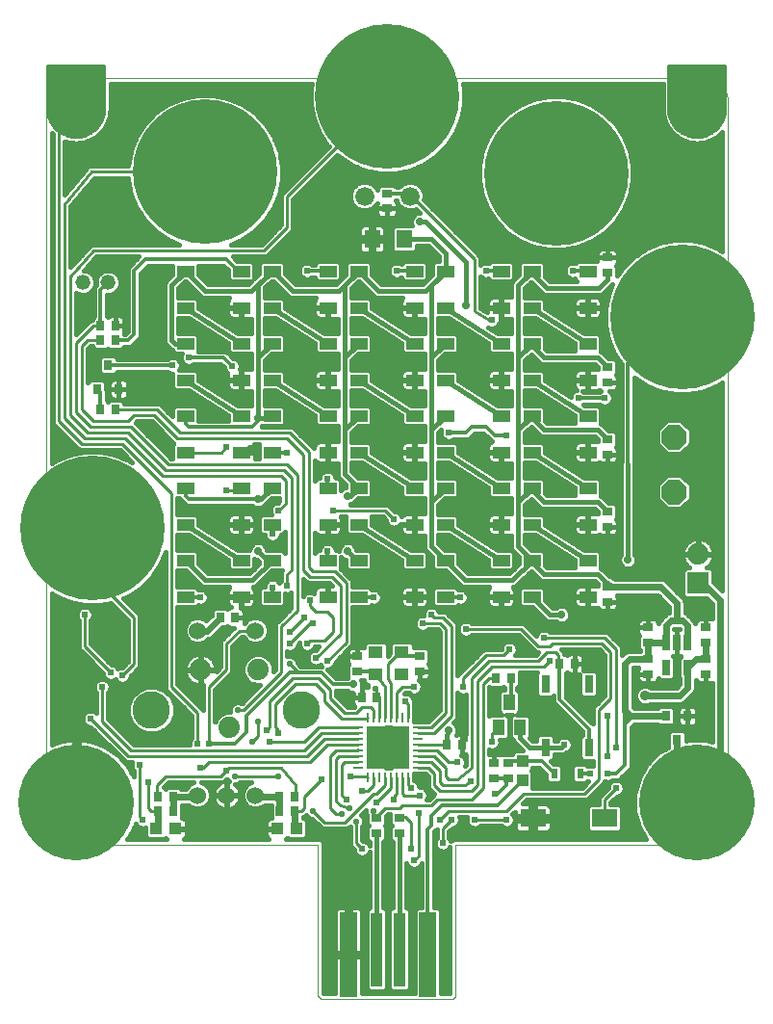
<source format=gtl>
G75*
%MOIN*%
%OFA0B0*%
%FSLAX25Y25*%
%IPPOS*%
%LPD*%
%AMOC8*
5,1,8,0,0,1.08239X$1,22.5*
%
%ADD10C,0.00394*%
%ADD11R,0.02756X0.03543*%
%ADD12R,0.03543X0.02756*%
%ADD13R,0.04331X0.03937*%
%ADD14R,0.05906X0.03937*%
%ADD15R,0.02756X0.05512*%
%ADD16R,0.01063X0.03346*%
%ADD17R,0.03346X0.01063*%
%ADD18R,0.14764X0.14764*%
%ADD19R,0.05118X0.04331*%
%ADD20R,0.03937X0.05512*%
%ADD21R,0.03000X0.06000*%
%ADD22R,0.09055X0.06299*%
%ADD23C,0.06000*%
%ADD24C,0.13000*%
%ADD25R,0.03150X0.03543*%
%ADD26R,0.03937X0.04331*%
%ADD27R,0.05906X0.29528*%
%ADD28R,0.03937X0.25591*%
%ADD29C,0.05200*%
%ADD30C,0.06600*%
%ADD31C,0.50000*%
%ADD32C,0.40000*%
%ADD33C,0.20000*%
%ADD34C,0.00500*%
%ADD35R,0.05512X0.06299*%
%ADD36R,0.07400X0.07400*%
%ADD37C,0.07400*%
%ADD38OC8,0.08500*%
%ADD39R,0.02480X0.03268*%
%ADD40C,0.01600*%
%ADD41C,0.02200*%
%ADD42C,0.02400*%
%ADD43C,0.01000*%
%ADD44C,0.02400*%
%ADD45C,0.01200*%
%ADD46C,0.02800*%
%ADD47C,0.03562*%
D10*
X0033683Y0069482D02*
X0033935Y0069375D01*
X0034187Y0069268D01*
X0034445Y0069173D01*
X0034973Y0069008D01*
X0035242Y0068938D01*
X0035516Y0068882D01*
X0035790Y0068825D01*
X0035927Y0068797D01*
X0035995Y0068783D01*
X0036064Y0068769D01*
X0036379Y0068752D01*
X0036725Y0068738D01*
X0037332Y0068716D01*
X0037593Y0068709D01*
X0113632Y0068709D01*
X0113928Y0068711D01*
X0114142Y0068714D01*
X0114356Y0068717D01*
X0114489Y0068728D02*
X0114621Y0068732D01*
X0115050Y0068737D01*
X0115345Y0068739D01*
X0123062Y0068739D01*
X0123062Y0016439D01*
X0123125Y0016332D02*
X0123355Y0016062D01*
X0123385Y0015991D01*
X0123422Y0015924D01*
X0123465Y0015861D01*
X0123507Y0015798D01*
X0123556Y0015740D01*
X0123663Y0015633D01*
X0123721Y0015584D01*
X0123784Y0015542D01*
X0123847Y0015499D01*
X0123914Y0015463D01*
X0124055Y0015403D01*
X0124129Y0015379D01*
X0124206Y0015363D01*
X0124283Y0015348D01*
X0124362Y0015339D01*
X0169406Y0015339D01*
X0169486Y0015348D01*
X0169562Y0015363D01*
X0169639Y0015379D01*
X0169713Y0015403D01*
X0169854Y0015463D01*
X0169921Y0015499D01*
X0170047Y0015584D01*
X0170106Y0015633D01*
X0170213Y0015740D01*
X0170261Y0015798D01*
X0170304Y0015861D01*
X0170346Y0015924D01*
X0170383Y0015991D01*
X0170413Y0016062D01*
X0170443Y0016132D02*
X0170666Y0016407D01*
X0170706Y0016439D02*
X0170706Y0068739D01*
X0208871Y0068739D01*
X0209166Y0068737D01*
X0209380Y0068735D01*
X0209594Y0068732D01*
X0209727Y0068728D01*
X0209860Y0068717D02*
X0210074Y0068714D01*
X0210288Y0068711D01*
X0210583Y0068709D01*
X0256176Y0068709D01*
X0256436Y0068716D01*
X0256740Y0068727D01*
X0257043Y0068738D01*
X0257389Y0068752D01*
X0257705Y0068769D01*
X0257773Y0068783D01*
X0257842Y0068797D01*
X0257979Y0068825D01*
X0258253Y0068882D01*
X0258527Y0068938D01*
X0258796Y0069008D01*
X0259323Y0069173D01*
X0259582Y0069268D01*
X0259834Y0069375D01*
X0260086Y0069482D01*
X0260332Y0069601D01*
X0260810Y0069862D01*
X0261042Y0070003D01*
X0261266Y0070155D01*
X0261491Y0070307D01*
X0261708Y0070470D01*
X0261916Y0070642D01*
X0262125Y0070814D01*
X0262325Y0070997D01*
X0262516Y0071188D01*
X0262707Y0071379D01*
X0262889Y0071579D01*
X0263062Y0071788D01*
X0263234Y0071996D01*
X0263397Y0072213D01*
X0263549Y0072438D01*
X0263701Y0072662D01*
X0263842Y0072894D01*
X0263972Y0073133D01*
X0264103Y0073372D01*
X0264222Y0073618D01*
X0264329Y0073870D01*
X0264436Y0074122D01*
X0264531Y0074381D01*
X0264613Y0074644D01*
X0264696Y0074908D01*
X0264766Y0075177D01*
X0264822Y0075451D01*
X0264879Y0075725D01*
X0264907Y0075862D01*
X0264921Y0075931D01*
X0264935Y0075999D01*
X0264951Y0076314D01*
X0264966Y0076661D01*
X0264977Y0076964D01*
X0264988Y0077267D01*
X0264994Y0077528D01*
X0264994Y0234039D01*
X0265003Y0236772D01*
X0264994Y0239280D01*
X0264992Y0239971D01*
X0263114Y0240511D01*
X0262443Y0240345D01*
X0261905Y0240213D01*
X0261716Y0239509D01*
X0263088Y0262159D02*
X0262443Y0262345D01*
X0261910Y0262498D01*
X0261716Y0263182D01*
X0263088Y0262159D02*
X0264650Y0262609D01*
X0264994Y0263186D01*
X0265161Y0263465D01*
X0264994Y0263939D01*
X0264994Y0325168D01*
X0264988Y0325429D01*
X0264977Y0325732D01*
X0264966Y0326035D01*
X0264951Y0326381D01*
X0264935Y0326697D01*
X0264921Y0326765D01*
X0264907Y0326834D01*
X0264879Y0326971D01*
X0264766Y0327519D01*
X0264696Y0327788D01*
X0264613Y0328052D01*
X0264531Y0328315D01*
X0264436Y0328574D01*
X0264329Y0328826D01*
X0264222Y0329078D01*
X0264103Y0329324D01*
X0263972Y0329563D01*
X0263842Y0329802D01*
X0263701Y0330034D01*
X0263549Y0330258D01*
X0263397Y0330483D01*
X0263234Y0330700D01*
X0263062Y0330908D01*
X0262889Y0331117D01*
X0262707Y0331317D01*
X0262325Y0331699D01*
X0262125Y0331881D01*
X0261916Y0332054D01*
X0261708Y0332226D01*
X0261491Y0332389D01*
X0261266Y0332541D01*
X0261042Y0332693D01*
X0260810Y0332834D01*
X0260571Y0332964D01*
X0260332Y0333095D01*
X0260086Y0333214D01*
X0259834Y0333321D01*
X0259582Y0333428D01*
X0259323Y0333523D01*
X0259059Y0333606D01*
X0258796Y0333688D01*
X0258527Y0333758D01*
X0258253Y0333814D01*
X0257979Y0333871D01*
X0257842Y0333899D01*
X0257773Y0333913D01*
X0257705Y0333927D01*
X0257389Y0333943D01*
X0257043Y0333958D01*
X0256740Y0333969D01*
X0256436Y0333980D01*
X0256176Y0333986D01*
X0163361Y0333986D01*
X0130622Y0333986D02*
X0037593Y0333986D01*
X0037332Y0333980D01*
X0037028Y0333969D01*
X0036725Y0333958D01*
X0036379Y0333943D01*
X0036064Y0333927D01*
X0035995Y0333913D01*
X0035927Y0333899D01*
X0035790Y0333871D01*
X0035516Y0333814D01*
X0035242Y0333758D01*
X0034973Y0333688D01*
X0034709Y0333606D01*
X0034445Y0333523D01*
X0034187Y0333428D01*
X0033935Y0333321D01*
X0033683Y0333214D01*
X0033437Y0333095D01*
X0033198Y0332964D01*
X0032959Y0332834D01*
X0032727Y0332693D01*
X0032502Y0332541D01*
X0032277Y0332389D01*
X0032061Y0332226D01*
X0031852Y0332054D01*
X0031643Y0331881D01*
X0031443Y0331699D01*
X0031252Y0331508D01*
X0031061Y0331317D01*
X0030879Y0331117D01*
X0030707Y0330908D01*
X0030534Y0330700D01*
X0030372Y0330483D01*
X0030220Y0330258D01*
X0030068Y0330034D01*
X0029926Y0329802D01*
X0029796Y0329563D01*
X0029666Y0329324D01*
X0029547Y0329078D01*
X0029440Y0328826D01*
X0029333Y0328574D01*
X0029237Y0328315D01*
X0029072Y0327788D01*
X0029003Y0327519D01*
X0028946Y0327245D01*
X0028890Y0326971D01*
X0028861Y0326834D01*
X0028847Y0326765D01*
X0028833Y0326697D01*
X0028817Y0326381D01*
X0028802Y0326035D01*
X0028791Y0325732D01*
X0028781Y0325429D01*
X0028774Y0325168D01*
X0028774Y0197833D01*
X0028694Y0192810D01*
X0028774Y0191333D01*
X0028826Y0190369D01*
X0031608Y0190195D01*
X0032537Y0190461D01*
X0033070Y0190613D01*
X0033340Y0191224D01*
X0031608Y0166329D02*
X0028755Y0165833D01*
X0028774Y0164849D01*
X0028813Y0162802D01*
X0028774Y0158065D01*
X0028774Y0077528D01*
X0028781Y0077267D01*
X0028791Y0076964D01*
X0028802Y0076661D01*
X0028817Y0076314D01*
X0028833Y0075999D01*
X0028847Y0075931D01*
X0028861Y0075862D01*
X0028890Y0075725D01*
X0028946Y0075451D01*
X0029003Y0075177D01*
X0029072Y0074908D01*
X0029237Y0074381D01*
X0029333Y0074122D01*
X0029440Y0073870D01*
X0029547Y0073618D01*
X0029666Y0073372D01*
X0029796Y0073133D01*
X0029926Y0072894D01*
X0030068Y0072662D01*
X0030220Y0072438D01*
X0030372Y0072213D01*
X0030534Y0071996D01*
X0030707Y0071788D01*
X0030879Y0071579D01*
X0031061Y0071379D01*
X0031252Y0071188D01*
X0031443Y0070997D01*
X0031643Y0070814D01*
X0031852Y0070642D01*
X0032061Y0070470D01*
X0032277Y0070307D01*
X0032502Y0070155D01*
X0032727Y0070003D01*
X0032959Y0069862D01*
X0033437Y0069601D01*
X0033683Y0069482D01*
X0033340Y0165241D02*
X0033060Y0165823D01*
X0032537Y0166005D01*
X0031608Y0166329D01*
D11*
X0047723Y0219333D03*
X0052841Y0219333D03*
X0052841Y0243333D03*
X0052841Y0248333D03*
X0047723Y0248333D03*
X0047723Y0243333D03*
X0089223Y0147333D03*
X0094341Y0147333D03*
X0138223Y0119833D03*
X0143341Y0119833D03*
X0167723Y0103333D03*
X0172841Y0103333D03*
X0184723Y0126333D03*
X0189841Y0126333D03*
X0206723Y0131333D03*
X0211841Y0131333D03*
X0114841Y0085333D03*
X0109723Y0085333D03*
X0109723Y0080333D03*
X0114841Y0080333D03*
X0072841Y0080333D03*
X0067723Y0080333D03*
X0067723Y0085333D03*
X0072841Y0085333D03*
D12*
X0136692Y0128774D03*
X0136692Y0133892D03*
X0158282Y0133892D03*
X0158282Y0128774D03*
X0183782Y0096892D03*
X0188782Y0096892D03*
X0188782Y0091774D03*
X0183782Y0091774D03*
X0151282Y0077892D03*
X0151282Y0072774D03*
X0143282Y0072774D03*
X0143282Y0077892D03*
X0223282Y0152774D03*
X0223282Y0157892D03*
X0237282Y0143892D03*
X0237282Y0138774D03*
X0237282Y0132892D03*
X0237282Y0127774D03*
X0257282Y0127774D03*
X0257282Y0132892D03*
X0257282Y0138774D03*
X0257282Y0143892D03*
X0223282Y0178774D03*
X0223282Y0183892D03*
X0223282Y0203774D03*
X0223282Y0208892D03*
X0223282Y0228774D03*
X0223282Y0233892D03*
X0223282Y0266774D03*
X0223282Y0271892D03*
X0146933Y0288917D03*
X0146933Y0294035D03*
D13*
X0115628Y0074333D03*
X0108935Y0074333D03*
X0073628Y0074333D03*
X0066935Y0074333D03*
D14*
X0077136Y0154534D03*
X0077136Y0167133D03*
X0077136Y0179534D03*
X0077136Y0192133D03*
X0077136Y0204534D03*
X0077136Y0217133D03*
X0077136Y0229534D03*
X0077136Y0242133D03*
X0077136Y0254534D03*
X0077136Y0267133D03*
X0096427Y0267133D03*
X0107136Y0267133D03*
X0107136Y0254534D03*
X0096427Y0254534D03*
X0096427Y0242133D03*
X0107136Y0242133D03*
X0107136Y0229534D03*
X0096427Y0229534D03*
X0096427Y0217133D03*
X0107136Y0217133D03*
X0107136Y0204534D03*
X0096427Y0204534D03*
X0096427Y0192133D03*
X0107136Y0192133D03*
X0107136Y0179534D03*
X0096427Y0179534D03*
X0096427Y0167133D03*
X0107136Y0167133D03*
X0107136Y0154534D03*
X0096427Y0154534D03*
X0126427Y0154534D03*
X0137136Y0154534D03*
X0137136Y0167133D03*
X0126427Y0167133D03*
X0126427Y0179534D03*
X0137136Y0179534D03*
X0137136Y0192133D03*
X0126427Y0192133D03*
X0126427Y0204534D03*
X0137136Y0204534D03*
X0137136Y0217133D03*
X0126427Y0217133D03*
X0126427Y0229534D03*
X0137136Y0229534D03*
X0137136Y0242133D03*
X0126427Y0242133D03*
X0126427Y0254534D03*
X0137136Y0254534D03*
X0137136Y0267133D03*
X0126427Y0267133D03*
X0156427Y0267133D03*
X0167136Y0267133D03*
X0167136Y0254534D03*
X0167136Y0242133D03*
X0156427Y0242133D03*
X0156427Y0254534D03*
X0156427Y0229534D03*
X0156427Y0217133D03*
X0167136Y0217133D03*
X0167136Y0229534D03*
X0186427Y0229534D03*
X0197136Y0229534D03*
X0197136Y0217133D03*
X0186427Y0217133D03*
X0186427Y0204534D03*
X0197136Y0204534D03*
X0197136Y0192133D03*
X0186427Y0192133D03*
X0186427Y0179534D03*
X0197136Y0179534D03*
X0197136Y0167133D03*
X0186427Y0167133D03*
X0186427Y0154534D03*
X0197136Y0154534D03*
X0216427Y0154534D03*
X0216427Y0167133D03*
X0216427Y0179534D03*
X0216427Y0192133D03*
X0216427Y0204534D03*
X0216427Y0217133D03*
X0216427Y0229534D03*
X0216427Y0242133D03*
X0216427Y0254534D03*
X0216427Y0267133D03*
X0197136Y0267133D03*
X0186427Y0267133D03*
X0186427Y0254534D03*
X0197136Y0254534D03*
X0197136Y0242133D03*
X0186427Y0242133D03*
X0167136Y0204534D03*
X0167136Y0192133D03*
X0156427Y0192133D03*
X0156427Y0204534D03*
X0156427Y0179534D03*
X0156427Y0167133D03*
X0167136Y0167133D03*
X0167136Y0179534D03*
X0167136Y0154534D03*
X0156427Y0154534D03*
D15*
X0243541Y0138664D03*
X0247282Y0138664D03*
X0251022Y0138664D03*
X0251022Y0130003D03*
X0243541Y0130003D03*
D16*
X0154171Y0112668D03*
X0152203Y0112668D03*
X0150234Y0112668D03*
X0148266Y0112668D03*
X0146297Y0112668D03*
X0144329Y0112668D03*
X0142360Y0112668D03*
X0140392Y0112668D03*
X0140392Y0091999D03*
X0142360Y0091999D03*
X0144329Y0091999D03*
X0146297Y0091999D03*
X0148266Y0091999D03*
X0150234Y0091999D03*
X0152203Y0091999D03*
X0154171Y0091999D03*
D17*
X0157616Y0095444D03*
X0157616Y0097412D03*
X0157616Y0099381D03*
X0157616Y0101349D03*
X0157616Y0103318D03*
X0157616Y0105286D03*
X0157616Y0107255D03*
X0157616Y0109223D03*
X0136947Y0109223D03*
X0136947Y0107255D03*
X0136947Y0105286D03*
X0136947Y0103318D03*
X0136947Y0101349D03*
X0136947Y0099381D03*
X0136947Y0097412D03*
X0136947Y0095444D03*
D18*
X0147282Y0102333D03*
D19*
X0142951Y0127790D03*
X0142951Y0135270D03*
X0152006Y0135270D03*
X0152006Y0127790D03*
D20*
X0185541Y0109503D03*
X0193022Y0109503D03*
X0189282Y0118164D03*
D21*
X0201834Y0124333D03*
X0216834Y0124333D03*
X0216834Y0102333D03*
X0201834Y0102333D03*
D22*
X0197417Y0077930D03*
X0222220Y0077930D03*
D23*
X0101338Y0085833D03*
X0091338Y0085833D03*
X0081338Y0085833D03*
X0081338Y0142833D03*
X0101338Y0142833D03*
D24*
X0117338Y0115333D03*
X0065338Y0115333D03*
D25*
X0054022Y0226396D03*
X0046541Y0226396D03*
X0050282Y0234664D03*
X0243541Y0113270D03*
X0251022Y0113270D03*
X0247282Y0105003D03*
D26*
X0193782Y0097680D03*
X0193782Y0090987D03*
D27*
X0161061Y0030546D03*
X0133502Y0030546D03*
D28*
X0143345Y0032514D03*
X0151219Y0032514D03*
D29*
X0050282Y0263333D03*
X0041620Y0263333D03*
D30*
X0139131Y0293199D03*
X0154879Y0293199D03*
D31*
X0147056Y0327657D03*
X0205432Y0301183D03*
X0249131Y0251333D03*
X0083906Y0301559D03*
X0044831Y0178258D03*
D32*
X0039282Y0083333D03*
X0254282Y0083333D03*
D33*
X0254282Y0323333D03*
X0039282Y0323333D03*
D34*
X0031300Y0317351D02*
X0047263Y0317351D01*
X0047636Y0317849D02*
X0030927Y0317849D01*
X0030869Y0317927D02*
X0030185Y0319179D01*
X0029687Y0320516D01*
X0029383Y0321910D01*
X0029282Y0323333D01*
X0049282Y0323333D01*
X0049180Y0321910D01*
X0048877Y0320516D01*
X0048378Y0319179D01*
X0047694Y0317927D01*
X0046839Y0316785D01*
X0045830Y0315776D01*
X0044688Y0314921D01*
X0043436Y0314237D01*
X0042099Y0313738D01*
X0040705Y0313435D01*
X0039282Y0313333D01*
X0037858Y0313435D01*
X0036464Y0313738D01*
X0035127Y0314237D01*
X0033875Y0314921D01*
X0032733Y0315776D01*
X0031724Y0316785D01*
X0030869Y0317927D01*
X0030639Y0318348D02*
X0047924Y0318348D01*
X0048196Y0318846D02*
X0030367Y0318846D01*
X0030123Y0319345D02*
X0048440Y0319345D01*
X0048626Y0319843D02*
X0029938Y0319843D01*
X0029752Y0320342D02*
X0048812Y0320342D01*
X0048947Y0320840D02*
X0029616Y0320840D01*
X0029508Y0321339D02*
X0049056Y0321339D01*
X0049164Y0321837D02*
X0029399Y0321837D01*
X0029353Y0322336D02*
X0049210Y0322336D01*
X0049246Y0322834D02*
X0029317Y0322834D01*
X0029282Y0323333D02*
X0029282Y0338333D01*
X0049282Y0338333D01*
X0049282Y0323333D01*
X0049282Y0323831D02*
X0029282Y0323831D01*
X0029282Y0324330D02*
X0049282Y0324330D01*
X0049282Y0324828D02*
X0029282Y0324828D01*
X0029282Y0325327D02*
X0049282Y0325327D01*
X0049282Y0325825D02*
X0029282Y0325825D01*
X0029282Y0326324D02*
X0049282Y0326324D01*
X0049282Y0326823D02*
X0029282Y0326823D01*
X0029282Y0327321D02*
X0049282Y0327321D01*
X0049282Y0327820D02*
X0029282Y0327820D01*
X0029282Y0328318D02*
X0049282Y0328318D01*
X0049282Y0328817D02*
X0029282Y0328817D01*
X0029282Y0329315D02*
X0049282Y0329315D01*
X0049282Y0329814D02*
X0029282Y0329814D01*
X0029282Y0330312D02*
X0049282Y0330312D01*
X0049282Y0330811D02*
X0029282Y0330811D01*
X0029282Y0331309D02*
X0049282Y0331309D01*
X0049282Y0331808D02*
X0029282Y0331808D01*
X0029282Y0332306D02*
X0049282Y0332306D01*
X0049282Y0332805D02*
X0029282Y0332805D01*
X0029282Y0333303D02*
X0049282Y0333303D01*
X0049282Y0333802D02*
X0029282Y0333802D01*
X0029282Y0334300D02*
X0049282Y0334300D01*
X0049282Y0334799D02*
X0029282Y0334799D01*
X0029282Y0335297D02*
X0049282Y0335297D01*
X0049282Y0335796D02*
X0029282Y0335796D01*
X0029282Y0336294D02*
X0049282Y0336294D01*
X0049282Y0336793D02*
X0029282Y0336793D01*
X0029282Y0337291D02*
X0049282Y0337291D01*
X0049282Y0337790D02*
X0029282Y0337790D01*
X0029282Y0338288D02*
X0049282Y0338288D01*
X0046890Y0316852D02*
X0031674Y0316852D01*
X0032155Y0316354D02*
X0046408Y0316354D01*
X0045910Y0315855D02*
X0032654Y0315855D01*
X0033293Y0315357D02*
X0045270Y0315357D01*
X0044573Y0314858D02*
X0033990Y0314858D01*
X0034903Y0314360D02*
X0043660Y0314360D01*
X0042428Y0313861D02*
X0036135Y0313861D01*
X0038871Y0313363D02*
X0039692Y0313363D01*
X0244282Y0323333D02*
X0244383Y0321910D01*
X0244687Y0320516D01*
X0245185Y0319179D01*
X0245869Y0317927D01*
X0246724Y0316785D01*
X0247733Y0315776D01*
X0248875Y0314921D01*
X0250127Y0314237D01*
X0251464Y0313738D01*
X0252858Y0313435D01*
X0254282Y0313333D01*
X0255705Y0313435D01*
X0257099Y0313738D01*
X0258436Y0314237D01*
X0259688Y0314921D01*
X0260830Y0315776D01*
X0261839Y0316785D01*
X0262694Y0317927D01*
X0263378Y0319179D01*
X0263877Y0320516D01*
X0264180Y0321910D01*
X0264282Y0323333D01*
X0244282Y0323333D01*
X0244282Y0338333D01*
X0264282Y0338333D01*
X0264282Y0323333D01*
X0264282Y0323831D02*
X0244282Y0323831D01*
X0244282Y0324330D02*
X0264282Y0324330D01*
X0264282Y0324828D02*
X0244282Y0324828D01*
X0244282Y0325327D02*
X0264282Y0325327D01*
X0264282Y0325825D02*
X0244282Y0325825D01*
X0244282Y0326324D02*
X0264282Y0326324D01*
X0264282Y0326823D02*
X0244282Y0326823D01*
X0244282Y0327321D02*
X0264282Y0327321D01*
X0264282Y0327820D02*
X0244282Y0327820D01*
X0244282Y0328318D02*
X0264282Y0328318D01*
X0264282Y0328817D02*
X0244282Y0328817D01*
X0244282Y0329315D02*
X0264282Y0329315D01*
X0264282Y0329814D02*
X0244282Y0329814D01*
X0244282Y0330312D02*
X0264282Y0330312D01*
X0264282Y0330811D02*
X0244282Y0330811D01*
X0244282Y0331309D02*
X0264282Y0331309D01*
X0264282Y0331808D02*
X0244282Y0331808D01*
X0244282Y0332306D02*
X0264282Y0332306D01*
X0264282Y0332805D02*
X0244282Y0332805D01*
X0244282Y0333303D02*
X0264282Y0333303D01*
X0264282Y0333802D02*
X0244282Y0333802D01*
X0244282Y0334300D02*
X0264282Y0334300D01*
X0264282Y0334799D02*
X0244282Y0334799D01*
X0244282Y0335297D02*
X0264282Y0335297D01*
X0264282Y0335796D02*
X0244282Y0335796D01*
X0244282Y0336294D02*
X0264282Y0336294D01*
X0264282Y0336793D02*
X0244282Y0336793D01*
X0244282Y0337291D02*
X0264282Y0337291D01*
X0264282Y0337790D02*
X0244282Y0337790D01*
X0244282Y0338288D02*
X0264282Y0338288D01*
X0264246Y0322834D02*
X0244317Y0322834D01*
X0244353Y0322336D02*
X0264210Y0322336D01*
X0264164Y0321837D02*
X0244399Y0321837D01*
X0244508Y0321339D02*
X0264056Y0321339D01*
X0263947Y0320840D02*
X0244616Y0320840D01*
X0244752Y0320342D02*
X0263812Y0320342D01*
X0263626Y0319843D02*
X0244938Y0319843D01*
X0245123Y0319345D02*
X0263440Y0319345D01*
X0263196Y0318846D02*
X0245367Y0318846D01*
X0245639Y0318348D02*
X0262924Y0318348D01*
X0262636Y0317849D02*
X0245927Y0317849D01*
X0246300Y0317351D02*
X0262263Y0317351D01*
X0261890Y0316852D02*
X0246674Y0316852D01*
X0247155Y0316354D02*
X0261408Y0316354D01*
X0260910Y0315855D02*
X0247654Y0315855D01*
X0248293Y0315357D02*
X0260270Y0315357D01*
X0259573Y0314858D02*
X0248990Y0314858D01*
X0249903Y0314360D02*
X0258660Y0314360D01*
X0257428Y0313861D02*
X0251135Y0313861D01*
X0253871Y0313363D02*
X0254692Y0313363D01*
D35*
X0152793Y0278333D03*
X0141770Y0278333D03*
D36*
X0254622Y0159310D03*
D37*
X0254622Y0169310D03*
X0102282Y0129333D03*
X0082282Y0129333D03*
X0092282Y0109333D03*
D38*
X0246282Y0190821D03*
X0246282Y0209846D03*
D39*
X0213809Y0093333D03*
X0204754Y0093333D03*
D40*
X0201914Y0093062D02*
X0201914Y0091037D01*
X0202851Y0090099D01*
X0206657Y0090099D01*
X0207594Y0091037D01*
X0207594Y0095630D01*
X0206657Y0096567D01*
X0204631Y0096567D01*
X0203465Y0097733D01*
X0203997Y0097733D01*
X0204934Y0098671D01*
X0204934Y0099933D01*
X0207759Y0099933D01*
X0208641Y0100299D01*
X0208902Y0100560D01*
X0209868Y0100960D01*
X0210655Y0101747D01*
X0211082Y0102776D01*
X0211082Y0103890D01*
X0210655Y0104919D01*
X0209868Y0105707D01*
X0208839Y0106133D01*
X0207725Y0106133D01*
X0206696Y0105707D01*
X0205908Y0104919D01*
X0205831Y0104733D01*
X0204934Y0104733D01*
X0204934Y0105996D01*
X0203997Y0106933D01*
X0199672Y0106933D01*
X0198734Y0105996D01*
X0198734Y0104733D01*
X0197276Y0104733D01*
X0196258Y0105751D01*
X0196590Y0106084D01*
X0196590Y0112921D01*
X0195653Y0113859D01*
X0191963Y0113859D01*
X0192850Y0114745D01*
X0192850Y0121583D01*
X0192041Y0122392D01*
X0192041Y0123121D01*
X0192819Y0123899D01*
X0192819Y0128233D01*
X0198972Y0128233D01*
X0198734Y0127996D01*
X0198734Y0120671D01*
X0199672Y0119733D01*
X0203997Y0119733D01*
X0204523Y0120259D01*
X0204523Y0117981D01*
X0214582Y0107922D01*
X0214582Y0106843D01*
X0213734Y0105996D01*
X0213734Y0098671D01*
X0214672Y0097733D01*
X0218182Y0097733D01*
X0218182Y0095991D01*
X0217839Y0096133D01*
X0216725Y0096133D01*
X0216315Y0095964D01*
X0215712Y0096567D01*
X0211906Y0096567D01*
X0210969Y0095630D01*
X0210969Y0091037D01*
X0211906Y0090099D01*
X0215712Y0090099D01*
X0216315Y0090703D01*
X0216574Y0090596D01*
X0214412Y0088433D01*
X0197350Y0088433D01*
X0197350Y0093815D01*
X0196832Y0094333D01*
X0197350Y0094852D01*
X0197350Y0095480D01*
X0199496Y0095480D01*
X0201914Y0093062D01*
X0201914Y0092237D02*
X0197350Y0092237D01*
X0197330Y0093835D02*
X0201141Y0093835D01*
X0199542Y0095434D02*
X0197350Y0095434D01*
X0197350Y0090638D02*
X0202313Y0090638D01*
X0207196Y0090638D02*
X0211368Y0090638D01*
X0210969Y0092237D02*
X0207594Y0092237D01*
X0207594Y0093835D02*
X0210969Y0093835D01*
X0210969Y0095434D02*
X0207594Y0095434D01*
X0204167Y0097032D02*
X0218182Y0097032D01*
X0213774Y0098631D02*
X0204894Y0098631D01*
X0207282Y0102333D02*
X0201834Y0102333D01*
X0196282Y0102333D01*
X0193022Y0105593D01*
X0193022Y0109503D01*
X0196590Y0109820D02*
X0212683Y0109820D01*
X0211085Y0111419D02*
X0196590Y0111419D01*
X0196494Y0113017D02*
X0209486Y0113017D01*
X0207888Y0114616D02*
X0192720Y0114616D01*
X0192850Y0116214D02*
X0206289Y0116214D01*
X0204691Y0117813D02*
X0192850Y0117813D01*
X0192850Y0119411D02*
X0204523Y0119411D01*
X0198734Y0121010D02*
X0192850Y0121010D01*
X0192041Y0122608D02*
X0198734Y0122608D01*
X0198734Y0124207D02*
X0192819Y0124207D01*
X0192819Y0125805D02*
X0198734Y0125805D01*
X0198734Y0127404D02*
X0192819Y0127404D01*
X0187641Y0123121D02*
X0187641Y0122520D01*
X0186650Y0122520D01*
X0185713Y0121583D01*
X0185713Y0114745D01*
X0186600Y0113859D01*
X0182910Y0113859D01*
X0182382Y0113330D01*
X0182382Y0123262D01*
X0182682Y0122962D01*
X0186763Y0122962D01*
X0187282Y0123480D01*
X0187641Y0123121D01*
X0187641Y0122608D02*
X0182382Y0122608D01*
X0182382Y0121010D02*
X0185713Y0121010D01*
X0185713Y0119411D02*
X0182382Y0119411D01*
X0182382Y0117813D02*
X0185713Y0117813D01*
X0185713Y0116214D02*
X0182382Y0116214D01*
X0182382Y0114616D02*
X0185843Y0114616D01*
X0188223Y0113808D02*
X0190340Y0113808D01*
X0189453Y0112921D01*
X0189453Y0106084D01*
X0190391Y0105147D01*
X0190622Y0105147D01*
X0190622Y0105116D01*
X0190987Y0104234D01*
X0193776Y0101445D01*
X0191150Y0101445D01*
X0190213Y0100508D01*
X0190213Y0099880D01*
X0188124Y0099880D01*
X0187268Y0099922D01*
X0187221Y0099880D01*
X0187158Y0099880D01*
X0187148Y0099870D01*
X0186382Y0099870D01*
X0186248Y0099948D01*
X0185790Y0100070D01*
X0183782Y0100070D01*
X0183782Y0096893D01*
X0183782Y0096893D01*
X0183782Y0100070D01*
X0182382Y0100070D01*
X0182382Y0101675D01*
X0182725Y0101533D01*
X0183839Y0101533D01*
X0184868Y0101960D01*
X0185655Y0102747D01*
X0186082Y0103776D01*
X0186082Y0104890D01*
X0185975Y0105147D01*
X0188173Y0105147D01*
X0189110Y0106084D01*
X0189110Y0112921D01*
X0188223Y0113808D01*
X0189014Y0113017D02*
X0189549Y0113017D01*
X0189453Y0111419D02*
X0189110Y0111419D01*
X0189110Y0109820D02*
X0189453Y0109820D01*
X0189453Y0108222D02*
X0189110Y0108222D01*
X0189110Y0106623D02*
X0189453Y0106623D01*
X0190659Y0105025D02*
X0186026Y0105025D01*
X0185937Y0103426D02*
X0191795Y0103426D01*
X0193393Y0101828D02*
X0184549Y0101828D01*
X0182382Y0100229D02*
X0190213Y0100229D01*
X0183782Y0098631D02*
X0183782Y0098631D01*
X0183782Y0097032D02*
X0183782Y0097032D01*
X0174182Y0097032D02*
X0174082Y0097032D01*
X0174082Y0096776D02*
X0173763Y0096008D01*
X0174182Y0096343D01*
X0174182Y0099762D01*
X0172841Y0099762D01*
X0172841Y0103333D01*
X0172841Y0103333D01*
X0172841Y0099762D01*
X0172736Y0099762D01*
X0172868Y0099707D01*
X0173655Y0098919D01*
X0174082Y0097890D01*
X0174082Y0096776D01*
X0174182Y0098631D02*
X0173775Y0098631D01*
X0172841Y0100229D02*
X0172841Y0100229D01*
X0172841Y0101828D02*
X0172841Y0101828D01*
X0172841Y0103333D02*
X0172841Y0106905D01*
X0172841Y0103333D01*
X0172841Y0103333D01*
X0172841Y0103426D02*
X0172841Y0103426D01*
X0172841Y0105025D02*
X0172841Y0105025D01*
X0172841Y0106623D02*
X0172841Y0106623D01*
X0172841Y0106905D02*
X0171226Y0106905D01*
X0170901Y0106818D01*
X0171282Y0107737D01*
X0171282Y0108930D01*
X0170825Y0110033D01*
X0169981Y0110877D01*
X0169849Y0110931D01*
X0170151Y0111233D01*
X0171382Y0112463D01*
X0171382Y0121274D01*
X0171696Y0120960D01*
X0172725Y0120533D01*
X0173839Y0120533D01*
X0174182Y0120675D01*
X0174182Y0106905D01*
X0172841Y0106905D01*
X0174182Y0108222D02*
X0171282Y0108222D01*
X0170913Y0109820D02*
X0174182Y0109820D01*
X0174182Y0111419D02*
X0170337Y0111419D01*
X0171382Y0113017D02*
X0174182Y0113017D01*
X0174182Y0114616D02*
X0171382Y0114616D01*
X0171382Y0116214D02*
X0174182Y0116214D01*
X0174182Y0117813D02*
X0171382Y0117813D01*
X0171382Y0119411D02*
X0174182Y0119411D01*
X0171645Y0121010D02*
X0171382Y0121010D01*
X0171382Y0127403D02*
X0171382Y0145203D01*
X0168382Y0148203D01*
X0167151Y0149433D01*
X0164857Y0149433D01*
X0164655Y0149919D01*
X0163868Y0150707D01*
X0162839Y0151133D01*
X0161725Y0151133D01*
X0160696Y0150707D01*
X0159908Y0149919D01*
X0159482Y0148890D01*
X0159482Y0148133D01*
X0158725Y0148133D01*
X0157696Y0147707D01*
X0156908Y0146919D01*
X0156482Y0145890D01*
X0156482Y0144776D01*
X0156908Y0143747D01*
X0157696Y0142960D01*
X0158725Y0142533D01*
X0159839Y0142533D01*
X0160868Y0142960D01*
X0161141Y0143233D01*
X0164412Y0143233D01*
X0165182Y0142463D01*
X0165182Y0115203D01*
X0161302Y0111323D01*
X0159984Y0111323D01*
X0159952Y0111355D01*
X0156303Y0111355D01*
X0156303Y0115004D01*
X0156271Y0115035D01*
X0156271Y0118313D01*
X0156082Y0118503D01*
X0156082Y0118890D01*
X0155655Y0119919D01*
X0154868Y0120707D01*
X0153839Y0121133D01*
X0153051Y0121133D01*
X0153151Y0121233D01*
X0154422Y0121233D01*
X0154696Y0120960D01*
X0155725Y0120533D01*
X0156839Y0120533D01*
X0157868Y0120960D01*
X0158655Y0121747D01*
X0159082Y0122776D01*
X0159082Y0123890D01*
X0158655Y0124919D01*
X0157978Y0125596D01*
X0158282Y0125596D01*
X0160290Y0125596D01*
X0160748Y0125719D01*
X0161158Y0125956D01*
X0161494Y0126291D01*
X0161731Y0126702D01*
X0161853Y0127159D01*
X0161853Y0128774D01*
X0158282Y0128774D01*
X0158282Y0128774D01*
X0158282Y0125596D01*
X0158282Y0128774D01*
X0158282Y0128774D01*
X0161853Y0128774D01*
X0161853Y0130389D01*
X0161731Y0130847D01*
X0161494Y0131257D01*
X0161276Y0131475D01*
X0161653Y0131852D01*
X0161653Y0135933D01*
X0160716Y0136870D01*
X0156165Y0136870D01*
X0156165Y0138098D01*
X0155228Y0139036D01*
X0148784Y0139036D01*
X0147847Y0138098D01*
X0147847Y0134869D01*
X0147110Y0134131D01*
X0147110Y0138098D01*
X0146173Y0139036D01*
X0139729Y0139036D01*
X0138792Y0138098D01*
X0138792Y0137046D01*
X0138700Y0137070D01*
X0136692Y0137070D01*
X0136692Y0133893D01*
X0136692Y0133893D01*
X0136692Y0137070D01*
X0134683Y0137070D01*
X0134225Y0136948D01*
X0133815Y0136711D01*
X0133480Y0136376D01*
X0133243Y0135965D01*
X0133120Y0135507D01*
X0133120Y0133892D01*
X0133120Y0132277D01*
X0133243Y0131820D01*
X0133480Y0131409D01*
X0133697Y0131192D01*
X0133320Y0130815D01*
X0133320Y0126734D01*
X0133380Y0126674D01*
X0133239Y0126533D01*
X0129193Y0126533D01*
X0126193Y0129533D01*
X0126839Y0129533D01*
X0127868Y0129960D01*
X0128655Y0130747D01*
X0129082Y0131776D01*
X0129082Y0132163D01*
X0134882Y0137963D01*
X0134882Y0150966D01*
X0140751Y0150966D01*
X0141438Y0151652D01*
X0141725Y0151533D01*
X0142839Y0151533D01*
X0143868Y0151960D01*
X0144655Y0152747D01*
X0145082Y0153776D01*
X0145082Y0154890D01*
X0144655Y0155919D01*
X0143868Y0156707D01*
X0142839Y0157133D01*
X0141725Y0157133D01*
X0141689Y0157118D01*
X0141689Y0157165D01*
X0140751Y0158103D01*
X0134882Y0158103D01*
X0134882Y0160203D01*
X0133651Y0161433D01*
X0130782Y0164303D01*
X0130980Y0164501D01*
X0130980Y0168392D01*
X0131582Y0167790D01*
X0132583Y0167375D01*
X0132583Y0164501D01*
X0133520Y0163564D01*
X0140751Y0163564D01*
X0141689Y0164501D01*
X0141689Y0169764D01*
X0140751Y0170701D01*
X0136308Y0170701D01*
X0136282Y0170727D01*
X0136282Y0170930D01*
X0135825Y0172033D01*
X0134981Y0172877D01*
X0133878Y0173333D01*
X0132685Y0173333D01*
X0131582Y0172877D01*
X0130738Y0172033D01*
X0130282Y0170930D01*
X0130282Y0170462D01*
X0130043Y0170701D01*
X0129082Y0170701D01*
X0129082Y0170890D01*
X0128655Y0171919D01*
X0127868Y0172707D01*
X0126839Y0173133D01*
X0125725Y0173133D01*
X0124696Y0172707D01*
X0123908Y0171919D01*
X0123482Y0170890D01*
X0123482Y0170701D01*
X0122812Y0170701D01*
X0121882Y0169771D01*
X0121882Y0176725D01*
X0122034Y0176460D01*
X0122369Y0176125D01*
X0122780Y0175888D01*
X0123238Y0175766D01*
X0126243Y0175766D01*
X0126243Y0179350D01*
X0126612Y0179350D01*
X0126612Y0179718D01*
X0131180Y0179718D01*
X0131180Y0181740D01*
X0131057Y0182197D01*
X0131037Y0182233D01*
X0132651Y0182233D01*
X0132583Y0182165D01*
X0132583Y0176903D01*
X0133520Y0175966D01*
X0138249Y0175966D01*
X0151875Y0167206D01*
X0151875Y0164501D01*
X0152812Y0163564D01*
X0160043Y0163564D01*
X0160980Y0164501D01*
X0160980Y0169764D01*
X0160043Y0170701D01*
X0155314Y0170701D01*
X0141689Y0179460D01*
X0141689Y0182165D01*
X0141621Y0182233D01*
X0145412Y0182233D01*
X0146482Y0181163D01*
X0146482Y0180776D01*
X0146908Y0179747D01*
X0147696Y0178960D01*
X0148725Y0178533D01*
X0149839Y0178533D01*
X0150868Y0178960D01*
X0151655Y0179747D01*
X0151675Y0179794D01*
X0151675Y0179718D01*
X0156243Y0179718D01*
X0156243Y0179350D01*
X0151675Y0179350D01*
X0151675Y0177329D01*
X0151797Y0176871D01*
X0152034Y0176460D01*
X0152369Y0176125D01*
X0152780Y0175888D01*
X0153238Y0175766D01*
X0156243Y0175766D01*
X0156243Y0179350D01*
X0156612Y0179350D01*
X0156612Y0175766D01*
X0159617Y0175766D01*
X0159882Y0175837D01*
X0159882Y0171509D01*
X0160247Y0170627D01*
X0162583Y0168291D01*
X0162583Y0164501D01*
X0163520Y0163564D01*
X0167310Y0163564D01*
X0171901Y0158974D01*
X0172576Y0158299D01*
X0173458Y0157933D01*
X0182360Y0157933D01*
X0182034Y0157608D01*
X0181797Y0157197D01*
X0181675Y0156740D01*
X0181675Y0154718D01*
X0186243Y0154718D01*
X0186243Y0154350D01*
X0181675Y0154350D01*
X0181675Y0152329D01*
X0181797Y0151871D01*
X0182034Y0151460D01*
X0182369Y0151125D01*
X0182780Y0150888D01*
X0183238Y0150766D01*
X0186243Y0150766D01*
X0186243Y0154350D01*
X0186612Y0154350D01*
X0186612Y0154718D01*
X0191180Y0154718D01*
X0191180Y0156740D01*
X0191057Y0157197D01*
X0190820Y0157608D01*
X0190495Y0157933D01*
X0190814Y0157933D01*
X0191696Y0158299D01*
X0196809Y0163412D01*
X0199922Y0160299D01*
X0200804Y0159933D01*
X0218847Y0159933D01*
X0219910Y0158870D01*
X0219910Y0158224D01*
X0219617Y0158303D01*
X0216612Y0158303D01*
X0216612Y0154718D01*
X0216243Y0154718D01*
X0216243Y0154350D01*
X0211675Y0154350D01*
X0211675Y0152329D01*
X0211797Y0151871D01*
X0212034Y0151460D01*
X0212369Y0151125D01*
X0212780Y0150888D01*
X0213238Y0150766D01*
X0216243Y0150766D01*
X0216243Y0154350D01*
X0216612Y0154350D01*
X0216612Y0150766D01*
X0219617Y0150766D01*
X0219802Y0150815D01*
X0219833Y0150702D01*
X0220070Y0150291D01*
X0220405Y0149956D01*
X0220815Y0149719D01*
X0221273Y0149596D01*
X0223282Y0149596D01*
X0225290Y0149596D01*
X0225748Y0149719D01*
X0226158Y0149956D01*
X0226494Y0150291D01*
X0226731Y0150702D01*
X0226853Y0151159D01*
X0226853Y0152774D01*
X0223282Y0152774D01*
X0223282Y0152774D01*
X0223282Y0149596D01*
X0223282Y0152774D01*
X0223282Y0152774D01*
X0226853Y0152774D01*
X0226853Y0154389D01*
X0226731Y0154847D01*
X0226589Y0155092D01*
X0240563Y0155092D01*
X0244482Y0151174D01*
X0244482Y0149033D01*
X0243696Y0148707D01*
X0242908Y0147919D01*
X0241168Y0146179D01*
X0240853Y0145420D01*
X0240853Y0145507D01*
X0240731Y0145965D01*
X0240494Y0146376D01*
X0240158Y0146711D01*
X0239748Y0146948D01*
X0239290Y0147070D01*
X0237282Y0147070D01*
X0237282Y0143893D01*
X0237282Y0143893D01*
X0237282Y0147070D01*
X0235273Y0147070D01*
X0234815Y0146948D01*
X0234405Y0146711D01*
X0234070Y0146376D01*
X0233833Y0145965D01*
X0233710Y0145507D01*
X0233710Y0143892D01*
X0233710Y0142277D01*
X0233833Y0141820D01*
X0234070Y0141409D01*
X0234287Y0141192D01*
X0233910Y0140815D01*
X0233910Y0136734D01*
X0234482Y0136162D01*
X0234482Y0135692D01*
X0230284Y0135692D01*
X0229255Y0135266D01*
X0228382Y0134393D01*
X0228382Y0137203D01*
X0227151Y0138433D01*
X0223151Y0142433D01*
X0203141Y0142433D01*
X0202868Y0142707D01*
X0201839Y0143133D01*
X0200725Y0143133D01*
X0199696Y0142707D01*
X0198908Y0141919D01*
X0198544Y0141041D01*
X0194151Y0145433D01*
X0176141Y0145433D01*
X0175868Y0145707D01*
X0174839Y0146133D01*
X0173725Y0146133D01*
X0172696Y0145707D01*
X0171908Y0144919D01*
X0171482Y0143890D01*
X0171482Y0142776D01*
X0171908Y0141747D01*
X0172696Y0140960D01*
X0173725Y0140533D01*
X0174839Y0140533D01*
X0175868Y0140960D01*
X0176141Y0141233D01*
X0192412Y0141233D01*
X0198412Y0135233D01*
X0199212Y0135233D01*
X0198412Y0134433D01*
X0191341Y0134433D01*
X0191655Y0134747D01*
X0192082Y0135776D01*
X0192082Y0136890D01*
X0191655Y0137919D01*
X0190868Y0138707D01*
X0189839Y0139133D01*
X0188725Y0139133D01*
X0187696Y0138707D01*
X0186908Y0137919D01*
X0186482Y0136890D01*
X0186482Y0136503D01*
X0186412Y0136433D01*
X0180412Y0136433D01*
X0179182Y0135203D01*
X0171382Y0127403D01*
X0171382Y0127404D02*
X0171382Y0127404D01*
X0171382Y0129002D02*
X0172981Y0129002D01*
X0174579Y0130601D02*
X0171382Y0130601D01*
X0171382Y0132199D02*
X0176178Y0132199D01*
X0177776Y0133798D02*
X0171382Y0133798D01*
X0171382Y0135396D02*
X0179375Y0135396D01*
X0179182Y0135203D02*
X0179182Y0135203D01*
X0186525Y0136995D02*
X0171382Y0136995D01*
X0171382Y0138593D02*
X0187582Y0138593D01*
X0190981Y0138593D02*
X0195052Y0138593D01*
X0196650Y0136995D02*
X0192038Y0136995D01*
X0191924Y0135396D02*
X0198249Y0135396D01*
X0193453Y0140192D02*
X0171382Y0140192D01*
X0171382Y0141790D02*
X0171890Y0141790D01*
X0171482Y0143389D02*
X0171382Y0143389D01*
X0171382Y0144987D02*
X0171976Y0144987D01*
X0169999Y0146586D02*
X0201690Y0146586D01*
X0201977Y0146299D02*
X0197310Y0150966D01*
X0193520Y0150966D01*
X0192583Y0151903D01*
X0192583Y0157165D01*
X0193520Y0158103D01*
X0200751Y0158103D01*
X0201689Y0157165D01*
X0201689Y0153375D01*
X0204331Y0150733D01*
X0205439Y0150733D01*
X0205582Y0150877D01*
X0206685Y0151333D01*
X0207878Y0151333D01*
X0208981Y0150877D01*
X0209825Y0150033D01*
X0210282Y0148930D01*
X0210282Y0147737D01*
X0209825Y0146634D01*
X0208981Y0145790D01*
X0207878Y0145333D01*
X0206685Y0145333D01*
X0205582Y0145790D01*
X0205439Y0145933D01*
X0202859Y0145933D01*
X0201977Y0146299D01*
X0203337Y0148333D02*
X0197136Y0154534D01*
X0201689Y0154579D02*
X0216243Y0154579D01*
X0216243Y0154718D02*
X0211675Y0154718D01*
X0211675Y0156740D01*
X0211797Y0157197D01*
X0212034Y0157608D01*
X0212369Y0157943D01*
X0212780Y0158180D01*
X0213238Y0158303D01*
X0216243Y0158303D01*
X0216243Y0154718D01*
X0216243Y0156177D02*
X0216612Y0156177D01*
X0216612Y0157776D02*
X0216243Y0157776D01*
X0219406Y0159374D02*
X0192772Y0159374D01*
X0193193Y0157776D02*
X0190653Y0157776D01*
X0191180Y0156177D02*
X0192583Y0156177D01*
X0192583Y0154579D02*
X0186612Y0154579D01*
X0186612Y0154350D02*
X0191180Y0154350D01*
X0191180Y0152329D01*
X0191057Y0151871D01*
X0190820Y0151460D01*
X0190485Y0151125D01*
X0190075Y0150888D01*
X0189617Y0150766D01*
X0186612Y0150766D01*
X0186612Y0154350D01*
X0186243Y0154579D02*
X0175082Y0154579D01*
X0175082Y0154890D02*
X0174655Y0155919D01*
X0173868Y0156707D01*
X0172839Y0157133D01*
X0171725Y0157133D01*
X0171689Y0157118D01*
X0171689Y0157165D01*
X0170751Y0158103D01*
X0163520Y0158103D01*
X0162583Y0157165D01*
X0162583Y0151903D01*
X0163520Y0150966D01*
X0170751Y0150966D01*
X0171438Y0151652D01*
X0171725Y0151533D01*
X0172839Y0151533D01*
X0173868Y0151960D01*
X0174655Y0152747D01*
X0175082Y0153776D01*
X0175082Y0154890D01*
X0174398Y0156177D02*
X0181675Y0156177D01*
X0182202Y0157776D02*
X0171078Y0157776D01*
X0171500Y0159374D02*
X0134882Y0159374D01*
X0134112Y0160973D02*
X0169902Y0160973D01*
X0168303Y0162571D02*
X0132514Y0162571D01*
X0132915Y0164170D02*
X0130915Y0164170D01*
X0130980Y0165768D02*
X0132583Y0165768D01*
X0132583Y0167367D02*
X0130980Y0167367D01*
X0130282Y0170564D02*
X0130180Y0170564D01*
X0130868Y0172162D02*
X0128413Y0172162D01*
X0129617Y0175766D02*
X0126612Y0175766D01*
X0126612Y0179350D01*
X0131180Y0179350D01*
X0131180Y0177329D01*
X0131057Y0176871D01*
X0130820Y0176460D01*
X0130485Y0176125D01*
X0130075Y0175888D01*
X0129617Y0175766D01*
X0131081Y0176958D02*
X0132583Y0176958D01*
X0132583Y0178556D02*
X0131180Y0178556D01*
X0131180Y0180155D02*
X0132583Y0180155D01*
X0132583Y0181753D02*
X0131176Y0181753D01*
X0134120Y0186433D02*
X0134981Y0186790D01*
X0135344Y0187153D01*
X0135696Y0187299D01*
X0136371Y0187974D01*
X0136962Y0188564D01*
X0140751Y0188564D01*
X0141689Y0189501D01*
X0141689Y0194764D01*
X0140751Y0195701D01*
X0136962Y0195701D01*
X0134682Y0197981D01*
X0134682Y0200966D01*
X0138249Y0200966D01*
X0151875Y0192206D01*
X0151875Y0189501D01*
X0152812Y0188564D01*
X0159882Y0188564D01*
X0159882Y0183232D01*
X0159617Y0183303D01*
X0156612Y0183303D01*
X0156612Y0179718D01*
X0156243Y0179718D01*
X0156243Y0183303D01*
X0153238Y0183303D01*
X0152780Y0183180D01*
X0152369Y0182943D01*
X0152034Y0182608D01*
X0151889Y0182356D01*
X0151655Y0182919D01*
X0150868Y0183707D01*
X0149839Y0184133D01*
X0149451Y0184133D01*
X0147151Y0186433D01*
X0134120Y0186433D01*
X0134398Y0186549D02*
X0159882Y0186549D01*
X0159882Y0188147D02*
X0136545Y0188147D01*
X0134337Y0189333D02*
X0137136Y0192133D01*
X0132282Y0196987D01*
X0132282Y0212278D01*
X0137136Y0217133D01*
X0136962Y0213564D02*
X0140751Y0213564D01*
X0141689Y0214501D01*
X0141689Y0219764D01*
X0140751Y0220701D01*
X0134682Y0220701D01*
X0134682Y0225966D01*
X0138249Y0225966D01*
X0151875Y0217206D01*
X0151875Y0214501D01*
X0152812Y0213564D01*
X0159882Y0213564D01*
X0159882Y0208232D01*
X0159617Y0208303D01*
X0156612Y0208303D01*
X0156612Y0204718D01*
X0156243Y0204718D01*
X0156243Y0204350D01*
X0151675Y0204350D01*
X0151675Y0202329D01*
X0151797Y0201871D01*
X0152034Y0201460D01*
X0152369Y0201125D01*
X0152780Y0200888D01*
X0153238Y0200766D01*
X0156243Y0200766D01*
X0156243Y0204350D01*
X0156612Y0204350D01*
X0156612Y0200766D01*
X0159617Y0200766D01*
X0159882Y0200837D01*
X0159882Y0195701D01*
X0155314Y0195701D01*
X0141689Y0204460D01*
X0141689Y0207165D01*
X0140751Y0208103D01*
X0134682Y0208103D01*
X0134682Y0211284D01*
X0136962Y0213564D01*
X0135522Y0212125D02*
X0159882Y0212125D01*
X0159882Y0210526D02*
X0134682Y0210526D01*
X0134682Y0208928D02*
X0159882Y0208928D01*
X0156612Y0207329D02*
X0156243Y0207329D01*
X0156243Y0208303D02*
X0153238Y0208303D01*
X0152780Y0208180D01*
X0152369Y0207943D01*
X0152034Y0207608D01*
X0151797Y0207197D01*
X0151675Y0206740D01*
X0151675Y0204718D01*
X0156243Y0204718D01*
X0156243Y0208303D01*
X0156243Y0205731D02*
X0156612Y0205731D01*
X0156612Y0204132D02*
X0156243Y0204132D01*
X0156243Y0202534D02*
X0156612Y0202534D01*
X0156612Y0200935D02*
X0156243Y0200935D01*
X0152698Y0200935D02*
X0147172Y0200935D01*
X0144686Y0202534D02*
X0151675Y0202534D01*
X0151675Y0204132D02*
X0142199Y0204132D01*
X0141689Y0205731D02*
X0151675Y0205731D01*
X0151873Y0207329D02*
X0141525Y0207329D01*
X0137136Y0204534D02*
X0156427Y0192133D01*
X0154632Y0196140D02*
X0159882Y0196140D01*
X0159882Y0197738D02*
X0152145Y0197738D01*
X0149659Y0199337D02*
X0159882Y0199337D01*
X0164682Y0199337D02*
X0170782Y0199337D01*
X0168296Y0200935D02*
X0164682Y0200935D01*
X0164682Y0200966D02*
X0168249Y0200966D01*
X0181875Y0192206D01*
X0181875Y0189501D01*
X0182812Y0188564D01*
X0189882Y0188564D01*
X0189882Y0183232D01*
X0189617Y0183303D01*
X0186612Y0183303D01*
X0186612Y0179718D01*
X0186243Y0179718D01*
X0186243Y0179350D01*
X0181675Y0179350D01*
X0181675Y0177329D01*
X0181797Y0176871D01*
X0182034Y0176460D01*
X0182369Y0176125D01*
X0182780Y0175888D01*
X0183238Y0175766D01*
X0186243Y0175766D01*
X0186243Y0179350D01*
X0186612Y0179350D01*
X0186612Y0175766D01*
X0189617Y0175766D01*
X0189882Y0175837D01*
X0189882Y0171509D01*
X0190247Y0170627D01*
X0192583Y0168291D01*
X0192583Y0165974D01*
X0189343Y0162733D01*
X0174929Y0162733D01*
X0171689Y0165974D01*
X0171689Y0169764D01*
X0170751Y0170701D01*
X0166962Y0170701D01*
X0164682Y0172981D01*
X0164682Y0175966D01*
X0168249Y0175966D01*
X0181875Y0167206D01*
X0181875Y0164501D01*
X0182812Y0163564D01*
X0190043Y0163564D01*
X0190980Y0164501D01*
X0190980Y0169764D01*
X0190043Y0170701D01*
X0185314Y0170701D01*
X0171689Y0179460D01*
X0171689Y0182165D01*
X0170751Y0183103D01*
X0164682Y0183103D01*
X0164682Y0186284D01*
X0166962Y0188564D01*
X0170751Y0188564D01*
X0171689Y0189501D01*
X0171689Y0194764D01*
X0170751Y0195701D01*
X0164682Y0195701D01*
X0164682Y0200966D01*
X0164682Y0197738D02*
X0173269Y0197738D01*
X0175756Y0196140D02*
X0164682Y0196140D01*
X0167136Y0192133D02*
X0162282Y0187278D01*
X0162282Y0171987D01*
X0167136Y0167133D01*
X0173935Y0160333D01*
X0190337Y0160333D01*
X0197136Y0167133D01*
X0197136Y0166479D01*
X0201282Y0162333D01*
X0219841Y0162333D01*
X0223282Y0158892D01*
X0225263Y0160870D02*
X0224868Y0161266D01*
X0223902Y0161666D01*
X0221875Y0163693D01*
X0221200Y0164368D01*
X0220950Y0164471D01*
X0220980Y0164501D01*
X0220980Y0169764D01*
X0220043Y0170701D01*
X0215314Y0170701D01*
X0201689Y0179460D01*
X0201689Y0182165D01*
X0200751Y0183103D01*
X0194682Y0183103D01*
X0194682Y0186284D01*
X0196809Y0188412D01*
X0199922Y0185299D01*
X0200804Y0184933D01*
X0218847Y0184933D01*
X0219910Y0183870D01*
X0219910Y0183224D01*
X0219617Y0183303D01*
X0216612Y0183303D01*
X0216612Y0179718D01*
X0216243Y0179718D01*
X0216243Y0179350D01*
X0211675Y0179350D01*
X0211675Y0177329D01*
X0211797Y0176871D01*
X0212034Y0176460D01*
X0212369Y0176125D01*
X0212780Y0175888D01*
X0213238Y0175766D01*
X0216243Y0175766D01*
X0216243Y0179350D01*
X0216612Y0179350D01*
X0216612Y0175766D01*
X0219617Y0175766D01*
X0220075Y0175888D01*
X0220327Y0176034D01*
X0220405Y0175956D01*
X0220815Y0175719D01*
X0221273Y0175596D01*
X0223282Y0175596D01*
X0225290Y0175596D01*
X0225748Y0175719D01*
X0226158Y0175956D01*
X0226494Y0176291D01*
X0226731Y0176702D01*
X0226853Y0177159D01*
X0226853Y0178774D01*
X0223282Y0178774D01*
X0223282Y0178774D01*
X0223282Y0175596D01*
X0223282Y0178774D01*
X0223282Y0178774D01*
X0226853Y0178774D01*
X0226853Y0180389D01*
X0226731Y0180847D01*
X0226494Y0181257D01*
X0226276Y0181475D01*
X0226653Y0181852D01*
X0226653Y0185933D01*
X0225716Y0186870D01*
X0223698Y0186870D01*
X0221875Y0188693D01*
X0221200Y0189368D01*
X0220950Y0189471D01*
X0220980Y0189501D01*
X0220980Y0194764D01*
X0220043Y0195701D01*
X0215314Y0195701D01*
X0201689Y0204460D01*
X0201689Y0207165D01*
X0200751Y0208103D01*
X0194682Y0208103D01*
X0194682Y0211284D01*
X0196809Y0213412D01*
X0199922Y0210299D01*
X0200804Y0209933D01*
X0218847Y0209933D01*
X0219910Y0208870D01*
X0219910Y0208224D01*
X0219617Y0208303D01*
X0216612Y0208303D01*
X0216612Y0204718D01*
X0216243Y0204718D01*
X0216243Y0204350D01*
X0211675Y0204350D01*
X0211675Y0202329D01*
X0211797Y0201871D01*
X0212034Y0201460D01*
X0212369Y0201125D01*
X0212780Y0200888D01*
X0213238Y0200766D01*
X0216243Y0200766D01*
X0216243Y0204350D01*
X0216612Y0204350D01*
X0216612Y0200766D01*
X0219617Y0200766D01*
X0220075Y0200888D01*
X0220327Y0201034D01*
X0220405Y0200956D01*
X0220815Y0200719D01*
X0221273Y0200596D01*
X0223282Y0200596D01*
X0225290Y0200596D01*
X0225748Y0200719D01*
X0226158Y0200956D01*
X0226494Y0201291D01*
X0226731Y0201702D01*
X0226853Y0202159D01*
X0226853Y0203774D01*
X0223282Y0203774D01*
X0223282Y0203774D01*
X0223282Y0200596D01*
X0223282Y0203774D01*
X0223282Y0203774D01*
X0226853Y0203774D01*
X0226853Y0205389D01*
X0226731Y0205847D01*
X0226494Y0206257D01*
X0226276Y0206475D01*
X0226653Y0206852D01*
X0226653Y0210933D01*
X0225716Y0211870D01*
X0223698Y0211870D01*
X0221875Y0213693D01*
X0221200Y0214368D01*
X0220950Y0214471D01*
X0220980Y0214501D01*
X0220980Y0219764D01*
X0220043Y0220701D01*
X0215314Y0220701D01*
X0214885Y0220977D01*
X0215041Y0221133D01*
X0220522Y0221133D01*
X0220696Y0220960D01*
X0221725Y0220533D01*
X0222839Y0220533D01*
X0223868Y0220960D01*
X0224655Y0221747D01*
X0225082Y0222776D01*
X0225082Y0223890D01*
X0224655Y0224919D01*
X0223978Y0225596D01*
X0225290Y0225596D01*
X0225748Y0225719D01*
X0226158Y0225956D01*
X0226494Y0226291D01*
X0226731Y0226702D01*
X0226853Y0227159D01*
X0226853Y0228774D01*
X0223282Y0228774D01*
X0223282Y0228774D01*
X0226853Y0228774D01*
X0226853Y0230389D01*
X0226731Y0230847D01*
X0226494Y0231257D01*
X0226276Y0231475D01*
X0226653Y0231852D01*
X0226653Y0235933D01*
X0225716Y0236870D01*
X0223698Y0236870D01*
X0221875Y0238693D01*
X0221200Y0239368D01*
X0220950Y0239471D01*
X0220980Y0239501D01*
X0220980Y0244764D01*
X0220043Y0245701D01*
X0215314Y0245701D01*
X0201689Y0254460D01*
X0201689Y0257165D01*
X0200751Y0258103D01*
X0194682Y0258103D01*
X0194682Y0261284D01*
X0196809Y0263412D01*
X0200922Y0259299D01*
X0201804Y0258933D01*
X0220759Y0258933D01*
X0221641Y0259299D01*
X0222316Y0259974D01*
X0225052Y0262709D01*
X0223554Y0259092D01*
X0222531Y0253953D01*
X0222531Y0248713D01*
X0223554Y0243574D01*
X0225559Y0238734D01*
X0228082Y0234958D01*
X0228082Y0201294D01*
X0227882Y0200811D01*
X0227882Y0169176D01*
X0227738Y0169033D01*
X0227282Y0167930D01*
X0227282Y0166737D01*
X0227738Y0165634D01*
X0228582Y0164790D01*
X0229685Y0164333D01*
X0230878Y0164333D01*
X0231981Y0164790D01*
X0232825Y0165634D01*
X0233282Y0166737D01*
X0233282Y0167930D01*
X0232825Y0169033D01*
X0232682Y0169176D01*
X0232682Y0200811D01*
X0232482Y0201294D01*
X0232482Y0230467D01*
X0236531Y0227761D01*
X0241372Y0225756D01*
X0246511Y0224733D01*
X0251751Y0224733D01*
X0256890Y0225756D01*
X0261731Y0227761D01*
X0262998Y0228607D01*
X0262998Y0156577D01*
X0259922Y0159653D01*
X0259922Y0163672D01*
X0258985Y0164610D01*
X0257510Y0164610D01*
X0258205Y0165114D01*
X0258817Y0165727D01*
X0259326Y0166427D01*
X0259719Y0167198D01*
X0259986Y0168022D01*
X0260122Y0168877D01*
X0260122Y0169110D01*
X0254822Y0169110D01*
X0254822Y0169510D01*
X0254422Y0169510D01*
X0254422Y0174810D01*
X0254189Y0174810D01*
X0253334Y0174674D01*
X0252511Y0174407D01*
X0251739Y0174014D01*
X0251039Y0173505D01*
X0250427Y0172893D01*
X0249918Y0172192D01*
X0249525Y0171421D01*
X0249257Y0170598D01*
X0249122Y0169742D01*
X0249122Y0169510D01*
X0254422Y0169510D01*
X0254422Y0169110D01*
X0249122Y0169110D01*
X0249122Y0168877D01*
X0249257Y0168022D01*
X0249525Y0167198D01*
X0249918Y0166427D01*
X0250427Y0165727D01*
X0251039Y0165114D01*
X0251734Y0164610D01*
X0250259Y0164610D01*
X0249322Y0163672D01*
X0249322Y0154947D01*
X0250259Y0154010D01*
X0257646Y0154010D01*
X0259482Y0152174D01*
X0259482Y0147019D01*
X0259290Y0147070D01*
X0257282Y0147070D01*
X0257282Y0143893D01*
X0257282Y0143893D01*
X0257282Y0147070D01*
X0255273Y0147070D01*
X0254815Y0146948D01*
X0254405Y0146711D01*
X0254070Y0146376D01*
X0253833Y0145965D01*
X0253710Y0145507D01*
X0253710Y0145420D01*
X0253395Y0146179D01*
X0251655Y0147919D01*
X0250868Y0148707D01*
X0250082Y0149033D01*
X0250082Y0152890D01*
X0249655Y0153919D01*
X0248868Y0154707D01*
X0243309Y0160266D01*
X0242279Y0160692D01*
X0225894Y0160692D01*
X0225716Y0160870D01*
X0225263Y0160870D01*
X0225161Y0160973D02*
X0249322Y0160973D01*
X0249322Y0162571D02*
X0222997Y0162571D01*
X0221398Y0164170D02*
X0249819Y0164170D01*
X0250397Y0165768D02*
X0232880Y0165768D01*
X0233282Y0167367D02*
X0249470Y0167367D01*
X0249122Y0168965D02*
X0232853Y0168965D01*
X0232682Y0170564D02*
X0249252Y0170564D01*
X0249903Y0172162D02*
X0232682Y0172162D01*
X0232682Y0173761D02*
X0251391Y0173761D01*
X0254422Y0173761D02*
X0254822Y0173761D01*
X0254822Y0174810D02*
X0254822Y0169510D01*
X0260122Y0169510D01*
X0260122Y0169742D01*
X0259986Y0170598D01*
X0259719Y0171421D01*
X0259326Y0172192D01*
X0258817Y0172893D01*
X0258205Y0173505D01*
X0257504Y0174014D01*
X0256733Y0174407D01*
X0255910Y0174674D01*
X0255055Y0174810D01*
X0254822Y0174810D01*
X0254822Y0172162D02*
X0254422Y0172162D01*
X0254422Y0170564D02*
X0254822Y0170564D01*
X0257853Y0173761D02*
X0262998Y0173761D01*
X0262998Y0175359D02*
X0232682Y0175359D01*
X0232682Y0176958D02*
X0262998Y0176958D01*
X0262998Y0178556D02*
X0232682Y0178556D01*
X0232682Y0180155D02*
X0262998Y0180155D01*
X0262998Y0181753D02*
X0232682Y0181753D01*
X0232682Y0183352D02*
X0262998Y0183352D01*
X0262998Y0184950D02*
X0232682Y0184950D01*
X0232682Y0186549D02*
X0242280Y0186549D01*
X0243858Y0184971D02*
X0240432Y0188398D01*
X0240432Y0193244D01*
X0243858Y0196671D01*
X0248705Y0196671D01*
X0252132Y0193244D01*
X0252132Y0188398D01*
X0248705Y0184971D01*
X0243858Y0184971D01*
X0240682Y0188147D02*
X0232682Y0188147D01*
X0232682Y0189746D02*
X0240432Y0189746D01*
X0240432Y0191344D02*
X0232682Y0191344D01*
X0232682Y0192943D02*
X0240432Y0192943D01*
X0241729Y0194541D02*
X0232682Y0194541D01*
X0232682Y0196140D02*
X0243328Y0196140D01*
X0249236Y0196140D02*
X0262998Y0196140D01*
X0262998Y0197738D02*
X0232682Y0197738D01*
X0232682Y0199337D02*
X0262998Y0199337D01*
X0262998Y0200935D02*
X0232630Y0200935D01*
X0232482Y0202534D02*
X0262998Y0202534D01*
X0262998Y0204132D02*
X0248841Y0204132D01*
X0248705Y0203996D02*
X0252132Y0207423D01*
X0252132Y0212269D01*
X0248705Y0215696D01*
X0243858Y0215696D01*
X0240432Y0212269D01*
X0240432Y0207423D01*
X0243858Y0203996D01*
X0248705Y0203996D01*
X0250440Y0205731D02*
X0262998Y0205731D01*
X0262998Y0207329D02*
X0252038Y0207329D01*
X0252132Y0208928D02*
X0262998Y0208928D01*
X0262998Y0210526D02*
X0252132Y0210526D01*
X0252132Y0212125D02*
X0262998Y0212125D01*
X0262998Y0213723D02*
X0250677Y0213723D01*
X0249079Y0215322D02*
X0262998Y0215322D01*
X0262998Y0216920D02*
X0232482Y0216920D01*
X0232482Y0215322D02*
X0243484Y0215322D01*
X0241886Y0213723D02*
X0232482Y0213723D01*
X0232482Y0212125D02*
X0240432Y0212125D01*
X0240432Y0210526D02*
X0232482Y0210526D01*
X0232482Y0208928D02*
X0240432Y0208928D01*
X0240525Y0207329D02*
X0232482Y0207329D01*
X0232482Y0205731D02*
X0242123Y0205731D01*
X0243722Y0204132D02*
X0232482Y0204132D01*
X0230282Y0200333D02*
X0230282Y0167333D01*
X0227282Y0167367D02*
X0220980Y0167367D01*
X0220980Y0168965D02*
X0227710Y0168965D01*
X0227882Y0170564D02*
X0220180Y0170564D01*
X0216427Y0167133D02*
X0197136Y0179534D01*
X0198249Y0175966D02*
X0194682Y0175966D01*
X0194682Y0172981D01*
X0196962Y0170701D01*
X0200751Y0170701D01*
X0201689Y0169764D01*
X0201689Y0165320D01*
X0202276Y0164733D01*
X0211875Y0164733D01*
X0211875Y0167206D01*
X0198249Y0175966D01*
X0199192Y0175359D02*
X0194682Y0175359D01*
X0194682Y0173761D02*
X0201679Y0173761D01*
X0204165Y0172162D02*
X0195500Y0172162D01*
X0192282Y0171987D02*
X0197136Y0167133D01*
X0201689Y0167367D02*
X0211625Y0167367D01*
X0211875Y0165768D02*
X0201689Y0165768D01*
X0201689Y0168965D02*
X0209138Y0168965D01*
X0206652Y0170564D02*
X0200889Y0170564D01*
X0205582Y0176958D02*
X0211774Y0176958D01*
X0211675Y0178556D02*
X0203095Y0178556D01*
X0201689Y0180155D02*
X0211675Y0180155D01*
X0211675Y0179718D02*
X0216243Y0179718D01*
X0216243Y0183303D01*
X0213238Y0183303D01*
X0212780Y0183180D01*
X0212369Y0182943D01*
X0212034Y0182608D01*
X0211797Y0182197D01*
X0211675Y0181740D01*
X0211675Y0179718D01*
X0211678Y0181753D02*
X0201689Y0181753D01*
X0200763Y0184950D02*
X0194682Y0184950D01*
X0194682Y0183352D02*
X0219910Y0183352D01*
X0223282Y0183892D02*
X0219841Y0187333D01*
X0201282Y0187333D01*
X0197136Y0191479D01*
X0197136Y0192133D01*
X0192282Y0187278D01*
X0192282Y0171987D01*
X0189882Y0172162D02*
X0183042Y0172162D01*
X0180555Y0173761D02*
X0189882Y0173761D01*
X0189882Y0175359D02*
X0178069Y0175359D01*
X0175582Y0176958D02*
X0181774Y0176958D01*
X0181675Y0178556D02*
X0173095Y0178556D01*
X0171689Y0180155D02*
X0181675Y0180155D01*
X0181675Y0179718D02*
X0186243Y0179718D01*
X0186243Y0183303D01*
X0183238Y0183303D01*
X0182780Y0183180D01*
X0182369Y0182943D01*
X0182034Y0182608D01*
X0181797Y0182197D01*
X0181675Y0181740D01*
X0181675Y0179718D01*
X0181678Y0181753D02*
X0171689Y0181753D01*
X0167136Y0179534D02*
X0186427Y0167133D01*
X0190980Y0167367D02*
X0192583Y0167367D01*
X0192377Y0165768D02*
X0190980Y0165768D01*
X0190779Y0164170D02*
X0190648Y0164170D01*
X0190980Y0168965D02*
X0191909Y0168965D01*
X0190311Y0170564D02*
X0190180Y0170564D01*
X0186612Y0176958D02*
X0186243Y0176958D01*
X0186243Y0178556D02*
X0186612Y0178556D01*
X0186612Y0180155D02*
X0186243Y0180155D01*
X0186243Y0181753D02*
X0186612Y0181753D01*
X0189882Y0183352D02*
X0164682Y0183352D01*
X0164682Y0184950D02*
X0189882Y0184950D01*
X0189882Y0186549D02*
X0164946Y0186549D01*
X0166545Y0188147D02*
X0189882Y0188147D01*
X0192282Y0187278D02*
X0192282Y0212278D01*
X0197136Y0217133D01*
X0197136Y0216479D01*
X0201282Y0212333D01*
X0219841Y0212333D01*
X0223282Y0208892D01*
X0223443Y0212125D02*
X0228082Y0212125D01*
X0228082Y0213723D02*
X0221845Y0213723D01*
X0220980Y0215322D02*
X0228082Y0215322D01*
X0228082Y0216920D02*
X0220980Y0216920D01*
X0220980Y0218519D02*
X0228082Y0218519D01*
X0228082Y0220117D02*
X0220626Y0220117D01*
X0216427Y0217133D02*
X0197136Y0229534D01*
X0198249Y0225966D02*
X0194682Y0225966D01*
X0194682Y0220701D01*
X0200751Y0220701D01*
X0201689Y0219764D01*
X0201689Y0215320D01*
X0202276Y0214733D01*
X0211875Y0214733D01*
X0211875Y0217206D01*
X0198249Y0225966D01*
X0199886Y0224913D02*
X0194682Y0224913D01*
X0194682Y0223314D02*
X0202373Y0223314D01*
X0204859Y0221716D02*
X0194682Y0221716D01*
X0189882Y0221716D02*
X0183736Y0221716D01*
X0185314Y0220701D02*
X0171689Y0229460D01*
X0171689Y0232165D01*
X0170751Y0233103D01*
X0164682Y0233103D01*
X0164682Y0236284D01*
X0166962Y0238564D01*
X0170751Y0238564D01*
X0171689Y0239501D01*
X0171689Y0244764D01*
X0170751Y0245701D01*
X0164682Y0245701D01*
X0164682Y0250966D01*
X0168249Y0250966D01*
X0181875Y0242206D01*
X0181875Y0239501D01*
X0182812Y0238564D01*
X0189882Y0238564D01*
X0189882Y0233232D01*
X0189617Y0233303D01*
X0186612Y0233303D01*
X0186612Y0229718D01*
X0186243Y0229718D01*
X0186243Y0229350D01*
X0181675Y0229350D01*
X0181675Y0227329D01*
X0181797Y0226871D01*
X0182034Y0226460D01*
X0182369Y0226125D01*
X0182780Y0225888D01*
X0183238Y0225766D01*
X0186243Y0225766D01*
X0186243Y0229350D01*
X0186612Y0229350D01*
X0186612Y0225766D01*
X0189617Y0225766D01*
X0189882Y0225837D01*
X0189882Y0220701D01*
X0185314Y0220701D01*
X0186427Y0217133D02*
X0167136Y0229534D01*
X0171689Y0229709D02*
X0186243Y0229709D01*
X0186243Y0229718D02*
X0181675Y0229718D01*
X0181675Y0231740D01*
X0181797Y0232197D01*
X0182034Y0232608D01*
X0182369Y0232943D01*
X0182780Y0233180D01*
X0183238Y0233303D01*
X0186243Y0233303D01*
X0186243Y0229718D01*
X0186243Y0231307D02*
X0186612Y0231307D01*
X0186612Y0232906D02*
X0186243Y0232906D01*
X0189882Y0234504D02*
X0164682Y0234504D01*
X0164682Y0236103D02*
X0189882Y0236103D01*
X0189882Y0237701D02*
X0166099Y0237701D01*
X0162282Y0237278D02*
X0167136Y0242133D01*
X0171689Y0242497D02*
X0181423Y0242497D01*
X0181875Y0240898D02*
X0171689Y0240898D01*
X0171487Y0239300D02*
X0182076Y0239300D01*
X0178936Y0244095D02*
X0171689Y0244095D01*
X0170759Y0245694D02*
X0176450Y0245694D01*
X0173963Y0247292D02*
X0164682Y0247292D01*
X0164682Y0248891D02*
X0171476Y0248891D01*
X0168990Y0250489D02*
X0164682Y0250489D01*
X0167136Y0254534D02*
X0186427Y0242133D01*
X0185314Y0245701D02*
X0181992Y0247837D01*
X0182725Y0247533D01*
X0183839Y0247533D01*
X0184868Y0247960D01*
X0185655Y0248747D01*
X0186082Y0249776D01*
X0186082Y0250766D01*
X0186243Y0250766D01*
X0186243Y0254350D01*
X0181675Y0254350D01*
X0181675Y0253147D01*
X0179382Y0254522D01*
X0179382Y0265274D01*
X0179696Y0264960D01*
X0180725Y0264533D01*
X0181839Y0264533D01*
X0181875Y0264548D01*
X0181875Y0264501D01*
X0182812Y0263564D01*
X0190043Y0263564D01*
X0190980Y0264501D01*
X0190980Y0269764D01*
X0190043Y0270701D01*
X0182812Y0270701D01*
X0182125Y0270015D01*
X0181839Y0270133D01*
X0180725Y0270133D01*
X0179696Y0269707D01*
X0179382Y0269393D01*
X0179382Y0272203D01*
X0178151Y0273433D01*
X0159657Y0291928D01*
X0159779Y0292224D01*
X0159779Y0294173D01*
X0159033Y0295974D01*
X0157655Y0297353D01*
X0155854Y0298099D01*
X0153904Y0298099D01*
X0152103Y0297353D01*
X0150986Y0296235D01*
X0150145Y0296235D01*
X0149367Y0297013D01*
X0144499Y0297013D01*
X0143561Y0296076D01*
X0143561Y0295307D01*
X0143285Y0295974D01*
X0141907Y0297353D01*
X0140106Y0298099D01*
X0138156Y0298099D01*
X0136355Y0297353D01*
X0134977Y0295974D01*
X0134231Y0294173D01*
X0134231Y0292224D01*
X0134977Y0290423D01*
X0136355Y0289045D01*
X0138156Y0288299D01*
X0140106Y0288299D01*
X0141907Y0289045D01*
X0143285Y0290423D01*
X0143418Y0290745D01*
X0143361Y0290532D01*
X0143361Y0288917D01*
X0143361Y0287302D01*
X0143484Y0286845D01*
X0143721Y0286434D01*
X0144056Y0286099D01*
X0144467Y0285862D01*
X0144924Y0285739D01*
X0146933Y0285739D01*
X0146933Y0288917D01*
X0146933Y0285739D01*
X0148942Y0285739D01*
X0149399Y0285862D01*
X0149810Y0286099D01*
X0150145Y0286434D01*
X0150382Y0286845D01*
X0150505Y0287302D01*
X0150505Y0288917D01*
X0146933Y0288917D01*
X0146933Y0288917D01*
X0146933Y0288917D01*
X0143361Y0288917D01*
X0146933Y0288917D01*
X0146933Y0288917D01*
X0150505Y0288917D01*
X0150505Y0290532D01*
X0150382Y0290990D01*
X0150145Y0291400D01*
X0149928Y0291618D01*
X0150142Y0291832D01*
X0150725Y0290423D01*
X0152103Y0289045D01*
X0153904Y0288299D01*
X0155854Y0288299D01*
X0156909Y0288736D01*
X0158312Y0287333D01*
X0157685Y0287333D01*
X0156582Y0286877D01*
X0155738Y0286033D01*
X0155282Y0284930D01*
X0155282Y0283737D01*
X0155552Y0283083D01*
X0149375Y0283083D01*
X0148438Y0282146D01*
X0148438Y0274521D01*
X0149375Y0273584D01*
X0156212Y0273584D01*
X0157149Y0274521D01*
X0157149Y0275933D01*
X0161287Y0275933D01*
X0164882Y0272339D01*
X0164882Y0270701D01*
X0163520Y0270701D01*
X0162583Y0269764D01*
X0162583Y0265974D01*
X0159343Y0262733D01*
X0144929Y0262733D01*
X0141689Y0265974D01*
X0141689Y0269764D01*
X0140751Y0270701D01*
X0133520Y0270701D01*
X0132583Y0269764D01*
X0132583Y0265974D01*
X0130922Y0264313D01*
X0130247Y0263638D01*
X0130247Y0263638D01*
X0129343Y0262733D01*
X0115276Y0262733D01*
X0111689Y0266320D01*
X0111689Y0269764D01*
X0110751Y0270701D01*
X0103520Y0270701D01*
X0102583Y0269764D01*
X0102583Y0266273D01*
X0100984Y0264839D01*
X0100980Y0264837D01*
X0100980Y0269764D01*
X0100043Y0270701D01*
X0094970Y0270701D01*
X0093438Y0272233D01*
X0105151Y0272233D01*
X0106382Y0273463D01*
X0114382Y0281463D01*
X0114382Y0292013D01*
X0129732Y0307363D01*
X0130100Y0306995D01*
X0134456Y0304084D01*
X0139297Y0302079D01*
X0144436Y0301057D01*
X0149676Y0301057D01*
X0154815Y0302079D01*
X0159656Y0304084D01*
X0164013Y0306995D01*
X0167718Y0310701D01*
X0170629Y0315057D01*
X0172634Y0319898D01*
X0173656Y0325037D01*
X0173656Y0330277D01*
X0173315Y0331990D01*
X0242432Y0331990D01*
X0242432Y0324023D01*
X0242382Y0323966D01*
X0242432Y0323267D01*
X0242432Y0322567D01*
X0242486Y0322513D01*
X0242494Y0322392D01*
X0242413Y0322266D01*
X0242548Y0321646D01*
X0242593Y0321014D01*
X0242707Y0320915D01*
X0242748Y0320724D01*
X0242686Y0320587D01*
X0242907Y0319993D01*
X0243042Y0319374D01*
X0243168Y0319293D01*
X0243237Y0319110D01*
X0243194Y0318965D01*
X0243498Y0318409D01*
X0243720Y0317815D01*
X0243857Y0317752D01*
X0243950Y0317581D01*
X0243929Y0317432D01*
X0244309Y0316924D01*
X0244613Y0316368D01*
X0244757Y0316325D01*
X0244874Y0316169D01*
X0244874Y0316018D01*
X0245322Y0315570D01*
X0245702Y0315063D01*
X0245851Y0315041D01*
X0245989Y0314903D01*
X0246011Y0314754D01*
X0246518Y0314374D01*
X0246967Y0313926D01*
X0247117Y0313926D01*
X0247274Y0313809D01*
X0247316Y0313664D01*
X0247872Y0313360D01*
X0248380Y0312981D01*
X0248529Y0313002D01*
X0248700Y0312908D01*
X0248763Y0312771D01*
X0249357Y0312550D01*
X0249913Y0312246D01*
X0250058Y0312288D01*
X0250241Y0312220D01*
X0250322Y0312094D01*
X0250942Y0311959D01*
X0251536Y0311737D01*
X0251673Y0311800D01*
X0251864Y0311758D01*
X0251962Y0311644D01*
X0252595Y0311599D01*
X0253214Y0311465D01*
X0253341Y0311546D01*
X0253535Y0311532D01*
X0253649Y0311433D01*
X0254282Y0311479D01*
X0254914Y0311433D01*
X0255028Y0311532D01*
X0255223Y0311546D01*
X0255349Y0311465D01*
X0255969Y0311599D01*
X0256601Y0311644D01*
X0256700Y0311758D01*
X0256891Y0311800D01*
X0257027Y0311737D01*
X0257621Y0311959D01*
X0258241Y0312094D01*
X0258322Y0312220D01*
X0258505Y0312288D01*
X0258650Y0312246D01*
X0259206Y0312550D01*
X0259800Y0312771D01*
X0259863Y0312908D01*
X0260034Y0313002D01*
X0260183Y0312981D01*
X0260691Y0313360D01*
X0261247Y0313664D01*
X0261290Y0313809D01*
X0261446Y0313926D01*
X0261596Y0313926D01*
X0262045Y0314374D01*
X0262552Y0314754D01*
X0262574Y0314903D01*
X0262712Y0315041D01*
X0262861Y0315063D01*
X0262998Y0315245D01*
X0262998Y0274060D01*
X0261731Y0274906D01*
X0256890Y0276911D01*
X0251751Y0277933D01*
X0246511Y0277933D01*
X0241372Y0276911D01*
X0236531Y0274906D01*
X0232175Y0271995D01*
X0228470Y0268290D01*
X0226653Y0265571D01*
X0226653Y0268815D01*
X0226276Y0269192D01*
X0226494Y0269409D01*
X0226731Y0269820D01*
X0226853Y0270277D01*
X0226853Y0271892D01*
X0223282Y0271892D01*
X0223282Y0271892D01*
X0226853Y0271892D01*
X0226853Y0273507D01*
X0226731Y0273965D01*
X0226494Y0274376D01*
X0226158Y0274711D01*
X0225748Y0274948D01*
X0225290Y0275070D01*
X0223282Y0275070D01*
X0223282Y0271893D01*
X0223282Y0271893D01*
X0223282Y0275070D01*
X0221273Y0275070D01*
X0220815Y0274948D01*
X0220405Y0274711D01*
X0220070Y0274376D01*
X0219833Y0273965D01*
X0219710Y0273507D01*
X0219710Y0271892D01*
X0219710Y0270701D01*
X0212812Y0270701D01*
X0212125Y0270015D01*
X0211839Y0270133D01*
X0210725Y0270133D01*
X0209696Y0269707D01*
X0208908Y0268919D01*
X0208482Y0267890D01*
X0208482Y0266776D01*
X0208908Y0265747D01*
X0209696Y0264960D01*
X0210725Y0264533D01*
X0211839Y0264533D01*
X0211875Y0264548D01*
X0211875Y0264501D01*
X0212642Y0263733D01*
X0203276Y0263733D01*
X0201689Y0265320D01*
X0201689Y0269764D01*
X0200751Y0270701D01*
X0193520Y0270701D01*
X0192583Y0269764D01*
X0192583Y0265974D01*
X0190922Y0264313D01*
X0190247Y0263638D01*
X0189882Y0262756D01*
X0189882Y0258232D01*
X0189617Y0258303D01*
X0186612Y0258303D01*
X0186612Y0254718D01*
X0186243Y0254718D01*
X0186243Y0254350D01*
X0186612Y0254350D01*
X0186612Y0250766D01*
X0189617Y0250766D01*
X0189882Y0250837D01*
X0189882Y0245701D01*
X0185314Y0245701D01*
X0182839Y0247292D02*
X0189882Y0247292D01*
X0189882Y0248891D02*
X0185715Y0248891D01*
X0186082Y0250489D02*
X0189882Y0250489D01*
X0186612Y0252088D02*
X0186243Y0252088D01*
X0186243Y0253686D02*
X0186612Y0253686D01*
X0186243Y0254718D02*
X0181675Y0254718D01*
X0181675Y0256740D01*
X0181797Y0257197D01*
X0182034Y0257608D01*
X0182369Y0257943D01*
X0182780Y0258180D01*
X0183238Y0258303D01*
X0186243Y0258303D01*
X0186243Y0254718D01*
X0186243Y0255285D02*
X0186612Y0255285D01*
X0186612Y0256883D02*
X0186243Y0256883D01*
X0189882Y0258482D02*
X0179382Y0258482D01*
X0179382Y0260080D02*
X0189882Y0260080D01*
X0189882Y0261679D02*
X0179382Y0261679D01*
X0179382Y0263277D02*
X0190098Y0263277D01*
X0190980Y0264876D02*
X0191485Y0264876D01*
X0190980Y0266474D02*
X0192583Y0266474D01*
X0192583Y0268073D02*
X0190980Y0268073D01*
X0190980Y0269671D02*
X0192583Y0269671D01*
X0197136Y0267133D02*
X0197136Y0266479D01*
X0202282Y0261333D01*
X0220282Y0261333D01*
X0223282Y0264333D01*
X0223282Y0266774D01*
X0226653Y0266474D02*
X0227257Y0266474D01*
X0226653Y0268073D02*
X0228325Y0268073D01*
X0229851Y0269671D02*
X0226645Y0269671D01*
X0226853Y0271270D02*
X0231450Y0271270D01*
X0233482Y0272868D02*
X0226853Y0272868D01*
X0226402Y0274467D02*
X0235874Y0274467D01*
X0239331Y0276065D02*
X0214302Y0276065D01*
X0213191Y0275605D02*
X0218032Y0277610D01*
X0222388Y0280521D01*
X0226093Y0284227D01*
X0229004Y0288583D01*
X0231010Y0293424D01*
X0232032Y0298563D01*
X0232032Y0303803D01*
X0231010Y0308942D01*
X0229004Y0313783D01*
X0226093Y0318140D01*
X0222388Y0321845D01*
X0218032Y0324756D01*
X0213191Y0326761D01*
X0208052Y0327783D01*
X0202812Y0327783D01*
X0197673Y0326761D01*
X0192832Y0324756D01*
X0188475Y0321845D01*
X0184770Y0318140D01*
X0181859Y0313783D01*
X0179854Y0308942D01*
X0178832Y0303803D01*
X0178832Y0298563D01*
X0179854Y0293424D01*
X0181859Y0288583D01*
X0184770Y0284227D01*
X0188475Y0280521D01*
X0192832Y0277610D01*
X0197673Y0275605D01*
X0202812Y0274583D01*
X0208052Y0274583D01*
X0213191Y0275605D01*
X0209660Y0269671D02*
X0201689Y0269671D01*
X0201689Y0268073D02*
X0208557Y0268073D01*
X0208607Y0266474D02*
X0201689Y0266474D01*
X0202133Y0264876D02*
X0209898Y0264876D01*
X0212780Y0258180D02*
X0212369Y0257943D01*
X0212034Y0257608D01*
X0211797Y0257197D01*
X0211675Y0256740D01*
X0211675Y0254718D01*
X0216243Y0254718D01*
X0216243Y0254350D01*
X0211675Y0254350D01*
X0211675Y0252329D01*
X0211797Y0251871D01*
X0212034Y0251460D01*
X0212369Y0251125D01*
X0212780Y0250888D01*
X0213238Y0250766D01*
X0216243Y0250766D01*
X0216243Y0254350D01*
X0216612Y0254350D01*
X0216612Y0254718D01*
X0221180Y0254718D01*
X0221180Y0256740D01*
X0221057Y0257197D01*
X0220820Y0257608D01*
X0220485Y0257943D01*
X0220075Y0258180D01*
X0219617Y0258303D01*
X0216612Y0258303D01*
X0216612Y0254718D01*
X0216243Y0254718D01*
X0216243Y0258303D01*
X0213238Y0258303D01*
X0212780Y0258180D01*
X0211713Y0256883D02*
X0201689Y0256883D01*
X0201689Y0255285D02*
X0211675Y0255285D01*
X0211675Y0253686D02*
X0202893Y0253686D01*
X0205380Y0252088D02*
X0211739Y0252088D01*
X0210353Y0248891D02*
X0222531Y0248891D01*
X0222531Y0250489D02*
X0207866Y0250489D01*
X0206450Y0245694D02*
X0200759Y0245694D01*
X0200751Y0245701D02*
X0194682Y0245701D01*
X0194682Y0250966D01*
X0198249Y0250966D01*
X0211875Y0242206D01*
X0211875Y0239733D01*
X0202276Y0239733D01*
X0201689Y0240320D01*
X0201689Y0244764D01*
X0200751Y0245701D01*
X0201689Y0244095D02*
X0208936Y0244095D01*
X0211423Y0242497D02*
X0201689Y0242497D01*
X0201689Y0240898D02*
X0211875Y0240898D01*
X0216427Y0242133D02*
X0197136Y0254534D01*
X0198990Y0250489D02*
X0194682Y0250489D01*
X0194682Y0248891D02*
X0201476Y0248891D01*
X0203963Y0247292D02*
X0194682Y0247292D01*
X0197136Y0242133D02*
X0197136Y0241479D01*
X0201282Y0237333D01*
X0219841Y0237333D01*
X0223282Y0233892D01*
X0219910Y0233870D02*
X0219910Y0233224D01*
X0219617Y0233303D01*
X0216612Y0233303D01*
X0216612Y0229718D01*
X0216243Y0229718D01*
X0216243Y0229350D01*
X0211675Y0229350D01*
X0211675Y0227329D01*
X0211797Y0226871D01*
X0212034Y0226460D01*
X0212369Y0226125D01*
X0212510Y0226044D01*
X0211696Y0225707D01*
X0210908Y0224919D01*
X0210482Y0223890D01*
X0210482Y0223808D01*
X0201689Y0229460D01*
X0201689Y0232165D01*
X0200751Y0233103D01*
X0194682Y0233103D01*
X0194682Y0236284D01*
X0196809Y0238412D01*
X0199922Y0235299D01*
X0200804Y0234933D01*
X0218847Y0234933D01*
X0219910Y0233870D01*
X0219276Y0234504D02*
X0194682Y0234504D01*
X0194682Y0236103D02*
X0199118Y0236103D01*
X0197520Y0237701D02*
X0196099Y0237701D01*
X0192282Y0237278D02*
X0197136Y0242133D01*
X0192282Y0237278D02*
X0192282Y0212278D01*
X0194682Y0210526D02*
X0199694Y0210526D01*
X0198096Y0212125D02*
X0195522Y0212125D01*
X0194682Y0208928D02*
X0219852Y0208928D01*
X0216612Y0207329D02*
X0216243Y0207329D01*
X0216243Y0208303D02*
X0213238Y0208303D01*
X0212780Y0208180D01*
X0212369Y0207943D01*
X0212034Y0207608D01*
X0211797Y0207197D01*
X0211675Y0206740D01*
X0211675Y0204718D01*
X0216243Y0204718D01*
X0216243Y0208303D01*
X0216243Y0205731D02*
X0216612Y0205731D01*
X0216612Y0204132D02*
X0216243Y0204132D01*
X0216243Y0202534D02*
X0216612Y0202534D01*
X0216612Y0200935D02*
X0216243Y0200935D01*
X0212698Y0200935D02*
X0207172Y0200935D01*
X0204686Y0202534D02*
X0211675Y0202534D01*
X0211675Y0204132D02*
X0202199Y0204132D01*
X0201689Y0205731D02*
X0211675Y0205731D01*
X0211873Y0207329D02*
X0201525Y0207329D01*
X0197136Y0204534D02*
X0216427Y0192133D01*
X0214632Y0196140D02*
X0227882Y0196140D01*
X0227882Y0197738D02*
X0212145Y0197738D01*
X0209659Y0199337D02*
X0227882Y0199337D01*
X0227933Y0200935D02*
X0226123Y0200935D01*
X0226853Y0202534D02*
X0228082Y0202534D01*
X0228082Y0204132D02*
X0226853Y0204132D01*
X0226762Y0205731D02*
X0228082Y0205731D01*
X0228082Y0207329D02*
X0226653Y0207329D01*
X0226653Y0208928D02*
X0228082Y0208928D01*
X0228082Y0210526D02*
X0226653Y0210526D01*
X0223282Y0202534D02*
X0223282Y0202534D01*
X0223282Y0200935D02*
X0223282Y0200935D01*
X0220440Y0200935D02*
X0220156Y0200935D01*
X0220980Y0194541D02*
X0227882Y0194541D01*
X0227882Y0192943D02*
X0220980Y0192943D01*
X0220980Y0191344D02*
X0227882Y0191344D01*
X0227882Y0189746D02*
X0220980Y0189746D01*
X0222421Y0188147D02*
X0227882Y0188147D01*
X0227882Y0186549D02*
X0226038Y0186549D01*
X0226653Y0184950D02*
X0227882Y0184950D01*
X0227882Y0183352D02*
X0226653Y0183352D01*
X0226555Y0181753D02*
X0227882Y0181753D01*
X0227882Y0180155D02*
X0226853Y0180155D01*
X0226853Y0178556D02*
X0227882Y0178556D01*
X0227882Y0176958D02*
X0226799Y0176958D01*
X0227882Y0175359D02*
X0208069Y0175359D01*
X0210555Y0173761D02*
X0227882Y0173761D01*
X0227882Y0172162D02*
X0213042Y0172162D01*
X0216243Y0176958D02*
X0216612Y0176958D01*
X0216612Y0178556D02*
X0216243Y0178556D01*
X0216243Y0180155D02*
X0216612Y0180155D01*
X0216612Y0181753D02*
X0216243Y0181753D01*
X0223282Y0178556D02*
X0223282Y0178556D01*
X0223282Y0176958D02*
X0223282Y0176958D01*
X0211875Y0189733D02*
X0211875Y0192206D01*
X0198249Y0200966D01*
X0194682Y0200966D01*
X0194682Y0195701D01*
X0200751Y0195701D01*
X0201689Y0194764D01*
X0201689Y0190320D01*
X0202276Y0189733D01*
X0211875Y0189733D01*
X0211875Y0189746D02*
X0202263Y0189746D01*
X0201689Y0191344D02*
X0211875Y0191344D01*
X0210729Y0192943D02*
X0201689Y0192943D01*
X0201689Y0194541D02*
X0208242Y0194541D01*
X0205756Y0196140D02*
X0194682Y0196140D01*
X0194682Y0197738D02*
X0203269Y0197738D01*
X0200782Y0199337D02*
X0194682Y0199337D01*
X0194682Y0200935D02*
X0198296Y0200935D01*
X0189882Y0200837D02*
X0189882Y0195701D01*
X0185314Y0195701D01*
X0171689Y0204460D01*
X0171689Y0207165D01*
X0170751Y0208103D01*
X0164682Y0208103D01*
X0164682Y0211284D01*
X0165619Y0212221D01*
X0165482Y0211890D01*
X0165482Y0210776D01*
X0165908Y0209747D01*
X0166696Y0208960D01*
X0167725Y0208533D01*
X0168839Y0208533D01*
X0169868Y0208960D01*
X0170041Y0209133D01*
X0175193Y0209133D01*
X0176482Y0210422D01*
X0177193Y0211133D01*
X0180370Y0211133D01*
X0182082Y0209422D01*
X0183209Y0208295D01*
X0182780Y0208180D01*
X0182369Y0207943D01*
X0182034Y0207608D01*
X0181797Y0207197D01*
X0181675Y0206740D01*
X0181675Y0204718D01*
X0186243Y0204718D01*
X0186243Y0204350D01*
X0181675Y0204350D01*
X0181675Y0202329D01*
X0181797Y0201871D01*
X0182034Y0201460D01*
X0182369Y0201125D01*
X0182780Y0200888D01*
X0183238Y0200766D01*
X0186243Y0200766D01*
X0186243Y0204350D01*
X0186612Y0204350D01*
X0186612Y0200766D01*
X0189617Y0200766D01*
X0189882Y0200837D01*
X0189882Y0199337D02*
X0179659Y0199337D01*
X0182145Y0197738D02*
X0189882Y0197738D01*
X0189882Y0196140D02*
X0184632Y0196140D01*
X0186427Y0192133D02*
X0167136Y0204534D01*
X0171689Y0205731D02*
X0181675Y0205731D01*
X0181675Y0204132D02*
X0172199Y0204132D01*
X0174686Y0202534D02*
X0181675Y0202534D01*
X0182698Y0200935D02*
X0177172Y0200935D01*
X0178242Y0194541D02*
X0171689Y0194541D01*
X0171689Y0192943D02*
X0180729Y0192943D01*
X0181875Y0191344D02*
X0171689Y0191344D01*
X0171689Y0189746D02*
X0181875Y0189746D01*
X0186243Y0200935D02*
X0186612Y0200935D01*
X0186612Y0202534D02*
X0186243Y0202534D01*
X0186243Y0204132D02*
X0186612Y0204132D01*
X0181873Y0207329D02*
X0171525Y0207329D01*
X0169791Y0208928D02*
X0182576Y0208928D01*
X0180977Y0210526D02*
X0176586Y0210526D01*
X0166772Y0208928D02*
X0164682Y0208928D01*
X0164682Y0210526D02*
X0165585Y0210526D01*
X0165579Y0212125D02*
X0165522Y0212125D01*
X0162282Y0212278D02*
X0167136Y0217133D01*
X0162282Y0212278D02*
X0162282Y0187278D01*
X0159882Y0184950D02*
X0148635Y0184950D01*
X0151223Y0183352D02*
X0159882Y0183352D01*
X0156612Y0181753D02*
X0156243Y0181753D01*
X0156243Y0180155D02*
X0156612Y0180155D01*
X0156612Y0178556D02*
X0156243Y0178556D01*
X0156243Y0176958D02*
X0156612Y0176958D01*
X0159882Y0175359D02*
X0148069Y0175359D01*
X0150555Y0173761D02*
X0159882Y0173761D01*
X0159882Y0172162D02*
X0153042Y0172162D01*
X0151625Y0167367D02*
X0141689Y0167367D01*
X0141689Y0168965D02*
X0149138Y0168965D01*
X0146652Y0170564D02*
X0140889Y0170564D01*
X0141679Y0173761D02*
X0121882Y0173761D01*
X0121882Y0175359D02*
X0139192Y0175359D01*
X0137136Y0179534D02*
X0156427Y0167133D01*
X0151875Y0165768D02*
X0141689Y0165768D01*
X0141357Y0164170D02*
X0152206Y0164170D01*
X0153238Y0158303D02*
X0152780Y0158180D01*
X0152369Y0157943D01*
X0152034Y0157608D01*
X0151797Y0157197D01*
X0151675Y0156740D01*
X0151675Y0154718D01*
X0156243Y0154718D01*
X0156243Y0154350D01*
X0151675Y0154350D01*
X0151675Y0152329D01*
X0151797Y0151871D01*
X0152034Y0151460D01*
X0152369Y0151125D01*
X0152780Y0150888D01*
X0153238Y0150766D01*
X0156243Y0150766D01*
X0156243Y0154350D01*
X0156612Y0154350D01*
X0156612Y0154718D01*
X0161180Y0154718D01*
X0161180Y0156740D01*
X0161057Y0157197D01*
X0160820Y0157608D01*
X0160485Y0157943D01*
X0160075Y0158180D01*
X0159617Y0158303D01*
X0156612Y0158303D01*
X0156612Y0154718D01*
X0156243Y0154718D01*
X0156243Y0158303D01*
X0153238Y0158303D01*
X0152202Y0157776D02*
X0141078Y0157776D01*
X0144398Y0156177D02*
X0151675Y0156177D01*
X0151675Y0152980D02*
X0144752Y0152980D01*
X0145082Y0154579D02*
X0156243Y0154579D01*
X0156612Y0154579D02*
X0162583Y0154579D01*
X0161180Y0154350D02*
X0156612Y0154350D01*
X0156612Y0150766D01*
X0159617Y0150766D01*
X0160075Y0150888D01*
X0160485Y0151125D01*
X0160820Y0151460D01*
X0161057Y0151871D01*
X0161180Y0152329D01*
X0161180Y0154350D01*
X0161180Y0152980D02*
X0162583Y0152980D01*
X0163105Y0151381D02*
X0160741Y0151381D01*
X0159851Y0149783D02*
X0134882Y0149783D01*
X0134882Y0148184D02*
X0159482Y0148184D01*
X0156770Y0146586D02*
X0134882Y0146586D01*
X0134882Y0144987D02*
X0156482Y0144987D01*
X0157266Y0143389D02*
X0134882Y0143389D01*
X0134882Y0141790D02*
X0165182Y0141790D01*
X0165182Y0140192D02*
X0134882Y0140192D01*
X0134882Y0138593D02*
X0139287Y0138593D01*
X0136692Y0136995D02*
X0136692Y0136995D01*
X0136692Y0135396D02*
X0136692Y0135396D01*
X0136692Y0133892D02*
X0133120Y0133892D01*
X0136692Y0133892D01*
X0136692Y0133892D01*
X0133120Y0133798D02*
X0130716Y0133798D01*
X0132314Y0135396D02*
X0133120Y0135396D01*
X0133913Y0136995D02*
X0134401Y0136995D01*
X0133141Y0132199D02*
X0129117Y0132199D01*
X0128509Y0130601D02*
X0133320Y0130601D01*
X0133320Y0129002D02*
X0126724Y0129002D01*
X0128322Y0127404D02*
X0133320Y0127404D01*
X0133239Y0122133D02*
X0129382Y0122133D01*
X0129382Y0120203D01*
X0133151Y0116433D01*
X0135412Y0116433D01*
X0135670Y0116691D01*
X0135404Y0116956D01*
X0135167Y0117367D01*
X0135045Y0117825D01*
X0135045Y0119833D01*
X0138222Y0119833D01*
X0138222Y0119833D01*
X0135045Y0119833D01*
X0135045Y0121333D01*
X0134685Y0121333D01*
X0133582Y0121790D01*
X0133239Y0122133D01*
X0135045Y0121010D02*
X0129382Y0121010D01*
X0130173Y0119411D02*
X0135045Y0119411D01*
X0135048Y0117813D02*
X0131772Y0117813D01*
X0138222Y0119833D02*
X0138222Y0123405D01*
X0138144Y0123405D01*
X0138282Y0123737D01*
X0138282Y0124930D01*
X0137923Y0125796D01*
X0138792Y0125796D01*
X0138792Y0124962D01*
X0139729Y0124025D01*
X0140353Y0124025D01*
X0140082Y0123370D01*
X0140082Y0123340D01*
X0139837Y0123405D01*
X0138223Y0123405D01*
X0138223Y0119833D01*
X0138222Y0119833D01*
X0138222Y0121010D02*
X0138223Y0121010D01*
X0138222Y0122608D02*
X0138223Y0122608D01*
X0138282Y0124207D02*
X0139547Y0124207D01*
X0147110Y0135396D02*
X0147847Y0135396D01*
X0147847Y0136995D02*
X0147110Y0136995D01*
X0146615Y0138593D02*
X0148342Y0138593D01*
X0155670Y0138593D02*
X0165182Y0138593D01*
X0165182Y0136995D02*
X0156165Y0136995D01*
X0161653Y0135396D02*
X0165182Y0135396D01*
X0165182Y0133798D02*
X0161653Y0133798D01*
X0161653Y0132199D02*
X0165182Y0132199D01*
X0165182Y0130601D02*
X0161797Y0130601D01*
X0161853Y0129002D02*
X0165182Y0129002D01*
X0165182Y0127404D02*
X0161853Y0127404D01*
X0160898Y0125805D02*
X0165182Y0125805D01*
X0165182Y0124207D02*
X0158950Y0124207D01*
X0159012Y0122608D02*
X0165182Y0122608D01*
X0165182Y0121010D02*
X0157918Y0121010D01*
X0155866Y0119411D02*
X0165182Y0119411D01*
X0165182Y0117813D02*
X0156271Y0117813D01*
X0156271Y0116214D02*
X0165182Y0116214D01*
X0164594Y0114616D02*
X0156303Y0114616D01*
X0156303Y0113017D02*
X0162996Y0113017D01*
X0161397Y0111419D02*
X0156303Y0111419D01*
X0148082Y0109395D02*
X0148082Y0103133D01*
X0146482Y0103133D01*
X0146482Y0109395D01*
X0148082Y0109395D01*
X0148082Y0108222D02*
X0146482Y0108222D01*
X0146482Y0106623D02*
X0148082Y0106623D01*
X0148082Y0105025D02*
X0146482Y0105025D01*
X0146482Y0103426D02*
X0148082Y0103426D01*
X0148082Y0101533D02*
X0146482Y0101533D01*
X0146482Y0095272D01*
X0148082Y0095272D01*
X0148082Y0101533D01*
X0148082Y0100229D02*
X0146482Y0100229D01*
X0146482Y0098631D02*
X0148082Y0098631D01*
X0148082Y0097032D02*
X0146482Y0097032D01*
X0146482Y0095434D02*
X0148082Y0095434D01*
X0156303Y0093312D02*
X0156303Y0090941D01*
X0156868Y0090707D01*
X0157655Y0089919D01*
X0158082Y0088890D01*
X0158082Y0088633D01*
X0158839Y0088633D01*
X0159868Y0088207D01*
X0160655Y0087419D01*
X0161082Y0086390D01*
X0161082Y0085276D01*
X0160732Y0084433D01*
X0161412Y0084433D01*
X0163312Y0086333D01*
X0161182Y0088463D01*
X0161182Y0092463D01*
X0160302Y0093344D01*
X0159984Y0093344D01*
X0159952Y0093312D01*
X0156303Y0093312D01*
X0156303Y0092237D02*
X0161182Y0092237D01*
X0161182Y0090638D02*
X0156937Y0090638D01*
X0158020Y0089040D02*
X0161182Y0089040D01*
X0160634Y0087441D02*
X0162204Y0087441D01*
X0162821Y0085843D02*
X0161082Y0085843D01*
X0171939Y0078233D02*
X0174624Y0078233D01*
X0174482Y0077890D01*
X0174482Y0076776D01*
X0174908Y0075747D01*
X0175696Y0074960D01*
X0176725Y0074533D01*
X0177839Y0074533D01*
X0178868Y0074960D01*
X0179141Y0075233D01*
X0186422Y0075233D01*
X0186696Y0074960D01*
X0187725Y0074533D01*
X0188839Y0074533D01*
X0189868Y0074960D01*
X0190655Y0075747D01*
X0191082Y0076776D01*
X0191082Y0077890D01*
X0190655Y0078919D01*
X0190246Y0079328D01*
X0191090Y0080171D01*
X0191090Y0078705D01*
X0196642Y0078705D01*
X0196642Y0077155D01*
X0198192Y0077155D01*
X0198192Y0072981D01*
X0202182Y0072981D01*
X0202639Y0073103D01*
X0203050Y0073340D01*
X0203385Y0073675D01*
X0203622Y0074086D01*
X0203745Y0074544D01*
X0203745Y0077155D01*
X0198192Y0077155D01*
X0198192Y0078705D01*
X0203745Y0078705D01*
X0203745Y0081317D01*
X0203622Y0081775D01*
X0203385Y0082185D01*
X0203050Y0082520D01*
X0202639Y0082757D01*
X0202182Y0082880D01*
X0198192Y0082880D01*
X0198192Y0078705D01*
X0196642Y0078705D01*
X0196642Y0082880D01*
X0193798Y0082880D01*
X0195151Y0084233D01*
X0216151Y0084233D01*
X0221151Y0089233D01*
X0221151Y0089233D01*
X0222382Y0090463D01*
X0222382Y0090675D01*
X0222725Y0090533D01*
X0223839Y0090533D01*
X0224868Y0090960D01*
X0225041Y0091133D01*
X0227193Y0091133D01*
X0228482Y0092422D01*
X0230193Y0094133D01*
X0231482Y0095422D01*
X0231482Y0109422D01*
X0232530Y0110470D01*
X0240732Y0110470D01*
X0241304Y0109899D01*
X0245779Y0109899D01*
X0246716Y0110836D01*
X0246716Y0115705D01*
X0245779Y0116642D01*
X0241304Y0116642D01*
X0240732Y0116070D01*
X0232504Y0116070D01*
X0232082Y0116493D01*
X0232082Y0130092D01*
X0233974Y0130092D01*
X0233833Y0129847D01*
X0233710Y0129389D01*
X0233710Y0127774D01*
X0233710Y0126159D01*
X0233833Y0125702D01*
X0234070Y0125291D01*
X0234405Y0124956D01*
X0234815Y0124719D01*
X0235273Y0124596D01*
X0237282Y0124596D01*
X0239290Y0124596D01*
X0239748Y0124719D01*
X0240158Y0124956D01*
X0240494Y0125291D01*
X0240731Y0125702D01*
X0240853Y0126159D01*
X0240853Y0126294D01*
X0241501Y0125647D01*
X0245582Y0125647D01*
X0246519Y0126584D01*
X0246519Y0133421D01*
X0245832Y0134108D01*
X0247282Y0134108D01*
X0248731Y0134108D01*
X0248044Y0133421D01*
X0248044Y0126584D01*
X0248222Y0126406D01*
X0248222Y0124233D01*
X0247122Y0123133D01*
X0238263Y0123133D01*
X0238197Y0123200D01*
X0236954Y0123714D01*
X0235609Y0123714D01*
X0234366Y0123200D01*
X0233415Y0122249D01*
X0232900Y0121006D01*
X0232900Y0119661D01*
X0233415Y0118418D01*
X0234366Y0117467D01*
X0235609Y0116952D01*
X0236954Y0116952D01*
X0238197Y0117467D01*
X0238263Y0117533D01*
X0248839Y0117533D01*
X0249868Y0117960D01*
X0250655Y0118747D01*
X0253395Y0121487D01*
X0253822Y0122517D01*
X0253822Y0125742D01*
X0253833Y0125702D01*
X0254070Y0125291D01*
X0254405Y0124956D01*
X0254815Y0124719D01*
X0255273Y0124596D01*
X0257282Y0124596D01*
X0259290Y0124596D01*
X0259482Y0124648D01*
X0259482Y0104302D01*
X0257125Y0104933D01*
X0251438Y0104933D01*
X0250456Y0104670D01*
X0250456Y0107437D01*
X0249519Y0108374D01*
X0245044Y0108374D01*
X0244107Y0107437D01*
X0244107Y0102568D01*
X0244213Y0102462D01*
X0241019Y0100618D01*
X0236997Y0096596D01*
X0234154Y0091671D01*
X0232682Y0086177D01*
X0232682Y0080490D01*
X0234154Y0074996D01*
X0236630Y0070706D01*
X0210588Y0070706D01*
X0210457Y0070707D01*
X0210446Y0070718D01*
X0210010Y0070724D01*
X0210005Y0070730D01*
X0209703Y0070731D01*
X0209698Y0070736D01*
X0209369Y0070736D01*
X0208823Y0070751D01*
X0208810Y0070739D01*
X0208364Y0070745D01*
X0208358Y0070739D01*
X0208055Y0070741D01*
X0208050Y0070736D01*
X0169879Y0070736D01*
X0169067Y0069924D01*
X0168655Y0070919D01*
X0168382Y0071193D01*
X0168382Y0073463D01*
X0169451Y0074533D01*
X0169839Y0074533D01*
X0170868Y0074960D01*
X0171655Y0075747D01*
X0172082Y0076776D01*
X0172082Y0077890D01*
X0171939Y0078233D01*
X0172082Y0077850D02*
X0174482Y0077850D01*
X0174699Y0076251D02*
X0171864Y0076251D01*
X0170127Y0074653D02*
X0176436Y0074653D01*
X0178127Y0074653D02*
X0187436Y0074653D01*
X0189127Y0074653D02*
X0191090Y0074653D01*
X0191090Y0074544D02*
X0191212Y0074086D01*
X0191449Y0073675D01*
X0191784Y0073340D01*
X0192195Y0073103D01*
X0192653Y0072981D01*
X0196642Y0072981D01*
X0196642Y0077155D01*
X0191090Y0077155D01*
X0191090Y0074544D01*
X0191090Y0076251D02*
X0190864Y0076251D01*
X0191082Y0077850D02*
X0196642Y0077850D01*
X0198192Y0077850D02*
X0216093Y0077850D01*
X0216093Y0079448D02*
X0203745Y0079448D01*
X0203745Y0081047D02*
X0216093Y0081047D01*
X0216093Y0081743D02*
X0216093Y0074118D01*
X0217030Y0073181D01*
X0227411Y0073181D01*
X0228348Y0074118D01*
X0228348Y0081743D01*
X0227411Y0082680D01*
X0224320Y0082680D01*
X0224320Y0083402D01*
X0226451Y0085533D01*
X0226839Y0085533D01*
X0227868Y0085960D01*
X0228655Y0086747D01*
X0229082Y0087776D01*
X0229082Y0088890D01*
X0228655Y0089919D01*
X0227868Y0090707D01*
X0226839Y0091133D01*
X0225725Y0091133D01*
X0224696Y0090707D01*
X0223908Y0089919D01*
X0223482Y0088890D01*
X0223482Y0088503D01*
X0220120Y0085142D01*
X0220120Y0082680D01*
X0217030Y0082680D01*
X0216093Y0081743D01*
X0216996Y0082645D02*
X0202833Y0082645D01*
X0198192Y0082645D02*
X0196642Y0082645D01*
X0196642Y0081047D02*
X0198192Y0081047D01*
X0198192Y0079448D02*
X0196642Y0079448D01*
X0196642Y0076251D02*
X0198192Y0076251D01*
X0198192Y0074653D02*
X0196642Y0074653D01*
X0196642Y0073054D02*
X0198192Y0073054D01*
X0192377Y0073054D02*
X0168382Y0073054D01*
X0168382Y0071456D02*
X0236197Y0071456D01*
X0235275Y0073054D02*
X0202457Y0073054D01*
X0203745Y0074653D02*
X0216093Y0074653D01*
X0216093Y0076251D02*
X0203745Y0076251D01*
X0191090Y0079448D02*
X0190367Y0079448D01*
X0197350Y0089040D02*
X0215018Y0089040D01*
X0216251Y0090638D02*
X0216472Y0090638D01*
X0219359Y0087441D02*
X0222419Y0087441D01*
X0223543Y0089040D02*
X0220958Y0089040D01*
X0222382Y0090638D02*
X0222472Y0090638D01*
X0224091Y0090638D02*
X0224627Y0090638D01*
X0227937Y0090638D02*
X0233877Y0090638D01*
X0233449Y0089040D02*
X0229020Y0089040D01*
X0228943Y0087441D02*
X0233020Y0087441D01*
X0232682Y0085843D02*
X0227585Y0085843D01*
X0225162Y0084244D02*
X0232682Y0084244D01*
X0232682Y0082645D02*
X0227445Y0082645D01*
X0228348Y0081047D02*
X0232682Y0081047D01*
X0232961Y0079448D02*
X0228348Y0079448D01*
X0228348Y0077850D02*
X0233389Y0077850D01*
X0233817Y0076251D02*
X0228348Y0076251D01*
X0228348Y0074653D02*
X0234352Y0074653D01*
X0220120Y0084244D02*
X0216162Y0084244D01*
X0217761Y0085843D02*
X0220821Y0085843D01*
X0228296Y0092237D02*
X0234480Y0092237D01*
X0235403Y0093835D02*
X0229895Y0093835D01*
X0230193Y0094133D02*
X0230193Y0094133D01*
X0231482Y0095434D02*
X0236326Y0095434D01*
X0237433Y0097032D02*
X0231482Y0097032D01*
X0231482Y0098631D02*
X0239032Y0098631D01*
X0240630Y0100229D02*
X0231482Y0100229D01*
X0231482Y0101828D02*
X0243115Y0101828D01*
X0244107Y0103426D02*
X0231482Y0103426D01*
X0231482Y0105025D02*
X0244107Y0105025D01*
X0244107Y0106623D02*
X0231482Y0106623D01*
X0231482Y0108222D02*
X0244891Y0108222D01*
X0246716Y0111419D02*
X0247647Y0111419D01*
X0247647Y0111262D02*
X0247770Y0110804D01*
X0248007Y0110393D01*
X0248342Y0110058D01*
X0248752Y0109821D01*
X0249210Y0109699D01*
X0251022Y0109699D01*
X0252834Y0109699D01*
X0253291Y0109821D01*
X0253702Y0110058D01*
X0254037Y0110393D01*
X0254274Y0110804D01*
X0254397Y0111262D01*
X0254397Y0113270D01*
X0251022Y0113270D01*
X0251022Y0109699D01*
X0251022Y0113270D01*
X0251022Y0113270D01*
X0251022Y0113270D01*
X0254397Y0113270D01*
X0254397Y0115279D01*
X0254274Y0115737D01*
X0254037Y0116147D01*
X0253702Y0116482D01*
X0253291Y0116719D01*
X0252834Y0116842D01*
X0251022Y0116842D01*
X0251022Y0113270D01*
X0247647Y0113270D01*
X0247647Y0111262D01*
X0247647Y0113017D02*
X0246716Y0113017D01*
X0247647Y0113270D02*
X0251022Y0113270D01*
X0251022Y0113270D01*
X0251022Y0113270D01*
X0251022Y0116842D01*
X0249210Y0116842D01*
X0248752Y0116719D01*
X0248342Y0116482D01*
X0248007Y0116147D01*
X0247770Y0115737D01*
X0247647Y0115279D01*
X0247647Y0113270D01*
X0247647Y0114616D02*
X0246716Y0114616D01*
X0246207Y0116214D02*
X0248074Y0116214D01*
X0249513Y0117813D02*
X0259482Y0117813D01*
X0259482Y0119411D02*
X0251319Y0119411D01*
X0252918Y0121010D02*
X0259482Y0121010D01*
X0259482Y0122608D02*
X0253822Y0122608D01*
X0253822Y0124207D02*
X0259482Y0124207D01*
X0257282Y0124596D02*
X0257282Y0127774D01*
X0257282Y0127774D01*
X0257282Y0124596D01*
X0257282Y0125805D02*
X0257282Y0125805D01*
X0257282Y0127404D02*
X0257282Y0127404D01*
X0248222Y0125805D02*
X0245741Y0125805D01*
X0246519Y0127404D02*
X0248044Y0127404D01*
X0248044Y0129002D02*
X0246519Y0129002D01*
X0246519Y0130601D02*
X0248044Y0130601D01*
X0248044Y0132199D02*
X0246519Y0132199D01*
X0246143Y0133798D02*
X0248420Y0133798D01*
X0247282Y0134108D02*
X0247282Y0138664D01*
X0247282Y0138664D01*
X0247282Y0138664D01*
X0247282Y0143220D01*
X0248222Y0143220D01*
X0248222Y0143433D01*
X0248122Y0143533D01*
X0246441Y0143533D01*
X0246341Y0143433D01*
X0246341Y0143220D01*
X0247282Y0143220D01*
X0247282Y0138664D01*
X0247282Y0134108D01*
X0247282Y0135396D02*
X0247282Y0135396D01*
X0247282Y0136995D02*
X0247282Y0136995D01*
X0247282Y0138593D02*
X0247282Y0138593D01*
X0247282Y0140192D02*
X0247282Y0140192D01*
X0247282Y0141790D02*
X0247282Y0141790D01*
X0248222Y0143389D02*
X0246341Y0143389D01*
X0243431Y0138774D02*
X0243541Y0138664D01*
X0237281Y0143892D02*
X0233710Y0143892D01*
X0237281Y0143892D01*
X0237281Y0143892D01*
X0237282Y0144987D02*
X0237282Y0144987D01*
X0237282Y0146586D02*
X0237282Y0146586D01*
X0240283Y0146586D02*
X0241574Y0146586D01*
X0243173Y0148184D02*
X0210282Y0148184D01*
X0209928Y0149783D02*
X0220704Y0149783D01*
X0223282Y0149783D02*
X0223282Y0149783D01*
X0223282Y0151381D02*
X0223282Y0151381D01*
X0225859Y0149783D02*
X0244482Y0149783D01*
X0244274Y0151381D02*
X0226853Y0151381D01*
X0226853Y0152980D02*
X0242675Y0152980D01*
X0241077Y0154579D02*
X0226803Y0154579D01*
X0216612Y0152980D02*
X0216243Y0152980D01*
X0216243Y0151381D02*
X0216612Y0151381D01*
X0212113Y0151381D02*
X0203683Y0151381D01*
X0202084Y0152980D02*
X0211675Y0152980D01*
X0211675Y0156177D02*
X0201689Y0156177D01*
X0201078Y0157776D02*
X0212202Y0157776D01*
X0220980Y0165768D02*
X0227683Y0165768D01*
X0244201Y0159374D02*
X0249322Y0159374D01*
X0249322Y0157776D02*
X0245799Y0157776D01*
X0247398Y0156177D02*
X0249322Y0156177D01*
X0248996Y0154579D02*
X0249690Y0154579D01*
X0250044Y0152980D02*
X0258675Y0152980D01*
X0259482Y0151381D02*
X0250082Y0151381D01*
X0250082Y0149783D02*
X0259482Y0149783D01*
X0259482Y0148184D02*
X0251390Y0148184D01*
X0252989Y0146586D02*
X0254280Y0146586D01*
X0257282Y0146586D02*
X0257282Y0146586D01*
X0257282Y0144987D02*
X0257282Y0144987D01*
X0261799Y0157776D02*
X0262998Y0157776D01*
X0262998Y0159374D02*
X0260201Y0159374D01*
X0259922Y0160973D02*
X0262998Y0160973D01*
X0262998Y0162571D02*
X0259922Y0162571D01*
X0259425Y0164170D02*
X0262998Y0164170D01*
X0262998Y0165768D02*
X0258847Y0165768D01*
X0259774Y0167367D02*
X0262998Y0167367D01*
X0262998Y0168965D02*
X0260122Y0168965D01*
X0259992Y0170564D02*
X0262998Y0170564D01*
X0262998Y0172162D02*
X0259341Y0172162D01*
X0262998Y0186549D02*
X0250283Y0186549D01*
X0251881Y0188147D02*
X0262998Y0188147D01*
X0262998Y0189746D02*
X0252132Y0189746D01*
X0252132Y0191344D02*
X0262998Y0191344D01*
X0262998Y0192943D02*
X0252132Y0192943D01*
X0250834Y0194541D02*
X0262998Y0194541D01*
X0262998Y0218519D02*
X0232482Y0218519D01*
X0232482Y0220117D02*
X0262998Y0220117D01*
X0262998Y0221716D02*
X0232482Y0221716D01*
X0232482Y0223314D02*
X0262998Y0223314D01*
X0262998Y0224913D02*
X0252654Y0224913D01*
X0258715Y0226512D02*
X0262998Y0226512D01*
X0262998Y0228110D02*
X0262254Y0228110D01*
X0245608Y0224913D02*
X0232482Y0224913D01*
X0232482Y0226512D02*
X0239547Y0226512D01*
X0236009Y0228110D02*
X0232482Y0228110D01*
X0232482Y0229709D02*
X0233616Y0229709D01*
X0228082Y0229709D02*
X0226853Y0229709D01*
X0226853Y0228110D02*
X0228082Y0228110D01*
X0228082Y0226512D02*
X0226621Y0226512D01*
X0228082Y0224913D02*
X0224658Y0224913D01*
X0225082Y0223314D02*
X0228082Y0223314D01*
X0228082Y0221716D02*
X0224624Y0221716D01*
X0220777Y0225741D02*
X0220696Y0225707D01*
X0220522Y0225533D01*
X0215041Y0225533D01*
X0214868Y0225707D01*
X0214726Y0225766D01*
X0216243Y0225766D01*
X0216243Y0229350D01*
X0216612Y0229350D01*
X0216612Y0225766D01*
X0219617Y0225766D01*
X0220075Y0225888D01*
X0220327Y0226034D01*
X0220405Y0225956D01*
X0220777Y0225741D01*
X0216612Y0226512D02*
X0216243Y0226512D01*
X0216243Y0228110D02*
X0216612Y0228110D01*
X0216243Y0229709D02*
X0201689Y0229709D01*
X0201689Y0231307D02*
X0211675Y0231307D01*
X0211675Y0231740D02*
X0211675Y0229718D01*
X0216243Y0229718D01*
X0216243Y0233303D01*
X0213238Y0233303D01*
X0212780Y0233180D01*
X0212369Y0232943D01*
X0212034Y0232608D01*
X0211797Y0232197D01*
X0211675Y0231740D01*
X0212332Y0232906D02*
X0200948Y0232906D01*
X0203789Y0228110D02*
X0211675Y0228110D01*
X0212005Y0226512D02*
X0206276Y0226512D01*
X0208763Y0224913D02*
X0210905Y0224913D01*
X0207346Y0220117D02*
X0201335Y0220117D01*
X0201689Y0218519D02*
X0209832Y0218519D01*
X0211875Y0216920D02*
X0201689Y0216920D01*
X0201689Y0215322D02*
X0211875Y0215322D01*
X0216243Y0231307D02*
X0216612Y0231307D01*
X0216612Y0232906D02*
X0216243Y0232906D01*
X0221268Y0239300D02*
X0225324Y0239300D01*
X0224662Y0240898D02*
X0220980Y0240898D01*
X0220980Y0242497D02*
X0224000Y0242497D01*
X0223450Y0244095D02*
X0220980Y0244095D01*
X0220050Y0245694D02*
X0223132Y0245694D01*
X0222814Y0247292D02*
X0212839Y0247292D01*
X0216612Y0250766D02*
X0219617Y0250766D01*
X0220075Y0250888D01*
X0220485Y0251125D01*
X0220820Y0251460D01*
X0221057Y0251871D01*
X0221180Y0252329D01*
X0221180Y0254350D01*
X0216612Y0254350D01*
X0216612Y0250766D01*
X0216612Y0252088D02*
X0216243Y0252088D01*
X0216243Y0253686D02*
X0216612Y0253686D01*
X0216612Y0255285D02*
X0216243Y0255285D01*
X0216243Y0256883D02*
X0216612Y0256883D01*
X0221142Y0256883D02*
X0223114Y0256883D01*
X0222796Y0255285D02*
X0221180Y0255285D01*
X0221180Y0253686D02*
X0222531Y0253686D01*
X0222531Y0252088D02*
X0221115Y0252088D01*
X0223432Y0258482D02*
X0194682Y0258482D01*
X0194682Y0260080D02*
X0200141Y0260080D01*
X0198542Y0261679D02*
X0195076Y0261679D01*
X0196675Y0263277D02*
X0196944Y0263277D01*
X0197136Y0267133D02*
X0192282Y0262278D01*
X0192282Y0237278D01*
X0186612Y0228110D02*
X0186243Y0228110D01*
X0186243Y0226512D02*
X0186612Y0226512D01*
X0189882Y0224913D02*
X0178763Y0224913D01*
X0181249Y0223314D02*
X0189882Y0223314D01*
X0182005Y0226512D02*
X0176276Y0226512D01*
X0173789Y0228110D02*
X0181675Y0228110D01*
X0181675Y0231307D02*
X0171689Y0231307D01*
X0170948Y0232906D02*
X0182332Y0232906D01*
X0162282Y0237278D02*
X0162282Y0212278D01*
X0156427Y0217133D02*
X0137136Y0229534D01*
X0134682Y0233103D02*
X0134682Y0236284D01*
X0136962Y0238564D01*
X0140751Y0238564D01*
X0141689Y0239501D01*
X0141689Y0244764D01*
X0140751Y0245701D01*
X0134682Y0245701D01*
X0134682Y0250966D01*
X0138249Y0250966D01*
X0151875Y0242206D01*
X0151875Y0239501D01*
X0152812Y0238564D01*
X0159882Y0238564D01*
X0159882Y0233232D01*
X0159617Y0233303D01*
X0156612Y0233303D01*
X0156612Y0229718D01*
X0156243Y0229718D01*
X0156243Y0229350D01*
X0151675Y0229350D01*
X0151675Y0227329D01*
X0151797Y0226871D01*
X0152034Y0226460D01*
X0152369Y0226125D01*
X0152780Y0225888D01*
X0153238Y0225766D01*
X0156243Y0225766D01*
X0156243Y0229350D01*
X0156612Y0229350D01*
X0156612Y0225766D01*
X0159617Y0225766D01*
X0159882Y0225837D01*
X0159882Y0220701D01*
X0155314Y0220701D01*
X0141689Y0229460D01*
X0141689Y0232165D01*
X0140751Y0233103D01*
X0134682Y0233103D01*
X0134682Y0234504D02*
X0159882Y0234504D01*
X0159882Y0236103D02*
X0134682Y0236103D01*
X0136099Y0237701D02*
X0159882Y0237701D01*
X0162282Y0237278D02*
X0162282Y0262278D01*
X0167136Y0267133D01*
X0167282Y0267278D01*
X0167282Y0273333D01*
X0162282Y0278333D01*
X0152793Y0278333D01*
X0148438Y0277664D02*
X0146326Y0277664D01*
X0146326Y0277755D02*
X0142348Y0277755D01*
X0142348Y0273384D01*
X0144763Y0273384D01*
X0145220Y0273506D01*
X0145631Y0273743D01*
X0145966Y0274078D01*
X0146203Y0274489D01*
X0146326Y0274947D01*
X0146326Y0277755D01*
X0146326Y0278911D02*
X0146326Y0281720D01*
X0146203Y0282178D01*
X0145966Y0282588D01*
X0145631Y0282923D01*
X0145220Y0283160D01*
X0144763Y0283283D01*
X0142348Y0283283D01*
X0142348Y0278911D01*
X0146326Y0278911D01*
X0146326Y0279262D02*
X0148438Y0279262D01*
X0148438Y0280861D02*
X0146326Y0280861D01*
X0146040Y0282459D02*
X0148751Y0282459D01*
X0148438Y0276065D02*
X0146326Y0276065D01*
X0146190Y0274467D02*
X0148492Y0274467D01*
X0149725Y0270133D02*
X0148696Y0269707D01*
X0147908Y0268919D01*
X0147482Y0267890D01*
X0147482Y0266776D01*
X0147908Y0265747D01*
X0148696Y0264960D01*
X0149725Y0264533D01*
X0150839Y0264533D01*
X0151868Y0264960D01*
X0151875Y0264966D01*
X0151875Y0264501D01*
X0152812Y0263564D01*
X0160043Y0263564D01*
X0160980Y0264501D01*
X0160980Y0269764D01*
X0160043Y0270701D01*
X0152812Y0270701D01*
X0151875Y0269764D01*
X0151875Y0269700D01*
X0151868Y0269707D01*
X0150839Y0270133D01*
X0149725Y0270133D01*
X0148660Y0269671D02*
X0141689Y0269671D01*
X0141689Y0268073D02*
X0147557Y0268073D01*
X0147607Y0266474D02*
X0141689Y0266474D01*
X0142787Y0264876D02*
X0148898Y0264876D01*
X0151665Y0264876D02*
X0151875Y0264876D01*
X0152360Y0257933D02*
X0152034Y0257608D01*
X0151797Y0257197D01*
X0151675Y0256740D01*
X0151675Y0254718D01*
X0156243Y0254718D01*
X0156243Y0254350D01*
X0151675Y0254350D01*
X0151675Y0252329D01*
X0151797Y0251871D01*
X0152034Y0251460D01*
X0152369Y0251125D01*
X0152780Y0250888D01*
X0153238Y0250766D01*
X0156243Y0250766D01*
X0156243Y0254350D01*
X0156612Y0254350D01*
X0156612Y0250766D01*
X0159617Y0250766D01*
X0159882Y0250837D01*
X0159882Y0245701D01*
X0155314Y0245701D01*
X0141689Y0254460D01*
X0141689Y0257165D01*
X0140751Y0258103D01*
X0134682Y0258103D01*
X0134682Y0261284D01*
X0136962Y0263564D01*
X0137310Y0263564D01*
X0141901Y0258974D01*
X0142576Y0258299D01*
X0143458Y0257933D01*
X0152360Y0257933D01*
X0151713Y0256883D02*
X0141689Y0256883D01*
X0141689Y0255285D02*
X0151675Y0255285D01*
X0151675Y0253686D02*
X0142893Y0253686D01*
X0145380Y0252088D02*
X0151739Y0252088D01*
X0150353Y0248891D02*
X0159882Y0248891D01*
X0159882Y0250489D02*
X0147866Y0250489D01*
X0146450Y0245694D02*
X0140759Y0245694D01*
X0141689Y0244095D02*
X0148936Y0244095D01*
X0151423Y0242497D02*
X0141689Y0242497D01*
X0141689Y0240898D02*
X0151875Y0240898D01*
X0152076Y0239300D02*
X0141487Y0239300D01*
X0137136Y0242133D02*
X0132282Y0237278D01*
X0132282Y0212278D01*
X0129882Y0212125D02*
X0115460Y0212125D01*
X0114151Y0213433D02*
X0112412Y0213433D01*
X0103493Y0213433D01*
X0103624Y0213564D01*
X0110751Y0213564D01*
X0111689Y0214501D01*
X0111689Y0219764D01*
X0110751Y0220701D01*
X0104682Y0220701D01*
X0104682Y0225966D01*
X0108249Y0225966D01*
X0121875Y0217206D01*
X0121875Y0214501D01*
X0122812Y0213564D01*
X0129882Y0213564D01*
X0129882Y0208232D01*
X0129617Y0208303D01*
X0126612Y0208303D01*
X0126612Y0204718D01*
X0126243Y0204718D01*
X0126243Y0208303D01*
X0123238Y0208303D01*
X0122780Y0208180D01*
X0122369Y0207943D01*
X0122034Y0207608D01*
X0121797Y0207197D01*
X0121675Y0206740D01*
X0121675Y0205910D01*
X0120651Y0206933D01*
X0114151Y0213433D01*
X0111689Y0215322D02*
X0121875Y0215322D01*
X0121875Y0216920D02*
X0111689Y0216920D01*
X0111689Y0218519D02*
X0119832Y0218519D01*
X0117346Y0220117D02*
X0111335Y0220117D01*
X0112373Y0223314D02*
X0104682Y0223314D01*
X0104682Y0221716D02*
X0114859Y0221716D01*
X0109886Y0224913D02*
X0104682Y0224913D01*
X0099882Y0224913D02*
X0088763Y0224913D01*
X0091249Y0223314D02*
X0099882Y0223314D01*
X0099882Y0221716D02*
X0093736Y0221716D01*
X0095314Y0220701D02*
X0081689Y0229460D01*
X0081689Y0232165D01*
X0080751Y0233103D01*
X0074996Y0233103D01*
X0075412Y0234107D01*
X0075412Y0235221D01*
X0074986Y0236250D01*
X0074198Y0237038D01*
X0073169Y0237464D01*
X0072055Y0237464D01*
X0071026Y0237038D01*
X0070852Y0236864D01*
X0053456Y0236864D01*
X0053456Y0237098D01*
X0052519Y0238036D01*
X0048044Y0238036D01*
X0047107Y0237098D01*
X0047107Y0232230D01*
X0048044Y0231292D01*
X0052519Y0231292D01*
X0053456Y0232230D01*
X0053456Y0232464D01*
X0070852Y0232464D01*
X0071026Y0232290D01*
X0072055Y0231864D01*
X0072583Y0231864D01*
X0072583Y0226903D01*
X0073520Y0225966D01*
X0078249Y0225966D01*
X0091875Y0217206D01*
X0091875Y0215533D01*
X0081689Y0215533D01*
X0081689Y0219764D01*
X0080751Y0220701D01*
X0073520Y0220701D01*
X0072583Y0219764D01*
X0072583Y0217002D01*
X0068151Y0221433D01*
X0055819Y0221433D01*
X0055819Y0221768D01*
X0054881Y0222705D01*
X0050800Y0222705D01*
X0050282Y0222187D01*
X0049923Y0222546D01*
X0049923Y0226126D01*
X0049716Y0226333D01*
X0049716Y0228831D01*
X0048779Y0229768D01*
X0044304Y0229768D01*
X0043382Y0228846D01*
X0043382Y0240463D01*
X0044151Y0241233D01*
X0044745Y0241233D01*
X0044745Y0240899D01*
X0045682Y0239962D01*
X0049763Y0239962D01*
X0050282Y0240480D01*
X0050800Y0239962D01*
X0054881Y0239962D01*
X0055819Y0240899D01*
X0055819Y0241133D01*
X0058193Y0241133D01*
X0060193Y0243133D01*
X0061482Y0244422D01*
X0061482Y0266422D01*
X0064193Y0269133D01*
X0072583Y0269133D01*
X0072583Y0265974D01*
X0070922Y0264313D01*
X0070247Y0263638D01*
X0069882Y0262756D01*
X0069882Y0242856D01*
X0070247Y0241974D01*
X0070922Y0241299D01*
X0072123Y0240098D01*
X0072583Y0239907D01*
X0072583Y0239501D01*
X0073520Y0238564D01*
X0075761Y0238564D01*
X0075482Y0237890D01*
X0075482Y0236776D01*
X0075908Y0235747D01*
X0076696Y0234960D01*
X0077725Y0234533D01*
X0078839Y0234533D01*
X0079868Y0234960D01*
X0080041Y0235133D01*
X0089370Y0235133D01*
X0090482Y0234022D01*
X0090482Y0233776D01*
X0090908Y0232747D01*
X0091696Y0231960D01*
X0091730Y0231945D01*
X0091675Y0231740D01*
X0091675Y0229718D01*
X0096243Y0229718D01*
X0096243Y0229350D01*
X0091675Y0229350D01*
X0091675Y0227329D01*
X0091797Y0226871D01*
X0092034Y0226460D01*
X0092369Y0226125D01*
X0092780Y0225888D01*
X0093238Y0225766D01*
X0096243Y0225766D01*
X0096243Y0229350D01*
X0096612Y0229350D01*
X0096612Y0225766D01*
X0099617Y0225766D01*
X0099882Y0225837D01*
X0099882Y0220701D01*
X0095314Y0220701D01*
X0096427Y0217133D02*
X0077136Y0229534D01*
X0081689Y0229709D02*
X0096243Y0229709D01*
X0096243Y0229718D02*
X0096243Y0233303D01*
X0095885Y0233303D01*
X0096082Y0233776D01*
X0096082Y0234890D01*
X0095655Y0235919D01*
X0094868Y0236707D01*
X0093839Y0237133D01*
X0093593Y0237133D01*
X0092482Y0238245D01*
X0092482Y0238245D01*
X0091193Y0239533D01*
X0081689Y0239533D01*
X0081689Y0244764D01*
X0080751Y0245701D01*
X0074682Y0245701D01*
X0074682Y0250966D01*
X0078249Y0250966D01*
X0091875Y0242206D01*
X0091875Y0239501D01*
X0092812Y0238564D01*
X0099882Y0238564D01*
X0099882Y0233232D01*
X0099617Y0233303D01*
X0096612Y0233303D01*
X0096612Y0229718D01*
X0096243Y0229718D01*
X0096243Y0231307D02*
X0096612Y0231307D01*
X0096612Y0232906D02*
X0096243Y0232906D01*
X0096082Y0234504D02*
X0099882Y0234504D01*
X0099882Y0236103D02*
X0095472Y0236103D01*
X0093025Y0237701D02*
X0099882Y0237701D01*
X0102282Y0237278D02*
X0107136Y0242133D01*
X0106962Y0238564D02*
X0110751Y0238564D01*
X0111689Y0239501D01*
X0111689Y0244764D01*
X0110751Y0245701D01*
X0104682Y0245701D01*
X0104682Y0250966D01*
X0108249Y0250966D01*
X0121875Y0242206D01*
X0121875Y0239501D01*
X0122812Y0238564D01*
X0129882Y0238564D01*
X0129882Y0233232D01*
X0129617Y0233303D01*
X0126612Y0233303D01*
X0126612Y0229718D01*
X0126243Y0229718D01*
X0126243Y0229350D01*
X0121675Y0229350D01*
X0121675Y0227329D01*
X0121797Y0226871D01*
X0122034Y0226460D01*
X0122369Y0226125D01*
X0122780Y0225888D01*
X0123238Y0225766D01*
X0126243Y0225766D01*
X0126243Y0229350D01*
X0126612Y0229350D01*
X0126612Y0225766D01*
X0129617Y0225766D01*
X0129882Y0225837D01*
X0129882Y0220701D01*
X0125314Y0220701D01*
X0111689Y0229460D01*
X0111689Y0232165D01*
X0110751Y0233103D01*
X0104682Y0233103D01*
X0104682Y0236284D01*
X0106962Y0238564D01*
X0106099Y0237701D02*
X0129882Y0237701D01*
X0129882Y0236103D02*
X0104682Y0236103D01*
X0104682Y0234504D02*
X0129882Y0234504D01*
X0126612Y0232906D02*
X0126243Y0232906D01*
X0126243Y0233303D02*
X0123238Y0233303D01*
X0122780Y0233180D01*
X0122369Y0232943D01*
X0122034Y0232608D01*
X0121797Y0232197D01*
X0121675Y0231740D01*
X0121675Y0229718D01*
X0126243Y0229718D01*
X0126243Y0233303D01*
X0126243Y0231307D02*
X0126612Y0231307D01*
X0126243Y0229709D02*
X0111689Y0229709D01*
X0111689Y0231307D02*
X0121675Y0231307D01*
X0122332Y0232906D02*
X0110948Y0232906D01*
X0107136Y0229534D02*
X0126427Y0217133D01*
X0122652Y0213723D02*
X0110911Y0213723D01*
X0107136Y0217133D02*
X0106337Y0216333D01*
X0102282Y0216333D01*
X0102282Y0237278D01*
X0102282Y0262778D01*
X0107136Y0267133D01*
X0107482Y0267133D01*
X0114282Y0260333D01*
X0130337Y0260333D01*
X0132282Y0262278D01*
X0132282Y0237278D01*
X0126427Y0242133D02*
X0107136Y0254534D01*
X0104682Y0258103D02*
X0104682Y0261566D01*
X0106826Y0263564D01*
X0107657Y0263564D01*
X0112922Y0258299D01*
X0113804Y0257933D01*
X0122360Y0257933D01*
X0122034Y0257608D01*
X0121797Y0257197D01*
X0121675Y0256740D01*
X0121675Y0254718D01*
X0126243Y0254718D01*
X0126243Y0254350D01*
X0121675Y0254350D01*
X0121675Y0252329D01*
X0121797Y0251871D01*
X0122034Y0251460D01*
X0122369Y0251125D01*
X0122780Y0250888D01*
X0123238Y0250766D01*
X0126243Y0250766D01*
X0126243Y0254350D01*
X0126612Y0254350D01*
X0126612Y0250766D01*
X0129617Y0250766D01*
X0129882Y0250837D01*
X0129882Y0245701D01*
X0125314Y0245701D01*
X0111689Y0254460D01*
X0111689Y0257165D01*
X0110751Y0258103D01*
X0104682Y0258103D01*
X0104682Y0258482D02*
X0112739Y0258482D01*
X0111689Y0256883D02*
X0121713Y0256883D01*
X0121675Y0255285D02*
X0111689Y0255285D01*
X0112893Y0253686D02*
X0121675Y0253686D01*
X0121739Y0252088D02*
X0115380Y0252088D01*
X0117866Y0250489D02*
X0129882Y0250489D01*
X0129882Y0248891D02*
X0120353Y0248891D01*
X0122839Y0247292D02*
X0129882Y0247292D01*
X0134682Y0247292D02*
X0143963Y0247292D01*
X0141476Y0248891D02*
X0134682Y0248891D01*
X0134682Y0250489D02*
X0138990Y0250489D01*
X0137136Y0254534D02*
X0156427Y0242133D01*
X0159882Y0247292D02*
X0152839Y0247292D01*
X0156243Y0252088D02*
X0156612Y0252088D01*
X0156612Y0253686D02*
X0156243Y0253686D01*
X0160337Y0260333D02*
X0167136Y0267133D01*
X0164882Y0271270D02*
X0094401Y0271270D01*
X0091376Y0268073D02*
X0081689Y0268073D01*
X0081689Y0269133D02*
X0081689Y0265974D01*
X0084929Y0262733D01*
X0098892Y0262733D01*
X0099784Y0263564D01*
X0092812Y0263564D01*
X0091875Y0264501D01*
X0091875Y0267574D01*
X0090315Y0269133D01*
X0081689Y0269133D01*
X0081689Y0266474D02*
X0091875Y0266474D01*
X0091875Y0264876D02*
X0082787Y0264876D01*
X0084385Y0263277D02*
X0099476Y0263277D01*
X0100980Y0264876D02*
X0101026Y0264876D01*
X0100980Y0266474D02*
X0102583Y0266474D01*
X0102583Y0268073D02*
X0100980Y0268073D01*
X0100980Y0269671D02*
X0102583Y0269671D01*
X0105786Y0272868D02*
X0164352Y0272868D01*
X0162754Y0274467D02*
X0157095Y0274467D01*
X0160980Y0269671D02*
X0162583Y0269671D01*
X0162583Y0268073D02*
X0160980Y0268073D01*
X0160980Y0266474D02*
X0162583Y0266474D01*
X0161485Y0264876D02*
X0160980Y0264876D01*
X0159887Y0263277D02*
X0144385Y0263277D01*
X0143935Y0260333D02*
X0160337Y0260333D01*
X0174282Y0255333D02*
X0174282Y0270333D01*
X0160282Y0284333D01*
X0158282Y0284333D01*
X0155582Y0285656D02*
X0114382Y0285656D01*
X0114382Y0284058D02*
X0155282Y0284058D01*
X0157496Y0287255D02*
X0150492Y0287255D01*
X0150505Y0288853D02*
X0152565Y0288853D01*
X0150713Y0290452D02*
X0150505Y0290452D01*
X0146933Y0288853D02*
X0146933Y0288853D01*
X0146933Y0287255D02*
X0146933Y0287255D01*
X0143374Y0287255D02*
X0114382Y0287255D01*
X0114382Y0288853D02*
X0136817Y0288853D01*
X0134965Y0290452D02*
X0114382Y0290452D01*
X0114419Y0292050D02*
X0134303Y0292050D01*
X0134231Y0293649D02*
X0116018Y0293649D01*
X0117616Y0295248D02*
X0134676Y0295248D01*
X0135849Y0296846D02*
X0119215Y0296846D01*
X0120813Y0298445D02*
X0178855Y0298445D01*
X0178832Y0300043D02*
X0122412Y0300043D01*
X0124010Y0301642D02*
X0141498Y0301642D01*
X0142413Y0296846D02*
X0144331Y0296846D01*
X0149535Y0296846D02*
X0151597Y0296846D01*
X0152614Y0301642D02*
X0178832Y0301642D01*
X0178832Y0303240D02*
X0157617Y0303240D01*
X0160785Y0304839D02*
X0179038Y0304839D01*
X0179356Y0306437D02*
X0163177Y0306437D01*
X0165053Y0308036D02*
X0179674Y0308036D01*
X0180141Y0309634D02*
X0166651Y0309634D01*
X0168073Y0311233D02*
X0180803Y0311233D01*
X0181465Y0312831D02*
X0169141Y0312831D01*
X0170209Y0314430D02*
X0182291Y0314430D01*
X0183360Y0316028D02*
X0171031Y0316028D01*
X0171693Y0317627D02*
X0184428Y0317627D01*
X0185856Y0319225D02*
X0172355Y0319225D01*
X0172818Y0320824D02*
X0187454Y0320824D01*
X0189340Y0322422D02*
X0173136Y0322422D01*
X0173454Y0324021D02*
X0191732Y0324021D01*
X0194917Y0325619D02*
X0173656Y0325619D01*
X0173656Y0327218D02*
X0199970Y0327218D01*
X0210894Y0327218D02*
X0242432Y0327218D01*
X0242432Y0328816D02*
X0173656Y0328816D01*
X0173629Y0330415D02*
X0242432Y0330415D01*
X0242432Y0325619D02*
X0215947Y0325619D01*
X0219132Y0324021D02*
X0242429Y0324021D01*
X0242492Y0322422D02*
X0221524Y0322422D01*
X0223409Y0320824D02*
X0242726Y0320824D01*
X0243194Y0319225D02*
X0225008Y0319225D01*
X0226436Y0317627D02*
X0243925Y0317627D01*
X0244874Y0316028D02*
X0227504Y0316028D01*
X0228572Y0314430D02*
X0246444Y0314430D01*
X0248736Y0312831D02*
X0229399Y0312831D01*
X0230061Y0311233D02*
X0262998Y0311233D01*
X0262998Y0312831D02*
X0259827Y0312831D01*
X0262119Y0314430D02*
X0262998Y0314430D01*
X0262998Y0309634D02*
X0230723Y0309634D01*
X0231190Y0308036D02*
X0262998Y0308036D01*
X0262998Y0306437D02*
X0231508Y0306437D01*
X0231826Y0304839D02*
X0262998Y0304839D01*
X0262998Y0303240D02*
X0232032Y0303240D01*
X0232032Y0301642D02*
X0262998Y0301642D01*
X0262998Y0300043D02*
X0232032Y0300043D01*
X0232008Y0298445D02*
X0262998Y0298445D01*
X0262998Y0296846D02*
X0231690Y0296846D01*
X0231372Y0295248D02*
X0262998Y0295248D01*
X0262998Y0293649D02*
X0231054Y0293649D01*
X0230441Y0292050D02*
X0262998Y0292050D01*
X0262998Y0290452D02*
X0229779Y0290452D01*
X0229116Y0288853D02*
X0262998Y0288853D01*
X0262998Y0287255D02*
X0228117Y0287255D01*
X0227049Y0285656D02*
X0262998Y0285656D01*
X0262998Y0284058D02*
X0225925Y0284058D01*
X0224326Y0282459D02*
X0262998Y0282459D01*
X0262998Y0280861D02*
X0222728Y0280861D01*
X0220504Y0279262D02*
X0262998Y0279262D01*
X0262998Y0277664D02*
X0253106Y0277664D01*
X0258932Y0276065D02*
X0262998Y0276065D01*
X0262998Y0274467D02*
X0262388Y0274467D01*
X0245157Y0277664D02*
X0218112Y0277664D01*
X0220161Y0274467D02*
X0177118Y0274467D01*
X0175519Y0276065D02*
X0196562Y0276065D01*
X0192752Y0277664D02*
X0173921Y0277664D01*
X0172322Y0279262D02*
X0190360Y0279262D01*
X0188136Y0280861D02*
X0170724Y0280861D01*
X0169125Y0282459D02*
X0186537Y0282459D01*
X0184939Y0284058D02*
X0167527Y0284058D01*
X0165928Y0285656D02*
X0183815Y0285656D01*
X0182747Y0287255D02*
X0164330Y0287255D01*
X0162731Y0288853D02*
X0181747Y0288853D01*
X0181085Y0290452D02*
X0161133Y0290452D01*
X0159707Y0292050D02*
X0180423Y0292050D01*
X0179809Y0293649D02*
X0159779Y0293649D01*
X0159334Y0295248D02*
X0179491Y0295248D01*
X0179173Y0296846D02*
X0158161Y0296846D01*
X0143361Y0290452D02*
X0143297Y0290452D01*
X0143361Y0288853D02*
X0141445Y0288853D01*
X0141192Y0283283D02*
X0138777Y0283283D01*
X0138319Y0283160D01*
X0137909Y0282923D01*
X0137574Y0282588D01*
X0137337Y0282178D01*
X0137214Y0281720D01*
X0137214Y0278911D01*
X0141192Y0278911D01*
X0141192Y0277755D01*
X0142348Y0277755D01*
X0142348Y0278911D01*
X0141192Y0278911D01*
X0141192Y0283283D01*
X0141192Y0282459D02*
X0142348Y0282459D01*
X0142348Y0280861D02*
X0141192Y0280861D01*
X0141192Y0279262D02*
X0142348Y0279262D01*
X0142348Y0277664D02*
X0141192Y0277664D01*
X0141192Y0277755D02*
X0141192Y0273384D01*
X0138777Y0273384D01*
X0138319Y0273506D01*
X0137909Y0273743D01*
X0137574Y0274078D01*
X0137337Y0274489D01*
X0137214Y0274947D01*
X0137214Y0277755D01*
X0141192Y0277755D01*
X0141192Y0276065D02*
X0142348Y0276065D01*
X0142348Y0274467D02*
X0141192Y0274467D01*
X0137349Y0274467D02*
X0107385Y0274467D01*
X0108983Y0276065D02*
X0137214Y0276065D01*
X0137214Y0277664D02*
X0110582Y0277664D01*
X0112180Y0279262D02*
X0137214Y0279262D01*
X0137214Y0280861D02*
X0113779Y0280861D01*
X0114382Y0282459D02*
X0137499Y0282459D01*
X0132583Y0269671D02*
X0130980Y0269671D01*
X0130980Y0269764D02*
X0130043Y0270701D01*
X0122812Y0270701D01*
X0121875Y0269764D01*
X0121875Y0269533D01*
X0121041Y0269533D01*
X0120868Y0269707D01*
X0119839Y0270133D01*
X0118725Y0270133D01*
X0117696Y0269707D01*
X0116908Y0268919D01*
X0116482Y0267890D01*
X0116482Y0266776D01*
X0116908Y0265747D01*
X0117696Y0264960D01*
X0118725Y0264533D01*
X0119839Y0264533D01*
X0120868Y0264960D01*
X0121041Y0265133D01*
X0121875Y0265133D01*
X0121875Y0264501D01*
X0122812Y0263564D01*
X0130043Y0263564D01*
X0130980Y0264501D01*
X0130980Y0269764D01*
X0130980Y0268073D02*
X0132583Y0268073D01*
X0132583Y0266474D02*
X0130980Y0266474D01*
X0130980Y0264876D02*
X0131485Y0264876D01*
X0129887Y0263277D02*
X0114732Y0263277D01*
X0113133Y0264876D02*
X0117898Y0264876D01*
X0116607Y0266474D02*
X0111689Y0266474D01*
X0111689Y0268073D02*
X0116557Y0268073D01*
X0117660Y0269671D02*
X0111689Y0269671D01*
X0107136Y0267133D02*
X0099837Y0260333D01*
X0083935Y0260333D01*
X0077136Y0267133D01*
X0072282Y0262278D01*
X0072282Y0243333D01*
X0073482Y0242133D01*
X0077136Y0242133D01*
X0081689Y0242497D02*
X0091423Y0242497D01*
X0091875Y0240898D02*
X0081689Y0240898D01*
X0081689Y0244095D02*
X0088936Y0244095D01*
X0086450Y0245694D02*
X0080759Y0245694D01*
X0081476Y0248891D02*
X0074682Y0248891D01*
X0074682Y0250489D02*
X0078990Y0250489D01*
X0077136Y0254534D02*
X0096427Y0242133D01*
X0095314Y0245701D02*
X0081689Y0254460D01*
X0081689Y0257165D01*
X0080751Y0258103D01*
X0074682Y0258103D01*
X0074682Y0261284D01*
X0076962Y0263564D01*
X0077310Y0263564D01*
X0081901Y0258974D01*
X0082576Y0258299D01*
X0083458Y0257933D01*
X0092360Y0257933D01*
X0092034Y0257608D01*
X0091797Y0257197D01*
X0091675Y0256740D01*
X0091675Y0254718D01*
X0096243Y0254718D01*
X0096243Y0254350D01*
X0091675Y0254350D01*
X0091675Y0252329D01*
X0091797Y0251871D01*
X0092034Y0251460D01*
X0092369Y0251125D01*
X0092780Y0250888D01*
X0093238Y0250766D01*
X0096243Y0250766D01*
X0096243Y0254350D01*
X0096612Y0254350D01*
X0096612Y0250766D01*
X0099617Y0250766D01*
X0099882Y0250837D01*
X0099882Y0245701D01*
X0095314Y0245701D01*
X0092839Y0247292D02*
X0099882Y0247292D01*
X0099882Y0248891D02*
X0090353Y0248891D01*
X0087866Y0250489D02*
X0099882Y0250489D01*
X0096612Y0252088D02*
X0096243Y0252088D01*
X0096243Y0253686D02*
X0096612Y0253686D01*
X0091675Y0253686D02*
X0082893Y0253686D01*
X0081689Y0255285D02*
X0091675Y0255285D01*
X0091713Y0256883D02*
X0081689Y0256883D01*
X0082393Y0258482D02*
X0074682Y0258482D01*
X0074682Y0260080D02*
X0080794Y0260080D01*
X0079196Y0261679D02*
X0075076Y0261679D01*
X0076675Y0263277D02*
X0077597Y0263277D01*
X0072583Y0266474D02*
X0061534Y0266474D01*
X0061482Y0264876D02*
X0071485Y0264876D01*
X0070098Y0263277D02*
X0061482Y0263277D01*
X0061482Y0261679D02*
X0069882Y0261679D01*
X0069882Y0260080D02*
X0061482Y0260080D01*
X0061482Y0258482D02*
X0069882Y0258482D01*
X0069882Y0256883D02*
X0061482Y0256883D01*
X0061482Y0255285D02*
X0069882Y0255285D01*
X0069882Y0253686D02*
X0061482Y0253686D01*
X0061482Y0252088D02*
X0069882Y0252088D01*
X0069882Y0250489D02*
X0061482Y0250489D01*
X0061482Y0248891D02*
X0069882Y0248891D01*
X0069882Y0247292D02*
X0061482Y0247292D01*
X0061482Y0245694D02*
X0069882Y0245694D01*
X0069882Y0244095D02*
X0061155Y0244095D01*
X0059556Y0242497D02*
X0070030Y0242497D01*
X0070922Y0241299D02*
X0070922Y0241299D01*
X0071323Y0240898D02*
X0055818Y0240898D01*
X0052854Y0237701D02*
X0075482Y0237701D01*
X0075761Y0236103D02*
X0075047Y0236103D01*
X0075412Y0234504D02*
X0090000Y0234504D01*
X0090842Y0232906D02*
X0080948Y0232906D01*
X0081689Y0231307D02*
X0091675Y0231307D01*
X0091675Y0228110D02*
X0083789Y0228110D01*
X0086276Y0226512D02*
X0092005Y0226512D01*
X0096243Y0226512D02*
X0096612Y0226512D01*
X0096612Y0228110D02*
X0096243Y0228110D01*
X0089832Y0218519D02*
X0081689Y0218519D01*
X0081689Y0216920D02*
X0091875Y0216920D01*
X0087346Y0220117D02*
X0081335Y0220117D01*
X0082373Y0223314D02*
X0056832Y0223314D01*
X0056702Y0223184D02*
X0057037Y0223519D01*
X0057274Y0223930D01*
X0057397Y0224388D01*
X0057397Y0226396D01*
X0054022Y0226396D01*
X0054022Y0222825D01*
X0055834Y0222825D01*
X0056291Y0222947D01*
X0056702Y0223184D01*
X0055819Y0221716D02*
X0084859Y0221716D01*
X0079886Y0224913D02*
X0057397Y0224913D01*
X0057397Y0226396D02*
X0057397Y0228405D01*
X0057274Y0228863D01*
X0057037Y0229273D01*
X0056702Y0229608D01*
X0056291Y0229845D01*
X0055834Y0229968D01*
X0054022Y0229968D01*
X0054022Y0226396D01*
X0054022Y0226396D01*
X0054022Y0226396D01*
X0054022Y0222825D01*
X0052210Y0222825D01*
X0051752Y0222947D01*
X0051342Y0223184D01*
X0051007Y0223519D01*
X0050770Y0223930D01*
X0050647Y0224388D01*
X0050647Y0226396D01*
X0054022Y0226396D01*
X0057397Y0226396D01*
X0057397Y0226512D02*
X0072975Y0226512D01*
X0072583Y0228110D02*
X0057397Y0228110D01*
X0056528Y0229709D02*
X0072583Y0229709D01*
X0072583Y0231307D02*
X0052534Y0231307D01*
X0052210Y0229968D02*
X0051752Y0229845D01*
X0051342Y0229608D01*
X0051007Y0229273D01*
X0050770Y0228863D01*
X0050647Y0228405D01*
X0050647Y0226396D01*
X0054022Y0226396D01*
X0054022Y0226396D01*
X0054022Y0226396D01*
X0054022Y0229968D01*
X0052210Y0229968D01*
X0051515Y0229709D02*
X0048838Y0229709D01*
X0048029Y0231307D02*
X0043382Y0231307D01*
X0043382Y0229709D02*
X0044244Y0229709D01*
X0043382Y0232906D02*
X0047107Y0232906D01*
X0047107Y0234504D02*
X0043382Y0234504D01*
X0043382Y0236103D02*
X0047107Y0236103D01*
X0047709Y0237701D02*
X0043382Y0237701D01*
X0043382Y0239300D02*
X0072785Y0239300D01*
X0074682Y0247292D02*
X0083963Y0247292D01*
X0085380Y0252088D02*
X0091739Y0252088D01*
X0091427Y0239300D02*
X0092076Y0239300D01*
X0104682Y0247292D02*
X0113963Y0247292D01*
X0116450Y0245694D02*
X0110759Y0245694D01*
X0111689Y0244095D02*
X0118936Y0244095D01*
X0121423Y0242497D02*
X0111689Y0242497D01*
X0111689Y0240898D02*
X0121875Y0240898D01*
X0122076Y0239300D02*
X0111487Y0239300D01*
X0111476Y0248891D02*
X0104682Y0248891D01*
X0104682Y0250489D02*
X0108990Y0250489D01*
X0111141Y0260080D02*
X0104682Y0260080D01*
X0104802Y0261679D02*
X0109542Y0261679D01*
X0107944Y0263277D02*
X0106518Y0263277D01*
X0103412Y0276433D02*
X0092757Y0276433D01*
X0096506Y0277986D01*
X0100862Y0280897D01*
X0104567Y0284602D01*
X0107478Y0288959D01*
X0109484Y0293800D01*
X0110506Y0298939D01*
X0110506Y0304179D01*
X0109484Y0309318D01*
X0107478Y0314159D01*
X0104567Y0318515D01*
X0100862Y0322220D01*
X0096506Y0325131D01*
X0091665Y0327137D01*
X0086526Y0328159D01*
X0081286Y0328159D01*
X0076147Y0327137D01*
X0071306Y0325131D01*
X0066949Y0322220D01*
X0063244Y0318515D01*
X0060333Y0314159D01*
X0058328Y0309318D01*
X0057306Y0304179D01*
X0057306Y0303659D01*
X0045259Y0303659D01*
X0045168Y0303733D01*
X0044405Y0303659D01*
X0043637Y0303659D01*
X0043554Y0303576D01*
X0043437Y0303564D01*
X0042950Y0302971D01*
X0042407Y0302429D01*
X0042407Y0302311D01*
X0035382Y0293762D01*
X0035382Y0312081D01*
X0035942Y0311959D01*
X0036536Y0311737D01*
X0036673Y0311800D01*
X0036864Y0311758D01*
X0036962Y0311644D01*
X0037595Y0311599D01*
X0038214Y0311465D01*
X0038341Y0311546D01*
X0038535Y0311532D01*
X0038649Y0311433D01*
X0039282Y0311479D01*
X0039914Y0311433D01*
X0040028Y0311532D01*
X0040223Y0311546D01*
X0040349Y0311465D01*
X0040969Y0311599D01*
X0041601Y0311644D01*
X0041700Y0311758D01*
X0041891Y0311800D01*
X0042027Y0311737D01*
X0042621Y0311959D01*
X0043241Y0312094D01*
X0043322Y0312220D01*
X0043505Y0312288D01*
X0043650Y0312246D01*
X0044206Y0312550D01*
X0044800Y0312771D01*
X0044863Y0312908D01*
X0045034Y0313002D01*
X0045183Y0312981D01*
X0045691Y0313360D01*
X0046247Y0313664D01*
X0046290Y0313809D01*
X0046446Y0313926D01*
X0046596Y0313926D01*
X0047045Y0314374D01*
X0047552Y0314754D01*
X0047574Y0314903D01*
X0047712Y0315041D01*
X0047861Y0315063D01*
X0048241Y0315570D01*
X0048689Y0316018D01*
X0048689Y0316169D01*
X0048806Y0316325D01*
X0048951Y0316368D01*
X0049254Y0316924D01*
X0049634Y0317432D01*
X0049613Y0317581D01*
X0049707Y0317752D01*
X0049843Y0317815D01*
X0050065Y0318409D01*
X0050369Y0318965D01*
X0050326Y0319110D01*
X0050395Y0319293D01*
X0050521Y0319374D01*
X0050656Y0319993D01*
X0050878Y0320587D01*
X0050815Y0320724D01*
X0050857Y0320915D01*
X0050970Y0321014D01*
X0051016Y0321646D01*
X0051150Y0322266D01*
X0051069Y0322392D01*
X0051078Y0322513D01*
X0051132Y0322567D01*
X0051132Y0323267D01*
X0051182Y0323966D01*
X0051132Y0324023D01*
X0051132Y0331990D01*
X0120797Y0331990D01*
X0120456Y0330277D01*
X0120456Y0325037D01*
X0121478Y0319898D01*
X0123484Y0315057D01*
X0126395Y0310701D01*
X0126762Y0310333D01*
X0111412Y0294983D01*
X0110182Y0293752D01*
X0110182Y0283203D01*
X0103412Y0276433D01*
X0104642Y0277664D02*
X0095728Y0277664D01*
X0098416Y0279262D02*
X0106241Y0279262D01*
X0107839Y0280861D02*
X0100808Y0280861D01*
X0102425Y0282459D02*
X0109438Y0282459D01*
X0110182Y0284058D02*
X0104023Y0284058D01*
X0105272Y0285656D02*
X0110182Y0285656D01*
X0110182Y0287255D02*
X0106340Y0287255D01*
X0107408Y0288853D02*
X0110182Y0288853D01*
X0110182Y0290452D02*
X0108097Y0290452D01*
X0108759Y0292050D02*
X0110182Y0292050D01*
X0110182Y0293649D02*
X0109421Y0293649D01*
X0109772Y0295248D02*
X0111677Y0295248D01*
X0110090Y0296846D02*
X0113275Y0296846D01*
X0114874Y0298445D02*
X0110407Y0298445D01*
X0110506Y0300043D02*
X0116472Y0300043D01*
X0118071Y0301642D02*
X0110506Y0301642D01*
X0110506Y0303240D02*
X0119669Y0303240D01*
X0121268Y0304839D02*
X0110375Y0304839D01*
X0110057Y0306437D02*
X0122866Y0306437D01*
X0124465Y0308036D02*
X0109739Y0308036D01*
X0109353Y0309634D02*
X0126063Y0309634D01*
X0126039Y0311233D02*
X0108690Y0311233D01*
X0108028Y0312831D02*
X0124971Y0312831D01*
X0123903Y0314430D02*
X0107297Y0314430D01*
X0106229Y0316028D02*
X0123081Y0316028D01*
X0122419Y0317627D02*
X0105161Y0317627D01*
X0103858Y0319225D02*
X0121757Y0319225D01*
X0121294Y0320824D02*
X0102259Y0320824D01*
X0100560Y0322422D02*
X0120976Y0322422D01*
X0120658Y0324021D02*
X0098168Y0324021D01*
X0095328Y0325619D02*
X0120456Y0325619D01*
X0120456Y0327218D02*
X0091257Y0327218D01*
X0076555Y0327218D02*
X0051132Y0327218D01*
X0051132Y0328816D02*
X0120456Y0328816D01*
X0120484Y0330415D02*
X0051132Y0330415D01*
X0051132Y0325619D02*
X0072484Y0325619D01*
X0069644Y0324021D02*
X0051134Y0324021D01*
X0051071Y0322422D02*
X0067251Y0322422D01*
X0065553Y0320824D02*
X0050837Y0320824D01*
X0050370Y0319225D02*
X0063954Y0319225D01*
X0062651Y0317627D02*
X0049638Y0317627D01*
X0048689Y0316028D02*
X0061582Y0316028D01*
X0060514Y0314430D02*
X0047119Y0314430D01*
X0044827Y0312831D02*
X0059783Y0312831D01*
X0059121Y0311233D02*
X0035382Y0311233D01*
X0035382Y0309634D02*
X0058459Y0309634D01*
X0058073Y0308036D02*
X0035382Y0308036D01*
X0035382Y0306437D02*
X0057755Y0306437D01*
X0057437Y0304839D02*
X0035382Y0304839D01*
X0035382Y0303240D02*
X0043171Y0303240D01*
X0041857Y0301642D02*
X0035382Y0301642D01*
X0035382Y0300043D02*
X0040543Y0300043D01*
X0039229Y0298445D02*
X0035382Y0298445D01*
X0035382Y0296846D02*
X0037916Y0296846D01*
X0036602Y0295248D02*
X0035382Y0295248D01*
X0039411Y0292050D02*
X0059053Y0292050D01*
X0059715Y0290452D02*
X0038097Y0290452D01*
X0037382Y0289581D02*
X0037382Y0268607D01*
X0043182Y0275132D01*
X0043182Y0275203D01*
X0043753Y0275775D01*
X0044290Y0276379D01*
X0044361Y0276383D01*
X0044412Y0276433D01*
X0045220Y0276433D01*
X0046027Y0276481D01*
X0046080Y0276433D01*
X0075055Y0276433D01*
X0071306Y0277986D01*
X0066949Y0280897D01*
X0063244Y0284602D01*
X0060333Y0288959D01*
X0058328Y0293800D01*
X0057306Y0298939D01*
X0057306Y0299459D01*
X0045499Y0299459D01*
X0037382Y0289581D01*
X0037382Y0288853D02*
X0060404Y0288853D01*
X0061472Y0287255D02*
X0037382Y0287255D01*
X0037382Y0285656D02*
X0062540Y0285656D01*
X0063789Y0284058D02*
X0037382Y0284058D01*
X0037382Y0282459D02*
X0065387Y0282459D01*
X0067004Y0280861D02*
X0037382Y0280861D01*
X0037382Y0279262D02*
X0069396Y0279262D01*
X0072084Y0277664D02*
X0037382Y0277664D01*
X0037382Y0276065D02*
X0044011Y0276065D01*
X0042591Y0274467D02*
X0037382Y0274467D01*
X0037382Y0272868D02*
X0041170Y0272868D01*
X0039749Y0271270D02*
X0037382Y0271270D01*
X0037382Y0269671D02*
X0038328Y0269671D01*
X0042047Y0267533D02*
X0046225Y0272233D01*
X0061070Y0272233D01*
X0057082Y0268245D01*
X0057082Y0266422D01*
X0057082Y0246245D01*
X0056370Y0245533D01*
X0055819Y0245533D01*
X0055819Y0245733D01*
X0055896Y0245867D01*
X0056019Y0246325D01*
X0056019Y0248333D01*
X0052841Y0248333D01*
X0052841Y0248333D01*
X0056019Y0248333D01*
X0056019Y0250342D01*
X0055896Y0250800D01*
X0055659Y0251210D01*
X0055324Y0251545D01*
X0054913Y0251782D01*
X0054456Y0251905D01*
X0052841Y0251905D01*
X0052841Y0248333D01*
X0052841Y0248333D01*
X0052841Y0251905D01*
X0051226Y0251905D01*
X0050768Y0251782D01*
X0050357Y0251545D01*
X0050140Y0251328D01*
X0049923Y0251546D01*
X0049923Y0259133D01*
X0051117Y0259133D01*
X0052661Y0259773D01*
X0053842Y0260954D01*
X0054482Y0262498D01*
X0054482Y0264169D01*
X0053842Y0265712D01*
X0052661Y0266894D01*
X0051117Y0267533D01*
X0049446Y0267533D01*
X0047902Y0266894D01*
X0046721Y0265712D01*
X0046082Y0264169D01*
X0046082Y0262498D01*
X0046156Y0262319D01*
X0045523Y0261686D01*
X0045523Y0251546D01*
X0044745Y0250768D01*
X0044745Y0250433D01*
X0044412Y0250433D01*
X0043182Y0249203D01*
X0039382Y0245403D01*
X0039382Y0259715D01*
X0040785Y0259133D01*
X0042456Y0259133D01*
X0043999Y0259773D01*
X0045181Y0260954D01*
X0045820Y0262498D01*
X0045820Y0264169D01*
X0045181Y0265712D01*
X0043999Y0266894D01*
X0042456Y0267533D01*
X0042047Y0267533D01*
X0042526Y0268073D02*
X0057082Y0268073D01*
X0057082Y0266474D02*
X0053080Y0266474D01*
X0054189Y0264876D02*
X0057082Y0264876D01*
X0057082Y0263277D02*
X0054482Y0263277D01*
X0054142Y0261679D02*
X0057082Y0261679D01*
X0057082Y0260080D02*
X0052968Y0260080D01*
X0049923Y0258482D02*
X0057082Y0258482D01*
X0057082Y0256883D02*
X0049923Y0256883D01*
X0049923Y0255285D02*
X0057082Y0255285D01*
X0057082Y0253686D02*
X0049923Y0253686D01*
X0049923Y0252088D02*
X0057082Y0252088D01*
X0057082Y0250489D02*
X0055979Y0250489D01*
X0056019Y0248891D02*
X0057082Y0248891D01*
X0057082Y0247292D02*
X0056019Y0247292D01*
X0055819Y0245694D02*
X0056531Y0245694D01*
X0052841Y0248891D02*
X0052841Y0248891D01*
X0052841Y0250489D02*
X0052841Y0250489D01*
X0045523Y0252088D02*
X0039382Y0252088D01*
X0039382Y0253686D02*
X0045523Y0253686D01*
X0045523Y0255285D02*
X0039382Y0255285D01*
X0039382Y0256883D02*
X0045523Y0256883D01*
X0045523Y0258482D02*
X0039382Y0258482D01*
X0044307Y0260080D02*
X0045523Y0260080D01*
X0045481Y0261679D02*
X0045523Y0261679D01*
X0045820Y0263277D02*
X0046082Y0263277D01*
X0046374Y0264876D02*
X0045527Y0264876D01*
X0044419Y0266474D02*
X0047483Y0266474D01*
X0043947Y0269671D02*
X0058508Y0269671D01*
X0060107Y0271270D02*
X0045368Y0271270D01*
X0031182Y0271270D02*
X0030771Y0271270D01*
X0030771Y0272868D02*
X0031182Y0272868D01*
X0031182Y0274467D02*
X0030771Y0274467D01*
X0030771Y0276065D02*
X0031182Y0276065D01*
X0031182Y0277664D02*
X0030771Y0277664D01*
X0030771Y0279262D02*
X0031182Y0279262D01*
X0031182Y0280861D02*
X0030771Y0280861D01*
X0030771Y0282459D02*
X0031182Y0282459D01*
X0031182Y0284058D02*
X0030771Y0284058D01*
X0030771Y0285656D02*
X0031182Y0285656D01*
X0031182Y0287255D02*
X0030771Y0287255D01*
X0030771Y0288853D02*
X0031182Y0288853D01*
X0031182Y0290452D02*
X0030771Y0290452D01*
X0030771Y0292050D02*
X0031182Y0292050D01*
X0031182Y0293649D02*
X0030771Y0293649D01*
X0030771Y0295248D02*
X0031182Y0295248D01*
X0031182Y0296846D02*
X0030771Y0296846D01*
X0030771Y0298445D02*
X0031182Y0298445D01*
X0031182Y0300043D02*
X0030771Y0300043D01*
X0030771Y0301642D02*
X0031182Y0301642D01*
X0031182Y0303240D02*
X0030771Y0303240D01*
X0030771Y0304839D02*
X0031182Y0304839D01*
X0031182Y0306437D02*
X0030771Y0306437D01*
X0030771Y0308036D02*
X0031182Y0308036D01*
X0031182Y0309634D02*
X0030771Y0309634D01*
X0030771Y0311233D02*
X0031182Y0311233D01*
X0031182Y0312831D02*
X0030771Y0312831D01*
X0030771Y0314430D02*
X0031182Y0314430D01*
X0031182Y0314626D02*
X0031182Y0214463D01*
X0039182Y0206463D01*
X0040412Y0205233D01*
X0054412Y0205233D01*
X0058587Y0201058D01*
X0057431Y0201831D01*
X0052590Y0203836D01*
X0047451Y0204858D01*
X0042211Y0204858D01*
X0037072Y0203836D01*
X0032231Y0201831D01*
X0030771Y0200855D01*
X0030771Y0315053D01*
X0030851Y0315041D01*
X0030989Y0314903D01*
X0031011Y0314754D01*
X0031182Y0314626D01*
X0044666Y0298445D02*
X0057404Y0298445D01*
X0057722Y0296846D02*
X0043352Y0296846D01*
X0042038Y0295248D02*
X0058040Y0295248D01*
X0058391Y0293649D02*
X0040725Y0293649D01*
X0031182Y0269671D02*
X0030771Y0269671D01*
X0030771Y0268073D02*
X0031182Y0268073D01*
X0031182Y0266474D02*
X0030771Y0266474D01*
X0030771Y0264876D02*
X0031182Y0264876D01*
X0031182Y0263277D02*
X0030771Y0263277D01*
X0030771Y0261679D02*
X0031182Y0261679D01*
X0031182Y0260080D02*
X0030771Y0260080D01*
X0030771Y0258482D02*
X0031182Y0258482D01*
X0031182Y0256883D02*
X0030771Y0256883D01*
X0030771Y0255285D02*
X0031182Y0255285D01*
X0031182Y0253686D02*
X0030771Y0253686D01*
X0030771Y0252088D02*
X0031182Y0252088D01*
X0031182Y0250489D02*
X0030771Y0250489D01*
X0030771Y0248891D02*
X0031182Y0248891D01*
X0031182Y0247292D02*
X0030771Y0247292D01*
X0030771Y0245694D02*
X0031182Y0245694D01*
X0031182Y0244095D02*
X0030771Y0244095D01*
X0030771Y0242497D02*
X0031182Y0242497D01*
X0031182Y0240898D02*
X0030771Y0240898D01*
X0030771Y0239300D02*
X0031182Y0239300D01*
X0031182Y0237701D02*
X0030771Y0237701D01*
X0030771Y0236103D02*
X0031182Y0236103D01*
X0031182Y0234504D02*
X0030771Y0234504D01*
X0030771Y0232906D02*
X0031182Y0232906D01*
X0031182Y0231307D02*
X0030771Y0231307D01*
X0030771Y0229709D02*
X0031182Y0229709D01*
X0031182Y0228110D02*
X0030771Y0228110D01*
X0030771Y0226512D02*
X0031182Y0226512D01*
X0031182Y0224913D02*
X0030771Y0224913D01*
X0030771Y0223314D02*
X0031182Y0223314D01*
X0031182Y0221716D02*
X0030771Y0221716D01*
X0030771Y0220117D02*
X0031182Y0220117D01*
X0031182Y0218519D02*
X0030771Y0218519D01*
X0030771Y0216920D02*
X0031182Y0216920D01*
X0031182Y0215322D02*
X0030771Y0215322D01*
X0030771Y0213723D02*
X0031922Y0213723D01*
X0030771Y0212125D02*
X0033520Y0212125D01*
X0035119Y0210526D02*
X0030771Y0210526D01*
X0030771Y0208928D02*
X0036717Y0208928D01*
X0038316Y0207329D02*
X0030771Y0207329D01*
X0030771Y0205731D02*
X0039914Y0205731D01*
X0038562Y0204132D02*
X0030771Y0204132D01*
X0030771Y0202534D02*
X0033928Y0202534D01*
X0030891Y0200935D02*
X0030771Y0200935D01*
X0051099Y0204132D02*
X0055513Y0204132D01*
X0055733Y0202534D02*
X0057111Y0202534D01*
X0064058Y0210526D02*
X0070119Y0210526D01*
X0071717Y0208928D02*
X0065657Y0208928D01*
X0067255Y0207329D02*
X0072747Y0207329D01*
X0072583Y0207165D02*
X0073031Y0207614D01*
X0072182Y0208463D01*
X0065412Y0215233D01*
X0060151Y0215233D01*
X0059751Y0214833D01*
X0072151Y0202433D01*
X0072583Y0202433D01*
X0072583Y0207165D01*
X0072583Y0205731D02*
X0068854Y0205731D01*
X0070452Y0204132D02*
X0072583Y0204132D01*
X0072583Y0202534D02*
X0072051Y0202534D01*
X0068520Y0212125D02*
X0062460Y0212125D01*
X0060861Y0213723D02*
X0066922Y0213723D01*
X0071066Y0218519D02*
X0072583Y0218519D01*
X0072937Y0220117D02*
X0069467Y0220117D01*
X0054022Y0223314D02*
X0054022Y0223314D01*
X0054022Y0224913D02*
X0054022Y0224913D01*
X0054022Y0226512D02*
X0054022Y0226512D01*
X0054022Y0228110D02*
X0054022Y0228110D01*
X0054022Y0229709D02*
X0054022Y0229709D01*
X0050647Y0228110D02*
X0049716Y0228110D01*
X0049716Y0226512D02*
X0050647Y0226512D01*
X0050647Y0224913D02*
X0049923Y0224913D01*
X0049923Y0223314D02*
X0051212Y0223314D01*
X0044745Y0240898D02*
X0043816Y0240898D01*
X0039672Y0245694D02*
X0039382Y0245694D01*
X0039382Y0247292D02*
X0041271Y0247292D01*
X0042869Y0248891D02*
X0039382Y0248891D01*
X0039382Y0250489D02*
X0044745Y0250489D01*
X0063132Y0268073D02*
X0072583Y0268073D01*
X0113789Y0228110D02*
X0121675Y0228110D01*
X0122005Y0226512D02*
X0116276Y0226512D01*
X0118763Y0224913D02*
X0129882Y0224913D01*
X0129882Y0223314D02*
X0121249Y0223314D01*
X0123736Y0221716D02*
X0129882Y0221716D01*
X0134682Y0221716D02*
X0144859Y0221716D01*
X0142373Y0223314D02*
X0134682Y0223314D01*
X0134682Y0224913D02*
X0139886Y0224913D01*
X0141335Y0220117D02*
X0147346Y0220117D01*
X0149832Y0218519D02*
X0141689Y0218519D01*
X0141689Y0216920D02*
X0151875Y0216920D01*
X0151875Y0215322D02*
X0141689Y0215322D01*
X0140911Y0213723D02*
X0152652Y0213723D01*
X0153736Y0221716D02*
X0159882Y0221716D01*
X0159882Y0223314D02*
X0151249Y0223314D01*
X0148763Y0224913D02*
X0159882Y0224913D01*
X0156612Y0226512D02*
X0156243Y0226512D01*
X0156243Y0228110D02*
X0156612Y0228110D01*
X0156243Y0229709D02*
X0141689Y0229709D01*
X0141689Y0231307D02*
X0151675Y0231307D01*
X0151675Y0231740D02*
X0151675Y0229718D01*
X0156243Y0229718D01*
X0156243Y0233303D01*
X0153238Y0233303D01*
X0152780Y0233180D01*
X0152369Y0232943D01*
X0152034Y0232608D01*
X0151797Y0232197D01*
X0151675Y0231740D01*
X0152332Y0232906D02*
X0140948Y0232906D01*
X0143789Y0228110D02*
X0151675Y0228110D01*
X0152005Y0226512D02*
X0146276Y0226512D01*
X0156243Y0231307D02*
X0156612Y0231307D01*
X0156612Y0232906D02*
X0156243Y0232906D01*
X0179382Y0255285D02*
X0181675Y0255285D01*
X0181713Y0256883D02*
X0179382Y0256883D01*
X0180775Y0253686D02*
X0181675Y0253686D01*
X0179898Y0264876D02*
X0179382Y0264876D01*
X0179382Y0269671D02*
X0179660Y0269671D01*
X0179382Y0271270D02*
X0219710Y0271270D01*
X0219710Y0271892D02*
X0223281Y0271892D01*
X0223281Y0271892D01*
X0219710Y0271892D01*
X0219710Y0272868D02*
X0178716Y0272868D01*
X0143935Y0260333D02*
X0137136Y0267133D01*
X0132282Y0262278D01*
X0135076Y0261679D02*
X0139196Y0261679D01*
X0140794Y0260080D02*
X0134682Y0260080D01*
X0134682Y0258482D02*
X0142393Y0258482D01*
X0137597Y0263277D02*
X0136675Y0263277D01*
X0126612Y0253686D02*
X0126243Y0253686D01*
X0126243Y0252088D02*
X0126612Y0252088D01*
X0121875Y0264876D02*
X0120665Y0264876D01*
X0120903Y0269671D02*
X0121875Y0269671D01*
X0125609Y0303240D02*
X0136495Y0303240D01*
X0133328Y0304839D02*
X0127207Y0304839D01*
X0128806Y0306437D02*
X0130935Y0306437D01*
X0126612Y0228110D02*
X0126243Y0228110D01*
X0126243Y0226512D02*
X0126612Y0226512D01*
X0129882Y0210526D02*
X0117058Y0210526D01*
X0118657Y0208928D02*
X0129882Y0208928D01*
X0126612Y0207329D02*
X0126243Y0207329D01*
X0126243Y0205731D02*
X0126612Y0205731D01*
X0126612Y0204350D02*
X0126612Y0200766D01*
X0129617Y0200766D01*
X0129882Y0200837D01*
X0129882Y0196509D01*
X0130247Y0195627D01*
X0130922Y0194952D01*
X0132583Y0193291D01*
X0132583Y0192291D01*
X0131582Y0191877D01*
X0130980Y0191274D01*
X0130980Y0194764D01*
X0130043Y0195701D01*
X0129082Y0195701D01*
X0129082Y0195890D01*
X0128655Y0196919D01*
X0127868Y0197707D01*
X0126839Y0198133D01*
X0125725Y0198133D01*
X0124696Y0197707D01*
X0123908Y0196919D01*
X0123482Y0195890D01*
X0123482Y0195701D01*
X0122812Y0195701D01*
X0121882Y0194771D01*
X0121882Y0201725D01*
X0122034Y0201460D01*
X0122369Y0201125D01*
X0122780Y0200888D01*
X0123238Y0200766D01*
X0126243Y0200766D01*
X0126243Y0204350D01*
X0126612Y0204350D01*
X0126612Y0204132D02*
X0126243Y0204132D01*
X0126243Y0202534D02*
X0126612Y0202534D01*
X0126612Y0200935D02*
X0126243Y0200935D01*
X0124771Y0197738D02*
X0121882Y0197738D01*
X0121882Y0196140D02*
X0123585Y0196140D01*
X0121882Y0199337D02*
X0129882Y0199337D01*
X0129882Y0197738D02*
X0127792Y0197738D01*
X0128978Y0196140D02*
X0130035Y0196140D01*
X0130980Y0194541D02*
X0131333Y0194541D01*
X0130980Y0192943D02*
X0132583Y0192943D01*
X0131050Y0191344D02*
X0130980Y0191344D01*
X0133282Y0189333D02*
X0134337Y0189333D01*
X0136523Y0196140D02*
X0145756Y0196140D01*
X0148242Y0194541D02*
X0141689Y0194541D01*
X0141689Y0192943D02*
X0150729Y0192943D01*
X0151875Y0191344D02*
X0141689Y0191344D01*
X0141689Y0189746D02*
X0151875Y0189746D01*
X0145892Y0181753D02*
X0141689Y0181753D01*
X0141689Y0180155D02*
X0146739Y0180155D01*
X0148669Y0178556D02*
X0143095Y0178556D01*
X0145582Y0176958D02*
X0151774Y0176958D01*
X0151675Y0178556D02*
X0149894Y0178556D01*
X0144165Y0172162D02*
X0135695Y0172162D01*
X0133282Y0170333D02*
X0136482Y0167133D01*
X0137136Y0167133D01*
X0127842Y0158303D02*
X0126612Y0158303D01*
X0126612Y0154718D01*
X0126243Y0154718D01*
X0126243Y0158303D01*
X0123238Y0158303D01*
X0122780Y0158180D01*
X0122369Y0157943D01*
X0122034Y0157608D01*
X0121797Y0157197D01*
X0121675Y0156740D01*
X0121675Y0155787D01*
X0120839Y0156133D01*
X0119725Y0156133D01*
X0118696Y0155707D01*
X0117908Y0154919D01*
X0117882Y0154856D01*
X0117882Y0160763D01*
X0118182Y0160463D01*
X0119412Y0159233D01*
X0126912Y0159233D01*
X0127842Y0158303D01*
X0126612Y0157776D02*
X0126243Y0157776D01*
X0126243Y0156177D02*
X0126612Y0156177D01*
X0122202Y0157776D02*
X0117882Y0157776D01*
X0117882Y0159374D02*
X0119271Y0159374D01*
X0117882Y0156177D02*
X0121675Y0156177D01*
X0113682Y0155883D02*
X0113682Y0150703D01*
X0109412Y0146433D01*
X0108182Y0145203D01*
X0108182Y0129203D01*
X0107582Y0128603D01*
X0107582Y0130388D01*
X0106775Y0132336D01*
X0105284Y0133826D01*
X0103336Y0134633D01*
X0101227Y0134633D01*
X0099279Y0133826D01*
X0097788Y0132336D01*
X0096982Y0130388D01*
X0096982Y0128279D01*
X0097788Y0126331D01*
X0099279Y0124840D01*
X0101227Y0124033D01*
X0103012Y0124033D01*
X0096662Y0117684D01*
X0095819Y0118033D01*
X0094745Y0118033D01*
X0093752Y0117622D01*
X0092993Y0116863D01*
X0092582Y0115870D01*
X0092582Y0114796D01*
X0092649Y0114633D01*
X0091227Y0114633D01*
X0089279Y0113826D01*
X0087788Y0112336D01*
X0087382Y0111353D01*
X0087382Y0122463D01*
X0092151Y0127233D01*
X0093382Y0128463D01*
X0093382Y0137463D01*
X0096651Y0140733D01*
X0097229Y0140733D01*
X0097438Y0140228D01*
X0098732Y0138934D01*
X0100423Y0138233D01*
X0102253Y0138233D01*
X0103943Y0138934D01*
X0105237Y0140228D01*
X0105938Y0141918D01*
X0105938Y0143748D01*
X0105237Y0145439D01*
X0103943Y0146733D01*
X0102253Y0147433D01*
X0100423Y0147433D01*
X0098732Y0146733D01*
X0097519Y0145520D01*
X0097519Y0147333D01*
X0094341Y0147333D01*
X0094341Y0147333D01*
X0097519Y0147333D01*
X0097519Y0149342D01*
X0097396Y0149800D01*
X0097159Y0150210D01*
X0096824Y0150545D01*
X0096413Y0150782D01*
X0096243Y0150828D01*
X0096243Y0154350D01*
X0091675Y0154350D01*
X0091675Y0152329D01*
X0091797Y0151871D01*
X0092034Y0151460D01*
X0092369Y0151125D01*
X0092751Y0150905D01*
X0092726Y0150905D01*
X0092268Y0150782D01*
X0091857Y0150545D01*
X0091640Y0150328D01*
X0091263Y0150705D01*
X0087182Y0150705D01*
X0086245Y0149768D01*
X0086245Y0148315D01*
X0084303Y0146374D01*
X0083943Y0146733D01*
X0082253Y0147433D01*
X0080423Y0147433D01*
X0078732Y0146733D01*
X0077438Y0145439D01*
X0076738Y0143748D01*
X0076738Y0141918D01*
X0077438Y0140228D01*
X0078732Y0138934D01*
X0080423Y0138233D01*
X0082253Y0138233D01*
X0083943Y0138934D01*
X0085043Y0140033D01*
X0085279Y0140033D01*
X0086309Y0140460D01*
X0089811Y0143962D01*
X0091263Y0143962D01*
X0091640Y0144339D01*
X0091857Y0144121D01*
X0092268Y0143884D01*
X0092726Y0143762D01*
X0093740Y0143762D01*
X0093682Y0143703D01*
X0089182Y0139203D01*
X0089182Y0130203D01*
X0087763Y0128785D01*
X0087782Y0128900D01*
X0087782Y0129149D01*
X0082466Y0129149D01*
X0082466Y0129518D01*
X0082097Y0129518D01*
X0082097Y0134833D01*
X0081849Y0134833D01*
X0080994Y0134698D01*
X0080170Y0134430D01*
X0079399Y0134037D01*
X0078699Y0133528D01*
X0078086Y0132916D01*
X0077578Y0132216D01*
X0077185Y0131445D01*
X0076917Y0130621D01*
X0076782Y0129766D01*
X0076782Y0129518D01*
X0082097Y0129518D01*
X0082097Y0129149D01*
X0076782Y0129149D01*
X0076782Y0128900D01*
X0076917Y0128045D01*
X0077185Y0127222D01*
X0077578Y0126451D01*
X0078086Y0125750D01*
X0078699Y0125138D01*
X0079399Y0124629D01*
X0080170Y0124236D01*
X0080994Y0123969D01*
X0081849Y0123833D01*
X0082097Y0123833D01*
X0082097Y0129149D01*
X0082466Y0129149D01*
X0082466Y0123833D01*
X0082714Y0123833D01*
X0083182Y0123907D01*
X0083182Y0115403D01*
X0082151Y0116433D01*
X0074382Y0124203D01*
X0074382Y0150966D01*
X0080751Y0150966D01*
X0081438Y0151652D01*
X0081725Y0151533D01*
X0082839Y0151533D01*
X0083868Y0151960D01*
X0084655Y0152747D01*
X0085082Y0153776D01*
X0085082Y0154890D01*
X0084655Y0155919D01*
X0083868Y0156707D01*
X0082839Y0157133D01*
X0081725Y0157133D01*
X0081689Y0157118D01*
X0081689Y0157165D01*
X0080751Y0158103D01*
X0074382Y0158103D01*
X0074382Y0163564D01*
X0077310Y0163564D01*
X0081901Y0158974D01*
X0082576Y0158299D01*
X0083458Y0157933D01*
X0092360Y0157933D01*
X0092034Y0157608D01*
X0091797Y0157197D01*
X0091675Y0156740D01*
X0091675Y0154718D01*
X0096243Y0154718D01*
X0096243Y0154350D01*
X0096612Y0154350D01*
X0096612Y0154718D01*
X0101180Y0154718D01*
X0101180Y0156740D01*
X0101057Y0157197D01*
X0100820Y0157608D01*
X0100495Y0157933D01*
X0100814Y0157933D01*
X0101696Y0158299D01*
X0106962Y0163564D01*
X0110542Y0163564D01*
X0110182Y0163203D01*
X0110182Y0160193D01*
X0109908Y0159919D01*
X0109678Y0159365D01*
X0109655Y0159419D01*
X0108868Y0160207D01*
X0107839Y0160633D01*
X0106725Y0160633D01*
X0105696Y0160207D01*
X0104908Y0159419D01*
X0104482Y0158390D01*
X0104482Y0158103D01*
X0103520Y0158103D01*
X0102583Y0157165D01*
X0102583Y0151903D01*
X0103520Y0150966D01*
X0110751Y0150966D01*
X0111689Y0151903D01*
X0111689Y0155548D01*
X0111725Y0155533D01*
X0112839Y0155533D01*
X0113682Y0155883D01*
X0113682Y0154579D02*
X0111689Y0154579D01*
X0111689Y0152980D02*
X0113682Y0152980D01*
X0113682Y0151381D02*
X0111167Y0151381D01*
X0112761Y0149783D02*
X0097400Y0149783D01*
X0096612Y0150766D02*
X0099617Y0150766D01*
X0100075Y0150888D01*
X0100485Y0151125D01*
X0100820Y0151460D01*
X0101057Y0151871D01*
X0101180Y0152329D01*
X0101180Y0154350D01*
X0096612Y0154350D01*
X0096612Y0150766D01*
X0096612Y0151381D02*
X0096243Y0151381D01*
X0096243Y0152980D02*
X0096612Y0152980D01*
X0096612Y0154579D02*
X0102583Y0154579D01*
X0102583Y0156177D02*
X0101180Y0156177D01*
X0100653Y0157776D02*
X0103193Y0157776D01*
X0102772Y0159374D02*
X0104889Y0159374D01*
X0104370Y0160973D02*
X0110182Y0160973D01*
X0110182Y0162571D02*
X0105969Y0162571D01*
X0102583Y0165974D02*
X0099343Y0162733D01*
X0084929Y0162733D01*
X0081689Y0165974D01*
X0081689Y0169764D01*
X0080751Y0170701D01*
X0074382Y0170701D01*
X0074382Y0175966D01*
X0078249Y0175966D01*
X0091875Y0167206D01*
X0091875Y0164501D01*
X0092812Y0163564D01*
X0100043Y0163564D01*
X0100980Y0164501D01*
X0100980Y0167625D01*
X0101685Y0167333D01*
X0101887Y0167333D01*
X0102583Y0166638D01*
X0102583Y0165974D01*
X0102377Y0165768D02*
X0100980Y0165768D01*
X0100980Y0167367D02*
X0101605Y0167367D01*
X0102282Y0170333D02*
X0105482Y0167133D01*
X0107136Y0167133D01*
X0100337Y0160333D01*
X0083935Y0160333D01*
X0077136Y0167133D01*
X0081689Y0167367D02*
X0091625Y0167367D01*
X0091875Y0165768D02*
X0081894Y0165768D01*
X0083493Y0164170D02*
X0092206Y0164170D01*
X0089138Y0168965D02*
X0081689Y0168965D01*
X0080889Y0170564D02*
X0086652Y0170564D01*
X0084165Y0172162D02*
X0074382Y0172162D01*
X0074382Y0173761D02*
X0081679Y0173761D01*
X0079192Y0175359D02*
X0074382Y0175359D01*
X0077136Y0179534D02*
X0096427Y0167133D01*
X0095314Y0170701D02*
X0081689Y0179460D01*
X0081689Y0182165D01*
X0080751Y0183103D01*
X0074382Y0183103D01*
X0074382Y0188564D01*
X0074940Y0188564D01*
X0076082Y0187422D01*
X0077370Y0186133D01*
X0100239Y0186133D01*
X0100582Y0185790D01*
X0101685Y0185333D01*
X0102878Y0185333D01*
X0103981Y0185790D01*
X0104344Y0186153D01*
X0104696Y0186299D01*
X0106962Y0188564D01*
X0109682Y0188564D01*
X0109682Y0187703D01*
X0109112Y0187133D01*
X0108725Y0187133D01*
X0107696Y0186707D01*
X0106908Y0185919D01*
X0106482Y0184890D01*
X0106482Y0183776D01*
X0106761Y0183103D01*
X0103520Y0183103D01*
X0102583Y0182165D01*
X0102583Y0176903D01*
X0103520Y0175966D01*
X0104482Y0175966D01*
X0104482Y0175776D01*
X0104908Y0174747D01*
X0105696Y0173960D01*
X0106725Y0173533D01*
X0107839Y0173533D01*
X0108868Y0173960D01*
X0109655Y0174747D01*
X0110082Y0175776D01*
X0110082Y0175966D01*
X0110751Y0175966D01*
X0111682Y0176896D01*
X0111682Y0169771D01*
X0110751Y0170701D01*
X0105308Y0170701D01*
X0105282Y0170727D01*
X0105282Y0170930D01*
X0104825Y0172033D01*
X0103981Y0172877D01*
X0102878Y0173333D01*
X0101685Y0173333D01*
X0100582Y0172877D01*
X0099738Y0172033D01*
X0099282Y0170930D01*
X0099282Y0170701D01*
X0095314Y0170701D01*
X0093042Y0172162D02*
X0099868Y0172162D01*
X0099617Y0175766D02*
X0096612Y0175766D01*
X0096612Y0179350D01*
X0096612Y0179718D01*
X0101180Y0179718D01*
X0101180Y0181740D01*
X0101057Y0182197D01*
X0100820Y0182608D01*
X0100485Y0182943D01*
X0100075Y0183180D01*
X0099617Y0183303D01*
X0096612Y0183303D01*
X0096612Y0179718D01*
X0096243Y0179718D01*
X0096243Y0179350D01*
X0091675Y0179350D01*
X0091675Y0177329D01*
X0091797Y0176871D01*
X0092034Y0176460D01*
X0092369Y0176125D01*
X0092780Y0175888D01*
X0093238Y0175766D01*
X0096243Y0175766D01*
X0096243Y0179350D01*
X0096612Y0179350D01*
X0101180Y0179350D01*
X0101180Y0177329D01*
X0101057Y0176871D01*
X0100820Y0176460D01*
X0100485Y0176125D01*
X0100075Y0175888D01*
X0099617Y0175766D01*
X0101081Y0176958D02*
X0102583Y0176958D01*
X0102583Y0178556D02*
X0101180Y0178556D01*
X0101180Y0180155D02*
X0102583Y0180155D01*
X0102583Y0181753D02*
X0101176Y0181753D01*
X0096612Y0181753D02*
X0096243Y0181753D01*
X0096243Y0183303D02*
X0093238Y0183303D01*
X0092780Y0183180D01*
X0092369Y0182943D01*
X0092034Y0182608D01*
X0091797Y0182197D01*
X0091675Y0181740D01*
X0091675Y0179718D01*
X0096243Y0179718D01*
X0096243Y0183303D01*
X0096243Y0180155D02*
X0096612Y0180155D01*
X0096612Y0178556D02*
X0096243Y0178556D01*
X0096243Y0176958D02*
X0096612Y0176958D01*
X0091774Y0176958D02*
X0085582Y0176958D01*
X0083095Y0178556D02*
X0091675Y0178556D01*
X0091675Y0180155D02*
X0081689Y0180155D01*
X0081689Y0181753D02*
X0091678Y0181753D01*
X0088069Y0175359D02*
X0104654Y0175359D01*
X0106176Y0173761D02*
X0090555Y0173761D01*
X0100648Y0164170D02*
X0100779Y0164170D01*
X0104695Y0172162D02*
X0111682Y0172162D01*
X0111682Y0170564D02*
X0110889Y0170564D01*
X0111682Y0173761D02*
X0108387Y0173761D01*
X0109909Y0175359D02*
X0111682Y0175359D01*
X0106657Y0183352D02*
X0074382Y0183352D01*
X0074382Y0184950D02*
X0106506Y0184950D01*
X0107537Y0186549D02*
X0104946Y0186549D01*
X0106545Y0188147D02*
X0109682Y0188147D01*
X0107136Y0192133D02*
X0103337Y0188333D01*
X0102282Y0188333D01*
X0102583Y0202433D02*
X0101180Y0202433D01*
X0101180Y0204350D01*
X0096612Y0204350D01*
X0096612Y0204718D01*
X0101180Y0204718D01*
X0101180Y0206740D01*
X0101057Y0207197D01*
X0101037Y0207233D01*
X0102651Y0207233D01*
X0102583Y0207165D01*
X0102583Y0202433D01*
X0102583Y0202534D02*
X0101180Y0202534D01*
X0101180Y0204132D02*
X0102583Y0204132D01*
X0102583Y0205731D02*
X0101180Y0205731D01*
X0120255Y0207329D02*
X0121873Y0207329D01*
X0121882Y0200935D02*
X0122698Y0200935D01*
X0134682Y0200935D02*
X0138296Y0200935D01*
X0140782Y0199337D02*
X0134682Y0199337D01*
X0134924Y0197738D02*
X0143269Y0197738D01*
X0126612Y0178556D02*
X0126243Y0178556D01*
X0126243Y0176958D02*
X0126612Y0176958D01*
X0124151Y0172162D02*
X0121882Y0172162D01*
X0121882Y0170564D02*
X0122674Y0170564D01*
X0109682Y0159374D02*
X0109674Y0159374D01*
X0102583Y0152980D02*
X0101180Y0152980D01*
X0100741Y0151381D02*
X0103105Y0151381D01*
X0104091Y0146586D02*
X0109564Y0146586D01*
X0108182Y0144987D02*
X0105424Y0144987D01*
X0105938Y0143389D02*
X0108182Y0143389D01*
X0108182Y0141790D02*
X0105885Y0141790D01*
X0105202Y0140192D02*
X0108182Y0140192D01*
X0108182Y0138593D02*
X0103122Y0138593D01*
X0099553Y0138593D02*
X0094512Y0138593D01*
X0093382Y0136995D02*
X0108182Y0136995D01*
X0108182Y0135396D02*
X0093382Y0135396D01*
X0093382Y0133798D02*
X0099251Y0133798D01*
X0097732Y0132199D02*
X0093382Y0132199D01*
X0093382Y0130601D02*
X0097070Y0130601D01*
X0096982Y0129002D02*
X0093382Y0129002D01*
X0092322Y0127404D02*
X0097344Y0127404D01*
X0098314Y0125805D02*
X0090723Y0125805D01*
X0089125Y0124207D02*
X0100809Y0124207D01*
X0101587Y0122608D02*
X0087526Y0122608D01*
X0087382Y0121010D02*
X0099988Y0121010D01*
X0098390Y0119411D02*
X0087382Y0119411D01*
X0087382Y0117813D02*
X0094212Y0117813D01*
X0096351Y0117813D02*
X0096791Y0117813D01*
X0092724Y0116214D02*
X0087382Y0116214D01*
X0087382Y0114616D02*
X0091185Y0114616D01*
X0088470Y0113017D02*
X0087382Y0113017D01*
X0087382Y0111419D02*
X0087409Y0111419D01*
X0083182Y0116214D02*
X0082371Y0116214D01*
X0083182Y0117813D02*
X0080772Y0117813D01*
X0079173Y0119411D02*
X0083182Y0119411D01*
X0083182Y0121010D02*
X0077575Y0121010D01*
X0075976Y0122608D02*
X0083182Y0122608D01*
X0082466Y0124207D02*
X0082097Y0124207D01*
X0082097Y0125805D02*
X0082466Y0125805D01*
X0082466Y0127404D02*
X0082097Y0127404D01*
X0082097Y0129002D02*
X0082466Y0129002D01*
X0082466Y0129518D02*
X0087782Y0129518D01*
X0087782Y0129766D01*
X0087646Y0130621D01*
X0087379Y0131445D01*
X0086986Y0132216D01*
X0086477Y0132916D01*
X0085865Y0133528D01*
X0085164Y0134037D01*
X0084393Y0134430D01*
X0083570Y0134698D01*
X0082714Y0134833D01*
X0082466Y0134833D01*
X0082466Y0129518D01*
X0082466Y0130601D02*
X0082097Y0130601D01*
X0082097Y0132199D02*
X0082466Y0132199D01*
X0082466Y0133798D02*
X0082097Y0133798D01*
X0079069Y0133798D02*
X0074382Y0133798D01*
X0074382Y0135396D02*
X0089182Y0135396D01*
X0089182Y0133798D02*
X0085494Y0133798D01*
X0086994Y0132199D02*
X0089182Y0132199D01*
X0089182Y0130601D02*
X0087649Y0130601D01*
X0087782Y0129002D02*
X0087981Y0129002D01*
X0089182Y0136995D02*
X0074382Y0136995D01*
X0074382Y0138593D02*
X0079553Y0138593D01*
X0077474Y0140192D02*
X0074382Y0140192D01*
X0074382Y0141790D02*
X0076791Y0141790D01*
X0076738Y0143389D02*
X0074382Y0143389D01*
X0074382Y0144987D02*
X0077251Y0144987D01*
X0078585Y0146586D02*
X0074382Y0146586D01*
X0074382Y0148184D02*
X0086114Y0148184D01*
X0086260Y0149783D02*
X0074382Y0149783D01*
X0070182Y0149783D02*
X0059802Y0149783D01*
X0060151Y0149433D02*
X0055641Y0153944D01*
X0057431Y0154686D01*
X0061787Y0157597D01*
X0065492Y0161302D01*
X0068403Y0165658D01*
X0070182Y0169952D01*
X0070182Y0122463D01*
X0079182Y0113463D01*
X0079182Y0105693D01*
X0078908Y0105419D01*
X0078482Y0104390D01*
X0078482Y0103433D01*
X0059151Y0103433D01*
X0050382Y0112203D01*
X0050382Y0121474D01*
X0050655Y0121747D01*
X0051082Y0122776D01*
X0051082Y0123890D01*
X0050655Y0124919D01*
X0049868Y0125707D01*
X0048839Y0126133D01*
X0047725Y0126133D01*
X0046696Y0125707D01*
X0045908Y0124919D01*
X0045482Y0123890D01*
X0045482Y0122776D01*
X0045908Y0121747D01*
X0046182Y0121474D01*
X0046182Y0114393D01*
X0045868Y0114707D01*
X0044839Y0115133D01*
X0043725Y0115133D01*
X0042696Y0114707D01*
X0041908Y0113919D01*
X0041482Y0112890D01*
X0041482Y0111776D01*
X0041908Y0110747D01*
X0042696Y0109960D01*
X0043725Y0109533D01*
X0044112Y0109533D01*
X0056412Y0097233D01*
X0058624Y0097233D01*
X0058482Y0096890D01*
X0058482Y0095776D01*
X0058908Y0094747D01*
X0059182Y0094474D01*
X0059182Y0092257D01*
X0059094Y0092467D01*
X0058317Y0093993D01*
X0057422Y0095454D01*
X0056415Y0096840D01*
X0055302Y0098143D01*
X0054091Y0099354D01*
X0052788Y0100466D01*
X0051402Y0101473D01*
X0049942Y0102368D01*
X0048415Y0103146D01*
X0046833Y0103802D01*
X0045204Y0104331D01*
X0043538Y0104731D01*
X0041846Y0104999D01*
X0040138Y0105133D01*
X0040082Y0105133D01*
X0040082Y0084133D01*
X0038482Y0084133D01*
X0038482Y0105133D01*
X0038425Y0105133D01*
X0036717Y0104999D01*
X0035025Y0104731D01*
X0033360Y0104331D01*
X0031730Y0103802D01*
X0030771Y0103404D01*
X0030771Y0155661D01*
X0032231Y0154686D01*
X0037072Y0152680D01*
X0042211Y0151658D01*
X0047451Y0151658D01*
X0051234Y0152411D01*
X0057182Y0146463D01*
X0057182Y0132203D01*
X0055112Y0130133D01*
X0054725Y0130133D01*
X0053736Y0129724D01*
X0053655Y0129919D01*
X0052868Y0130707D01*
X0051839Y0131133D01*
X0051451Y0131133D01*
X0044382Y0138203D01*
X0044382Y0146474D01*
X0044655Y0146747D01*
X0045082Y0147776D01*
X0045082Y0148890D01*
X0044655Y0149919D01*
X0043868Y0150707D01*
X0042839Y0151133D01*
X0041725Y0151133D01*
X0040696Y0150707D01*
X0039908Y0149919D01*
X0039482Y0148890D01*
X0039482Y0147776D01*
X0039908Y0146747D01*
X0040182Y0146474D01*
X0040182Y0136463D01*
X0041412Y0135233D01*
X0048482Y0128163D01*
X0048482Y0127776D01*
X0048908Y0126747D01*
X0049696Y0125960D01*
X0050725Y0125533D01*
X0051839Y0125533D01*
X0052827Y0125943D01*
X0052908Y0125747D01*
X0053696Y0124960D01*
X0054725Y0124533D01*
X0055839Y0124533D01*
X0056868Y0124960D01*
X0057655Y0125747D01*
X0058082Y0126776D01*
X0058082Y0127163D01*
X0061382Y0130463D01*
X0061382Y0148203D01*
X0060151Y0149433D01*
X0061382Y0148184D02*
X0070182Y0148184D01*
X0070182Y0146586D02*
X0061382Y0146586D01*
X0061382Y0144987D02*
X0070182Y0144987D01*
X0070182Y0143389D02*
X0061382Y0143389D01*
X0061382Y0141790D02*
X0070182Y0141790D01*
X0070182Y0140192D02*
X0061382Y0140192D01*
X0061382Y0138593D02*
X0070182Y0138593D01*
X0070182Y0136995D02*
X0061382Y0136995D01*
X0061382Y0135396D02*
X0070182Y0135396D01*
X0070182Y0133798D02*
X0061382Y0133798D01*
X0061382Y0132199D02*
X0070182Y0132199D01*
X0070182Y0130601D02*
X0061382Y0130601D01*
X0059920Y0129002D02*
X0070182Y0129002D01*
X0070182Y0127404D02*
X0058322Y0127404D01*
X0057679Y0125805D02*
X0070182Y0125805D01*
X0070182Y0124207D02*
X0050950Y0124207D01*
X0051012Y0122608D02*
X0061735Y0122608D01*
X0060749Y0122200D02*
X0063727Y0123433D01*
X0066949Y0123433D01*
X0069926Y0122200D01*
X0072205Y0119922D01*
X0073438Y0116945D01*
X0073438Y0113722D01*
X0072205Y0110745D01*
X0069926Y0108466D01*
X0066949Y0107233D01*
X0063727Y0107233D01*
X0060749Y0108466D01*
X0058471Y0110745D01*
X0057238Y0113722D01*
X0057238Y0116945D01*
X0058471Y0119922D01*
X0060749Y0122200D01*
X0059559Y0121010D02*
X0050382Y0121010D01*
X0050382Y0119411D02*
X0058260Y0119411D01*
X0057597Y0117813D02*
X0050382Y0117813D01*
X0050382Y0116214D02*
X0057238Y0116214D01*
X0057238Y0114616D02*
X0050382Y0114616D01*
X0050382Y0113017D02*
X0057530Y0113017D01*
X0058192Y0111419D02*
X0051166Y0111419D01*
X0052765Y0109820D02*
X0059396Y0109820D01*
X0061340Y0108222D02*
X0054363Y0108222D01*
X0055962Y0106623D02*
X0079182Y0106623D01*
X0079182Y0108222D02*
X0069335Y0108222D01*
X0071280Y0109820D02*
X0079182Y0109820D01*
X0079182Y0111419D02*
X0072484Y0111419D01*
X0073146Y0113017D02*
X0079182Y0113017D01*
X0078029Y0114616D02*
X0073438Y0114616D01*
X0073438Y0116214D02*
X0076431Y0116214D01*
X0074832Y0117813D02*
X0073078Y0117813D01*
X0073234Y0119411D02*
X0072416Y0119411D01*
X0071635Y0121010D02*
X0071116Y0121010D01*
X0070182Y0122608D02*
X0068941Y0122608D01*
X0074382Y0124207D02*
X0080261Y0124207D01*
X0078046Y0125805D02*
X0074382Y0125805D01*
X0074382Y0127404D02*
X0077125Y0127404D01*
X0076782Y0129002D02*
X0074382Y0129002D01*
X0074382Y0130601D02*
X0076914Y0130601D01*
X0077569Y0132199D02*
X0074382Y0132199D01*
X0083122Y0138593D02*
X0089182Y0138593D01*
X0090170Y0140192D02*
X0085662Y0140192D01*
X0087639Y0141790D02*
X0091769Y0141790D01*
X0093367Y0143389D02*
X0089238Y0143389D01*
X0084515Y0146586D02*
X0084091Y0146586D01*
X0081167Y0151381D02*
X0092113Y0151381D01*
X0091675Y0152980D02*
X0084752Y0152980D01*
X0085082Y0154579D02*
X0096243Y0154579D01*
X0091675Y0156177D02*
X0084398Y0156177D01*
X0081078Y0157776D02*
X0092202Y0157776D01*
X0081500Y0159374D02*
X0074382Y0159374D01*
X0074382Y0160973D02*
X0079902Y0160973D01*
X0078303Y0162571D02*
X0074382Y0162571D01*
X0070182Y0162571D02*
X0066340Y0162571D01*
X0067409Y0164170D02*
X0070182Y0164170D01*
X0070182Y0165768D02*
X0068449Y0165768D01*
X0069111Y0167367D02*
X0070182Y0167367D01*
X0070182Y0168965D02*
X0069773Y0168965D01*
X0070182Y0160973D02*
X0065163Y0160973D01*
X0063565Y0159374D02*
X0070182Y0159374D01*
X0070182Y0157776D02*
X0061966Y0157776D01*
X0059663Y0156177D02*
X0070182Y0156177D01*
X0070182Y0154579D02*
X0057172Y0154579D01*
X0056605Y0152980D02*
X0070182Y0152980D01*
X0070182Y0151381D02*
X0058203Y0151381D01*
X0055461Y0148184D02*
X0045082Y0148184D01*
X0044712Y0149783D02*
X0053862Y0149783D01*
X0052264Y0151381D02*
X0030771Y0151381D01*
X0030771Y0149783D02*
X0039851Y0149783D01*
X0039482Y0148184D02*
X0030771Y0148184D01*
X0030771Y0146586D02*
X0040069Y0146586D01*
X0040182Y0144987D02*
X0030771Y0144987D01*
X0030771Y0143389D02*
X0040182Y0143389D01*
X0040182Y0141790D02*
X0030771Y0141790D01*
X0030771Y0140192D02*
X0040182Y0140192D01*
X0040182Y0138593D02*
X0030771Y0138593D01*
X0030771Y0136995D02*
X0040182Y0136995D01*
X0041249Y0135396D02*
X0030771Y0135396D01*
X0030771Y0133798D02*
X0042847Y0133798D01*
X0044446Y0132199D02*
X0030771Y0132199D01*
X0030771Y0130601D02*
X0046044Y0130601D01*
X0047643Y0129002D02*
X0030771Y0129002D01*
X0030771Y0127404D02*
X0048636Y0127404D01*
X0049630Y0125805D02*
X0050068Y0125805D01*
X0052495Y0125805D02*
X0052884Y0125805D01*
X0052974Y0130601D02*
X0055579Y0130601D01*
X0057178Y0132199D02*
X0050385Y0132199D01*
X0048787Y0133798D02*
X0057182Y0133798D01*
X0057182Y0135396D02*
X0047188Y0135396D01*
X0045590Y0136995D02*
X0057182Y0136995D01*
X0057182Y0138593D02*
X0044382Y0138593D01*
X0044382Y0140192D02*
X0057182Y0140192D01*
X0057182Y0141790D02*
X0044382Y0141790D01*
X0044382Y0143389D02*
X0057182Y0143389D01*
X0057182Y0144987D02*
X0044382Y0144987D01*
X0044494Y0146586D02*
X0057059Y0146586D01*
X0036348Y0152980D02*
X0030771Y0152980D01*
X0030771Y0154579D02*
X0032489Y0154579D01*
X0030771Y0125805D02*
X0046933Y0125805D01*
X0045613Y0124207D02*
X0030771Y0124207D01*
X0030771Y0122608D02*
X0045551Y0122608D01*
X0046182Y0121010D02*
X0030771Y0121010D01*
X0030771Y0119411D02*
X0046182Y0119411D01*
X0046182Y0117813D02*
X0030771Y0117813D01*
X0030771Y0116214D02*
X0046182Y0116214D01*
X0046182Y0114616D02*
X0045959Y0114616D01*
X0042604Y0114616D02*
X0030771Y0114616D01*
X0030771Y0113017D02*
X0041534Y0113017D01*
X0041630Y0111419D02*
X0030771Y0111419D01*
X0030771Y0109820D02*
X0043032Y0109820D01*
X0045423Y0108222D02*
X0030771Y0108222D01*
X0030771Y0106623D02*
X0047022Y0106623D01*
X0048620Y0105025D02*
X0041519Y0105025D01*
X0040082Y0105025D02*
X0038482Y0105025D01*
X0037044Y0105025D02*
X0030771Y0105025D01*
X0030771Y0103426D02*
X0030824Y0103426D01*
X0038482Y0103426D02*
X0040082Y0103426D01*
X0040082Y0101828D02*
X0038482Y0101828D01*
X0038482Y0100229D02*
X0040082Y0100229D01*
X0040082Y0098631D02*
X0038482Y0098631D01*
X0038482Y0097032D02*
X0040082Y0097032D01*
X0040082Y0095434D02*
X0038482Y0095434D01*
X0038482Y0093835D02*
X0040082Y0093835D01*
X0040082Y0092237D02*
X0038482Y0092237D01*
X0038482Y0090638D02*
X0040082Y0090638D01*
X0040082Y0089040D02*
X0038482Y0089040D01*
X0038482Y0087441D02*
X0040082Y0087441D01*
X0040082Y0085843D02*
X0038482Y0085843D01*
X0038482Y0084244D02*
X0040082Y0084244D01*
X0054814Y0098631D02*
X0055014Y0098631D01*
X0056251Y0097032D02*
X0058540Y0097032D01*
X0058624Y0095434D02*
X0057434Y0095434D01*
X0058397Y0093835D02*
X0059182Y0093835D01*
X0053416Y0100229D02*
X0053066Y0100229D01*
X0051817Y0101828D02*
X0050824Y0101828D01*
X0050219Y0103426D02*
X0047739Y0103426D01*
X0057560Y0105025D02*
X0078744Y0105025D01*
X0079940Y0090233D02*
X0071151Y0090233D01*
X0069623Y0088705D01*
X0069763Y0088705D01*
X0070282Y0088187D01*
X0070800Y0088705D01*
X0074881Y0088705D01*
X0075453Y0088133D01*
X0077311Y0088133D01*
X0077438Y0088439D01*
X0078732Y0089733D01*
X0079940Y0090233D01*
X0078039Y0089040D02*
X0069958Y0089040D01*
X0067282Y0085774D02*
X0067723Y0085333D01*
X0075819Y0082533D02*
X0075819Y0078102D01*
X0076030Y0078102D01*
X0076488Y0077979D01*
X0076899Y0077742D01*
X0077234Y0077407D01*
X0077471Y0076997D01*
X0077593Y0076539D01*
X0077593Y0074518D01*
X0073812Y0074518D01*
X0073812Y0074149D01*
X0077593Y0074149D01*
X0077593Y0072128D01*
X0077471Y0071670D01*
X0077234Y0071260D01*
X0076899Y0070924D01*
X0076521Y0070706D01*
X0106042Y0070706D01*
X0105665Y0070924D01*
X0105329Y0071260D01*
X0105092Y0071670D01*
X0104970Y0072128D01*
X0104970Y0074149D01*
X0108751Y0074149D01*
X0108751Y0074518D01*
X0104970Y0074518D01*
X0104970Y0076539D01*
X0105092Y0076997D01*
X0105329Y0077407D01*
X0105665Y0077742D01*
X0106075Y0077979D01*
X0106533Y0078102D01*
X0106745Y0078102D01*
X0106745Y0082533D01*
X0104543Y0082533D01*
X0103943Y0081934D01*
X0102253Y0081233D01*
X0100423Y0081233D01*
X0098732Y0081934D01*
X0097438Y0083228D01*
X0096738Y0084918D01*
X0096738Y0086748D01*
X0097438Y0088439D01*
X0098732Y0089733D01*
X0099940Y0090233D01*
X0096000Y0090233D01*
X0095811Y0090044D01*
X0094819Y0089633D01*
X0094274Y0089633D01*
X0094465Y0089495D01*
X0094999Y0088960D01*
X0095443Y0088349D01*
X0095786Y0087676D01*
X0096020Y0086957D01*
X0096138Y0086211D01*
X0096138Y0086033D01*
X0091538Y0086033D01*
X0091538Y0085633D01*
X0096138Y0085633D01*
X0096138Y0085456D01*
X0096020Y0084709D01*
X0095786Y0083991D01*
X0095443Y0083318D01*
X0094999Y0082706D01*
X0094465Y0082172D01*
X0093853Y0081728D01*
X0093180Y0081385D01*
X0092462Y0081152D01*
X0091716Y0081033D01*
X0091538Y0081033D01*
X0091538Y0085633D01*
X0091138Y0085633D01*
X0091138Y0081033D01*
X0090960Y0081033D01*
X0090214Y0081152D01*
X0089495Y0081385D01*
X0088822Y0081728D01*
X0088211Y0082172D01*
X0087677Y0082706D01*
X0087232Y0083318D01*
X0086889Y0083991D01*
X0086656Y0084709D01*
X0086538Y0085456D01*
X0086538Y0085633D01*
X0091138Y0085633D01*
X0091138Y0086033D01*
X0086538Y0086033D01*
X0086538Y0086211D01*
X0086656Y0086957D01*
X0086889Y0087676D01*
X0087232Y0088349D01*
X0087677Y0088960D01*
X0088211Y0089495D01*
X0088822Y0089939D01*
X0089400Y0090233D01*
X0082736Y0090233D01*
X0083943Y0089733D01*
X0085237Y0088439D01*
X0085938Y0086748D01*
X0085938Y0084918D01*
X0085237Y0083228D01*
X0083943Y0081934D01*
X0082253Y0081233D01*
X0080423Y0081233D01*
X0078732Y0081934D01*
X0078132Y0082533D01*
X0075819Y0082533D01*
X0075819Y0081047D02*
X0090874Y0081047D01*
X0091138Y0081047D02*
X0091538Y0081047D01*
X0091802Y0081047D02*
X0106745Y0081047D01*
X0106745Y0079448D02*
X0075819Y0079448D01*
X0076712Y0077850D02*
X0105851Y0077850D01*
X0104970Y0076251D02*
X0077593Y0076251D01*
X0077593Y0074653D02*
X0104970Y0074653D01*
X0104970Y0073054D02*
X0077593Y0073054D01*
X0077347Y0071456D02*
X0105216Y0071456D01*
X0111828Y0070706D02*
X0112206Y0070924D01*
X0112423Y0071142D01*
X0112800Y0070765D01*
X0118456Y0070765D01*
X0119393Y0071702D01*
X0119393Y0076965D01*
X0118456Y0077902D01*
X0117819Y0077902D01*
X0117819Y0078233D01*
X0118151Y0078233D01*
X0118913Y0078995D01*
X0118993Y0078804D01*
X0119752Y0078044D01*
X0120745Y0077633D01*
X0121012Y0077633D01*
X0124412Y0074233D01*
X0133151Y0074233D01*
X0134107Y0075189D01*
X0134182Y0075115D01*
X0134182Y0068463D01*
X0135482Y0067163D01*
X0135482Y0066776D01*
X0135908Y0065747D01*
X0136696Y0064960D01*
X0137725Y0064533D01*
X0138839Y0064533D01*
X0139868Y0064960D01*
X0140655Y0065747D01*
X0140882Y0066294D01*
X0140882Y0048050D01*
X0140880Y0048045D01*
X0140882Y0047571D01*
X0140882Y0047100D01*
X0140884Y0047095D01*
X0140884Y0046910D01*
X0140713Y0046910D01*
X0139776Y0045972D01*
X0139776Y0019056D01*
X0140713Y0018119D01*
X0145976Y0018119D01*
X0146913Y0019056D01*
X0146913Y0045972D01*
X0145976Y0046910D01*
X0145684Y0046910D01*
X0145682Y0047582D01*
X0145682Y0069796D01*
X0145716Y0069796D01*
X0146653Y0070734D01*
X0146653Y0074815D01*
X0146135Y0075333D01*
X0146653Y0075852D01*
X0146653Y0078735D01*
X0147151Y0079233D01*
X0147910Y0079233D01*
X0147910Y0075852D01*
X0148428Y0075333D01*
X0147910Y0074815D01*
X0147910Y0070734D01*
X0148847Y0069796D01*
X0148882Y0069796D01*
X0148882Y0048456D01*
X0148875Y0046910D01*
X0148587Y0046910D01*
X0147650Y0045972D01*
X0147650Y0019056D01*
X0148587Y0018119D01*
X0153850Y0018119D01*
X0154787Y0019056D01*
X0154787Y0045972D01*
X0153850Y0046910D01*
X0153676Y0046910D01*
X0153680Y0047970D01*
X0153682Y0047974D01*
X0153682Y0048446D01*
X0153683Y0048919D01*
X0153682Y0048924D01*
X0153682Y0062294D01*
X0153908Y0061747D01*
X0154696Y0060960D01*
X0155725Y0060533D01*
X0156839Y0060533D01*
X0157868Y0060960D01*
X0158655Y0061747D01*
X0158861Y0062244D01*
X0158861Y0046910D01*
X0157446Y0046910D01*
X0156508Y0045972D01*
X0156508Y0017336D01*
X0138255Y0017336D01*
X0138255Y0029870D01*
X0134179Y0029870D01*
X0134179Y0031222D01*
X0138255Y0031222D01*
X0138255Y0045547D01*
X0138132Y0046004D01*
X0137895Y0046415D01*
X0137560Y0046750D01*
X0137150Y0046987D01*
X0136692Y0047110D01*
X0134178Y0047110D01*
X0134178Y0031222D01*
X0132826Y0031222D01*
X0132826Y0029870D01*
X0128749Y0029870D01*
X0128749Y0017336D01*
X0125059Y0017336D01*
X0125059Y0069566D01*
X0123889Y0070736D01*
X0116165Y0070736D01*
X0116161Y0070741D01*
X0115857Y0070739D01*
X0115852Y0070745D01*
X0115406Y0070739D01*
X0115393Y0070751D01*
X0114847Y0070736D01*
X0114518Y0070736D01*
X0114513Y0070731D01*
X0114211Y0070730D01*
X0114205Y0070724D01*
X0113769Y0070718D01*
X0113758Y0070707D01*
X0113627Y0070706D01*
X0111828Y0070706D01*
X0118508Y0077850D02*
X0120222Y0077850D01*
X0119393Y0076251D02*
X0122394Y0076251D01*
X0123992Y0074653D02*
X0119393Y0074653D01*
X0119393Y0073054D02*
X0134182Y0073054D01*
X0134182Y0071456D02*
X0119147Y0071456D01*
X0124768Y0069857D02*
X0134182Y0069857D01*
X0134386Y0068259D02*
X0125059Y0068259D01*
X0125059Y0066660D02*
X0135530Y0066660D01*
X0136593Y0065062D02*
X0125059Y0065062D01*
X0125059Y0063463D02*
X0140882Y0063463D01*
X0140882Y0061865D02*
X0125059Y0061865D01*
X0125059Y0060266D02*
X0140882Y0060266D01*
X0140882Y0058668D02*
X0125059Y0058668D01*
X0125059Y0057069D02*
X0140882Y0057069D01*
X0140882Y0055471D02*
X0125059Y0055471D01*
X0125059Y0053872D02*
X0140882Y0053872D01*
X0140882Y0052274D02*
X0125059Y0052274D01*
X0125059Y0050675D02*
X0140882Y0050675D01*
X0140882Y0049077D02*
X0125059Y0049077D01*
X0125059Y0047478D02*
X0140882Y0047478D01*
X0139776Y0045880D02*
X0138166Y0045880D01*
X0138255Y0044281D02*
X0139776Y0044281D01*
X0139776Y0042683D02*
X0138255Y0042683D01*
X0138255Y0041084D02*
X0139776Y0041084D01*
X0139776Y0039486D02*
X0138255Y0039486D01*
X0138255Y0037887D02*
X0139776Y0037887D01*
X0139776Y0036289D02*
X0138255Y0036289D01*
X0138255Y0034690D02*
X0139776Y0034690D01*
X0139776Y0033092D02*
X0138255Y0033092D01*
X0138255Y0031493D02*
X0139776Y0031493D01*
X0139776Y0029895D02*
X0134179Y0029895D01*
X0132826Y0029895D02*
X0125059Y0029895D01*
X0125059Y0031493D02*
X0128749Y0031493D01*
X0128749Y0031222D02*
X0132826Y0031222D01*
X0132826Y0047110D01*
X0130312Y0047110D01*
X0129855Y0046987D01*
X0129444Y0046750D01*
X0129109Y0046415D01*
X0128872Y0046004D01*
X0128749Y0045547D01*
X0128749Y0031222D01*
X0128749Y0033092D02*
X0125059Y0033092D01*
X0125059Y0034690D02*
X0128749Y0034690D01*
X0128749Y0036289D02*
X0125059Y0036289D01*
X0125059Y0037887D02*
X0128749Y0037887D01*
X0128749Y0039486D02*
X0125059Y0039486D01*
X0125059Y0041084D02*
X0128749Y0041084D01*
X0128749Y0042683D02*
X0125059Y0042683D01*
X0125059Y0044281D02*
X0128749Y0044281D01*
X0128839Y0045880D02*
X0125059Y0045880D01*
X0132826Y0045880D02*
X0134178Y0045880D01*
X0134178Y0044281D02*
X0132826Y0044281D01*
X0132826Y0042683D02*
X0134178Y0042683D01*
X0134178Y0041084D02*
X0132826Y0041084D01*
X0132826Y0039486D02*
X0134178Y0039486D01*
X0134178Y0037887D02*
X0132826Y0037887D01*
X0132826Y0036289D02*
X0134178Y0036289D01*
X0134178Y0034690D02*
X0132826Y0034690D01*
X0132826Y0033092D02*
X0134178Y0033092D01*
X0134178Y0031493D02*
X0132826Y0031493D01*
X0128749Y0028296D02*
X0125059Y0028296D01*
X0125059Y0026698D02*
X0128749Y0026698D01*
X0128749Y0025099D02*
X0125059Y0025099D01*
X0125059Y0023501D02*
X0128749Y0023501D01*
X0128749Y0021902D02*
X0125059Y0021902D01*
X0125059Y0020304D02*
X0128749Y0020304D01*
X0128749Y0018705D02*
X0125059Y0018705D01*
X0138255Y0018705D02*
X0140127Y0018705D01*
X0139776Y0020304D02*
X0138255Y0020304D01*
X0138255Y0021902D02*
X0139776Y0021902D01*
X0139776Y0023501D02*
X0138255Y0023501D01*
X0138255Y0025099D02*
X0139776Y0025099D01*
X0139776Y0026698D02*
X0138255Y0026698D01*
X0138255Y0028296D02*
X0139776Y0028296D01*
X0143345Y0032514D02*
X0143282Y0047577D01*
X0143282Y0072774D01*
X0146653Y0073054D02*
X0147910Y0073054D01*
X0147910Y0071456D02*
X0146653Y0071456D01*
X0145777Y0069857D02*
X0148786Y0069857D01*
X0148882Y0068259D02*
X0145682Y0068259D01*
X0145682Y0066660D02*
X0148882Y0066660D01*
X0148882Y0065062D02*
X0145682Y0065062D01*
X0145682Y0063463D02*
X0148882Y0063463D01*
X0148882Y0061865D02*
X0145682Y0061865D01*
X0145682Y0060266D02*
X0148882Y0060266D01*
X0148882Y0058668D02*
X0145682Y0058668D01*
X0145682Y0057069D02*
X0148882Y0057069D01*
X0148882Y0055471D02*
X0145682Y0055471D01*
X0145682Y0053872D02*
X0148882Y0053872D01*
X0148882Y0052274D02*
X0145682Y0052274D01*
X0145682Y0050675D02*
X0148882Y0050675D01*
X0148882Y0049077D02*
X0145682Y0049077D01*
X0145682Y0047478D02*
X0148878Y0047478D01*
X0147650Y0045880D02*
X0146913Y0045880D01*
X0146913Y0044281D02*
X0147650Y0044281D01*
X0147650Y0042683D02*
X0146913Y0042683D01*
X0146913Y0041084D02*
X0147650Y0041084D01*
X0147650Y0039486D02*
X0146913Y0039486D01*
X0146913Y0037887D02*
X0147650Y0037887D01*
X0147650Y0036289D02*
X0146913Y0036289D01*
X0146913Y0034690D02*
X0147650Y0034690D01*
X0147650Y0033092D02*
X0146913Y0033092D01*
X0146913Y0031493D02*
X0147650Y0031493D01*
X0147650Y0029895D02*
X0146913Y0029895D01*
X0146913Y0028296D02*
X0147650Y0028296D01*
X0147650Y0026698D02*
X0146913Y0026698D01*
X0146913Y0025099D02*
X0147650Y0025099D01*
X0147650Y0023501D02*
X0146913Y0023501D01*
X0146913Y0021902D02*
X0147650Y0021902D01*
X0147650Y0020304D02*
X0146913Y0020304D01*
X0146562Y0018705D02*
X0148001Y0018705D01*
X0154436Y0018705D02*
X0156508Y0018705D01*
X0156508Y0020304D02*
X0154787Y0020304D01*
X0154787Y0021902D02*
X0156508Y0021902D01*
X0156508Y0023501D02*
X0154787Y0023501D01*
X0154787Y0025099D02*
X0156508Y0025099D01*
X0156508Y0026698D02*
X0154787Y0026698D01*
X0154787Y0028296D02*
X0156508Y0028296D01*
X0156508Y0029895D02*
X0154787Y0029895D01*
X0154787Y0031493D02*
X0156508Y0031493D01*
X0156508Y0033092D02*
X0154787Y0033092D01*
X0154787Y0034690D02*
X0156508Y0034690D01*
X0156508Y0036289D02*
X0154787Y0036289D01*
X0154787Y0037887D02*
X0156508Y0037887D01*
X0156508Y0039486D02*
X0154787Y0039486D01*
X0154787Y0041084D02*
X0156508Y0041084D01*
X0156508Y0042683D02*
X0154787Y0042683D01*
X0154787Y0044281D02*
X0156508Y0044281D01*
X0156508Y0045880D02*
X0154787Y0045880D01*
X0153678Y0047478D02*
X0158861Y0047478D01*
X0158861Y0049077D02*
X0153682Y0049077D01*
X0153682Y0050675D02*
X0158861Y0050675D01*
X0158861Y0052274D02*
X0153682Y0052274D01*
X0153682Y0053872D02*
X0158861Y0053872D01*
X0158861Y0055471D02*
X0153682Y0055471D01*
X0153682Y0057069D02*
X0158861Y0057069D01*
X0158861Y0058668D02*
X0153682Y0058668D01*
X0153682Y0060266D02*
X0158861Y0060266D01*
X0158861Y0061865D02*
X0158704Y0061865D01*
X0163261Y0061865D02*
X0168709Y0061865D01*
X0168709Y0063463D02*
X0163261Y0063463D01*
X0163261Y0065062D02*
X0168709Y0065062D01*
X0168709Y0066660D02*
X0167145Y0066660D01*
X0166839Y0066533D02*
X0167868Y0066960D01*
X0168655Y0067747D01*
X0168709Y0067878D01*
X0168709Y0017336D01*
X0165614Y0017336D01*
X0165614Y0045972D01*
X0164677Y0046910D01*
X0163261Y0046910D01*
X0163261Y0073202D01*
X0164182Y0074122D01*
X0164182Y0071193D01*
X0163908Y0070919D01*
X0163482Y0069890D01*
X0163482Y0068776D01*
X0163908Y0067747D01*
X0164696Y0066960D01*
X0165725Y0066533D01*
X0166839Y0066533D01*
X0165418Y0066660D02*
X0163261Y0066660D01*
X0163261Y0068259D02*
X0163696Y0068259D01*
X0163482Y0069857D02*
X0163261Y0069857D01*
X0163261Y0071456D02*
X0164182Y0071456D01*
X0164182Y0073054D02*
X0163261Y0073054D01*
X0151282Y0072774D02*
X0151282Y0048451D01*
X0151219Y0032514D01*
X0165614Y0033092D02*
X0168709Y0033092D01*
X0168709Y0034690D02*
X0165614Y0034690D01*
X0165614Y0036289D02*
X0168709Y0036289D01*
X0168709Y0037887D02*
X0165614Y0037887D01*
X0165614Y0039486D02*
X0168709Y0039486D01*
X0168709Y0041084D02*
X0165614Y0041084D01*
X0165614Y0042683D02*
X0168709Y0042683D01*
X0168709Y0044281D02*
X0165614Y0044281D01*
X0165614Y0045880D02*
X0168709Y0045880D01*
X0168709Y0047478D02*
X0163261Y0047478D01*
X0163261Y0049077D02*
X0168709Y0049077D01*
X0168709Y0050675D02*
X0163261Y0050675D01*
X0163261Y0052274D02*
X0168709Y0052274D01*
X0168709Y0053872D02*
X0163261Y0053872D01*
X0163261Y0055471D02*
X0168709Y0055471D01*
X0168709Y0057069D02*
X0163261Y0057069D01*
X0163261Y0058668D02*
X0168709Y0058668D01*
X0168709Y0060266D02*
X0163261Y0060266D01*
X0153859Y0061865D02*
X0153682Y0061865D01*
X0140882Y0065062D02*
X0139970Y0065062D01*
X0140882Y0068373D02*
X0140655Y0068919D01*
X0139868Y0069707D01*
X0138839Y0070133D01*
X0138451Y0070133D01*
X0138382Y0070203D01*
X0138382Y0075115D01*
X0138571Y0075304D01*
X0138982Y0076296D01*
X0138982Y0077370D01*
X0138571Y0078363D01*
X0137926Y0079008D01*
X0139582Y0080663D01*
X0139582Y0079796D01*
X0139910Y0079004D01*
X0139910Y0075852D01*
X0140428Y0075333D01*
X0139910Y0074815D01*
X0139910Y0070734D01*
X0140847Y0069796D01*
X0140882Y0069796D01*
X0140882Y0068373D01*
X0140786Y0069857D02*
X0139505Y0069857D01*
X0139910Y0071456D02*
X0138382Y0071456D01*
X0138382Y0073054D02*
X0139910Y0073054D01*
X0139910Y0074653D02*
X0138382Y0074653D01*
X0138963Y0076251D02*
X0139910Y0076251D01*
X0139910Y0077850D02*
X0138783Y0077850D01*
X0138367Y0079448D02*
X0139726Y0079448D01*
X0146653Y0077850D02*
X0147910Y0077850D01*
X0147910Y0076251D02*
X0146653Y0076251D01*
X0146653Y0074653D02*
X0147910Y0074653D01*
X0134182Y0074653D02*
X0133571Y0074653D01*
X0114841Y0085333D02*
X0114282Y0085892D01*
X0098039Y0089040D02*
X0094920Y0089040D01*
X0095862Y0087441D02*
X0097025Y0087441D01*
X0096738Y0085843D02*
X0091538Y0085843D01*
X0091538Y0086033D02*
X0091138Y0086033D01*
X0091138Y0090633D01*
X0090960Y0090633D01*
X0090475Y0090556D01*
X0091382Y0091463D01*
X0091451Y0091533D01*
X0091691Y0091533D01*
X0091993Y0090804D01*
X0092248Y0090549D01*
X0091716Y0090633D01*
X0091538Y0090633D01*
X0091538Y0086033D01*
X0091138Y0085843D02*
X0085938Y0085843D01*
X0085658Y0084244D02*
X0086807Y0084244D01*
X0087737Y0082645D02*
X0084655Y0082645D01*
X0085651Y0087441D02*
X0086813Y0087441D01*
X0087756Y0089040D02*
X0084637Y0089040D01*
X0090556Y0090638D02*
X0092158Y0090638D01*
X0091538Y0089040D02*
X0091138Y0089040D01*
X0091138Y0087441D02*
X0091538Y0087441D01*
X0091538Y0084244D02*
X0091138Y0084244D01*
X0091138Y0082645D02*
X0091538Y0082645D01*
X0094938Y0082645D02*
X0098020Y0082645D01*
X0097017Y0084244D02*
X0095868Y0084244D01*
X0070735Y0070706D02*
X0057054Y0070706D01*
X0057422Y0071213D01*
X0058317Y0072673D01*
X0059094Y0074199D01*
X0059750Y0075782D01*
X0059813Y0075976D01*
X0059908Y0075747D01*
X0060696Y0074960D01*
X0061725Y0074533D01*
X0062839Y0074533D01*
X0063170Y0074671D01*
X0063170Y0071702D01*
X0064107Y0070765D01*
X0069763Y0070765D01*
X0070140Y0071142D01*
X0070357Y0070924D01*
X0070735Y0070706D01*
X0063416Y0071456D02*
X0057571Y0071456D01*
X0058511Y0073054D02*
X0063170Y0073054D01*
X0063127Y0074653D02*
X0063170Y0074653D01*
X0061436Y0074653D02*
X0059282Y0074653D01*
X0107582Y0129002D02*
X0107981Y0129002D01*
X0108182Y0130601D02*
X0107493Y0130601D01*
X0106831Y0132199D02*
X0108182Y0132199D01*
X0108182Y0133798D02*
X0105312Y0133798D01*
X0097474Y0140192D02*
X0096110Y0140192D01*
X0097519Y0146586D02*
X0098585Y0146586D01*
X0097519Y0148184D02*
X0111163Y0148184D01*
X0116482Y0138563D02*
X0116482Y0137776D01*
X0116908Y0136747D01*
X0117696Y0135960D01*
X0118725Y0135533D01*
X0119839Y0135533D01*
X0120868Y0135960D01*
X0121655Y0136747D01*
X0121857Y0137233D01*
X0123212Y0137233D01*
X0122112Y0136133D01*
X0121725Y0136133D01*
X0120696Y0135707D01*
X0119908Y0134919D01*
X0119482Y0133890D01*
X0119482Y0132776D01*
X0119908Y0131747D01*
X0120696Y0130960D01*
X0121725Y0130533D01*
X0122839Y0130533D01*
X0123827Y0130943D01*
X0123908Y0130747D01*
X0124122Y0130533D01*
X0117051Y0130533D01*
X0115982Y0131603D01*
X0115982Y0131870D01*
X0115571Y0132863D01*
X0114811Y0133622D01*
X0113819Y0134033D01*
X0112745Y0134033D01*
X0112382Y0133883D01*
X0112382Y0135675D01*
X0112725Y0135533D01*
X0113839Y0135533D01*
X0114868Y0135960D01*
X0115655Y0136747D01*
X0116082Y0137776D01*
X0116082Y0138163D01*
X0116482Y0138563D01*
X0116805Y0136995D02*
X0115758Y0136995D01*
X0114387Y0133798D02*
X0119482Y0133798D01*
X0119721Y0132199D02*
X0115845Y0132199D01*
X0116984Y0130601D02*
X0121562Y0130601D01*
X0123002Y0130601D02*
X0124054Y0130601D01*
X0120385Y0135396D02*
X0112382Y0135396D01*
X0121758Y0136995D02*
X0122973Y0136995D01*
X0141167Y0151381D02*
X0152113Y0151381D01*
X0156243Y0151381D02*
X0156612Y0151381D01*
X0156612Y0152980D02*
X0156243Y0152980D01*
X0156243Y0156177D02*
X0156612Y0156177D01*
X0156612Y0157776D02*
X0156243Y0157776D01*
X0160653Y0157776D02*
X0163193Y0157776D01*
X0162583Y0156177D02*
X0161180Y0156177D01*
X0164712Y0149783D02*
X0198493Y0149783D01*
X0200091Y0148184D02*
X0168400Y0148184D01*
X0171167Y0151381D02*
X0182113Y0151381D01*
X0181675Y0152980D02*
X0174752Y0152980D01*
X0173493Y0164170D02*
X0182206Y0164170D01*
X0181875Y0165768D02*
X0171894Y0165768D01*
X0171689Y0167367D02*
X0181625Y0167367D01*
X0179138Y0168965D02*
X0171689Y0168965D01*
X0170889Y0170564D02*
X0176652Y0170564D01*
X0174165Y0172162D02*
X0165500Y0172162D01*
X0164682Y0173761D02*
X0171679Y0173761D01*
X0169192Y0175359D02*
X0164682Y0175359D01*
X0160311Y0170564D02*
X0160180Y0170564D01*
X0160980Y0168965D02*
X0161909Y0168965D01*
X0162583Y0167367D02*
X0160980Y0167367D01*
X0160980Y0165768D02*
X0162583Y0165768D01*
X0162915Y0164170D02*
X0160648Y0164170D01*
X0186243Y0152980D02*
X0186612Y0152980D01*
X0186612Y0151381D02*
X0186243Y0151381D01*
X0190741Y0151381D02*
X0193105Y0151381D01*
X0192583Y0152980D02*
X0191180Y0152980D01*
X0194370Y0160973D02*
X0199248Y0160973D01*
X0197650Y0162571D02*
X0195969Y0162571D01*
X0203337Y0148333D02*
X0207282Y0148333D01*
X0209777Y0146586D02*
X0234280Y0146586D01*
X0233710Y0144987D02*
X0194597Y0144987D01*
X0196196Y0143389D02*
X0233710Y0143389D01*
X0233849Y0141790D02*
X0223794Y0141790D01*
X0225393Y0140192D02*
X0233910Y0140192D01*
X0233910Y0138593D02*
X0226991Y0138593D01*
X0228382Y0136995D02*
X0233910Y0136995D01*
X0229569Y0135396D02*
X0228382Y0135396D01*
X0222182Y0134463D02*
X0222182Y0120203D01*
X0218182Y0116203D01*
X0218182Y0110545D01*
X0217693Y0111033D01*
X0208923Y0119804D01*
X0208923Y0128121D01*
X0209140Y0128339D01*
X0209357Y0128121D01*
X0209768Y0127884D01*
X0210226Y0127762D01*
X0211841Y0127762D01*
X0213456Y0127762D01*
X0213734Y0127836D01*
X0213734Y0120671D01*
X0214672Y0119733D01*
X0218997Y0119733D01*
X0219934Y0120671D01*
X0219934Y0127996D01*
X0218997Y0128933D01*
X0214914Y0128933D01*
X0215019Y0129325D01*
X0215019Y0131333D01*
X0211841Y0131333D01*
X0211841Y0131333D01*
X0211841Y0127762D01*
X0211841Y0131333D01*
X0211841Y0131333D01*
X0215019Y0131333D01*
X0215019Y0133342D01*
X0214896Y0133800D01*
X0214659Y0134210D01*
X0214324Y0134545D01*
X0213913Y0134782D01*
X0213456Y0134905D01*
X0211841Y0134905D01*
X0211841Y0131333D01*
X0211841Y0131333D01*
X0211841Y0134905D01*
X0210226Y0134905D01*
X0209768Y0134782D01*
X0209357Y0134545D01*
X0209140Y0134328D01*
X0208763Y0134705D01*
X0208382Y0134705D01*
X0208382Y0135203D01*
X0207351Y0136233D01*
X0220412Y0136233D01*
X0222182Y0134463D01*
X0222182Y0133798D02*
X0214896Y0133798D01*
X0215019Y0132199D02*
X0222182Y0132199D01*
X0222182Y0130601D02*
X0215019Y0130601D01*
X0214932Y0129002D02*
X0222182Y0129002D01*
X0222182Y0127404D02*
X0219934Y0127404D01*
X0219934Y0125805D02*
X0222182Y0125805D01*
X0222182Y0124207D02*
X0219934Y0124207D01*
X0219934Y0122608D02*
X0222182Y0122608D01*
X0222182Y0121010D02*
X0219934Y0121010D01*
X0221390Y0119411D02*
X0209315Y0119411D01*
X0208923Y0121010D02*
X0213734Y0121010D01*
X0213734Y0122608D02*
X0208923Y0122608D01*
X0208923Y0124207D02*
X0213734Y0124207D01*
X0213734Y0125805D02*
X0208923Y0125805D01*
X0208923Y0127404D02*
X0213734Y0127404D01*
X0211841Y0129002D02*
X0211841Y0129002D01*
X0211841Y0130601D02*
X0211841Y0130601D01*
X0211841Y0132199D02*
X0211841Y0132199D01*
X0211841Y0133798D02*
X0211841Y0133798D01*
X0208188Y0135396D02*
X0221249Y0135396D01*
X0232082Y0129002D02*
X0233710Y0129002D01*
X0233710Y0127774D02*
X0237281Y0127774D01*
X0233710Y0127774D01*
X0233710Y0127404D02*
X0232082Y0127404D01*
X0232082Y0125805D02*
X0233805Y0125805D01*
X0232082Y0124207D02*
X0248195Y0124207D01*
X0241342Y0125805D02*
X0240758Y0125805D01*
X0237282Y0125805D02*
X0237282Y0125805D01*
X0237282Y0124596D02*
X0237282Y0127774D01*
X0237282Y0127774D01*
X0237282Y0124596D01*
X0237282Y0127404D02*
X0237282Y0127404D01*
X0237281Y0127774D02*
X0237281Y0127774D01*
X0233775Y0122608D02*
X0232082Y0122608D01*
X0232082Y0121010D02*
X0232902Y0121010D01*
X0233004Y0119411D02*
X0232082Y0119411D01*
X0232082Y0117813D02*
X0234021Y0117813D01*
X0232360Y0116214D02*
X0240876Y0116214D01*
X0248756Y0109820D02*
X0231880Y0109820D01*
X0218182Y0111419D02*
X0217307Y0111419D01*
X0218182Y0113017D02*
X0215709Y0113017D01*
X0214110Y0114616D02*
X0218182Y0114616D01*
X0218193Y0116214D02*
X0212512Y0116214D01*
X0210913Y0117813D02*
X0219791Y0117813D01*
X0214282Y0108222D02*
X0196590Y0108222D01*
X0196590Y0106623D02*
X0199361Y0106623D01*
X0198734Y0105025D02*
X0196984Y0105025D01*
X0204307Y0106623D02*
X0214361Y0106623D01*
X0213734Y0105025D02*
X0210550Y0105025D01*
X0211082Y0103426D02*
X0213734Y0103426D01*
X0213734Y0101828D02*
X0210689Y0101828D01*
X0208473Y0100229D02*
X0213734Y0100229D01*
X0208282Y0103333D02*
X0207282Y0102333D01*
X0206013Y0105025D02*
X0204934Y0105025D01*
X0228482Y0092422D02*
X0228482Y0092422D01*
X0249672Y0108222D02*
X0259482Y0108222D01*
X0259482Y0109820D02*
X0253287Y0109820D01*
X0254397Y0111419D02*
X0259482Y0111419D01*
X0259482Y0113017D02*
X0254397Y0113017D01*
X0254397Y0114616D02*
X0259482Y0114616D01*
X0259482Y0116214D02*
X0253970Y0116214D01*
X0251022Y0116214D02*
X0251022Y0116214D01*
X0251022Y0114616D02*
X0251022Y0114616D01*
X0251022Y0113017D02*
X0251022Y0113017D01*
X0251022Y0111419D02*
X0251022Y0111419D01*
X0251022Y0109820D02*
X0251022Y0109820D01*
X0250456Y0106623D02*
X0259482Y0106623D01*
X0259482Y0105025D02*
X0250456Y0105025D01*
X0198854Y0141790D02*
X0197794Y0141790D01*
X0168282Y0108333D02*
X0167723Y0106774D01*
X0167723Y0103333D01*
X0154645Y0121010D02*
X0154137Y0121010D01*
X0158282Y0125805D02*
X0158282Y0125805D01*
X0158282Y0127404D02*
X0158282Y0127404D01*
X0194946Y0186549D02*
X0198672Y0186549D01*
X0197074Y0188147D02*
X0196545Y0188147D01*
X0226444Y0231307D02*
X0228082Y0231307D01*
X0228082Y0232906D02*
X0226653Y0232906D01*
X0226653Y0234504D02*
X0228082Y0234504D01*
X0227317Y0236103D02*
X0226484Y0236103D01*
X0226248Y0237701D02*
X0222867Y0237701D01*
X0222423Y0260080D02*
X0223963Y0260080D01*
X0224021Y0261679D02*
X0224625Y0261679D01*
X0223282Y0272868D02*
X0223282Y0272868D01*
X0223282Y0274467D02*
X0223282Y0274467D01*
X0076955Y0186549D02*
X0074382Y0186549D01*
X0074382Y0188147D02*
X0075356Y0188147D01*
X0165614Y0031493D02*
X0168709Y0031493D01*
X0168709Y0029895D02*
X0165614Y0029895D01*
X0165614Y0028296D02*
X0168709Y0028296D01*
X0168709Y0026698D02*
X0165614Y0026698D01*
X0165614Y0025099D02*
X0168709Y0025099D01*
X0168709Y0023501D02*
X0165614Y0023501D01*
X0165614Y0021902D02*
X0168709Y0021902D01*
X0168709Y0020304D02*
X0165614Y0020304D01*
X0165614Y0018705D02*
X0168709Y0018705D01*
D41*
X0136282Y0076833D03*
X0133782Y0081333D03*
X0131282Y0079333D03*
X0121282Y0080333D03*
X0109282Y0092333D03*
X0100282Y0104333D03*
X0102282Y0111333D03*
X0095282Y0115333D03*
X0094282Y0092333D03*
X0113282Y0131333D03*
X0119645Y0157598D03*
X0098645Y0184598D03*
X0095645Y0184598D03*
X0092645Y0184598D03*
X0076645Y0173598D03*
X0087645Y0154598D03*
X0090645Y0154598D03*
X0099645Y0206098D03*
X0121645Y0209598D03*
X0124645Y0209598D03*
X0116645Y0235598D03*
X0127645Y0248598D03*
X0137645Y0248598D03*
X0146645Y0254598D03*
X0156645Y0235598D03*
X0178645Y0235598D03*
X0180145Y0255098D03*
X0176645Y0283598D03*
X0173645Y0283598D03*
X0170645Y0283598D03*
X0170645Y0286598D03*
X0170645Y0289598D03*
X0173645Y0289598D03*
X0173645Y0286598D03*
X0176645Y0286598D03*
X0176645Y0289598D03*
X0177645Y0323598D03*
X0177645Y0326598D03*
X0180645Y0326598D03*
X0180645Y0323598D03*
X0234645Y0323598D03*
X0234645Y0326598D03*
X0237645Y0326598D03*
X0237645Y0323598D03*
X0250645Y0289598D03*
X0250645Y0286598D03*
X0253645Y0286598D03*
X0253645Y0289598D03*
X0209645Y0254598D03*
X0206645Y0243598D03*
X0206645Y0232598D03*
X0206645Y0217598D03*
X0206645Y0206598D03*
X0206645Y0192598D03*
X0206645Y0181598D03*
X0206645Y0167598D03*
X0206645Y0157598D03*
X0216645Y0144598D03*
X0219645Y0144598D03*
X0219645Y0147598D03*
X0218645Y0133598D03*
X0218645Y0130598D03*
X0235645Y0106598D03*
X0235645Y0103598D03*
X0238645Y0103598D03*
X0238645Y0106598D03*
X0211645Y0082598D03*
X0207645Y0082598D03*
X0198645Y0094598D03*
X0206645Y0098598D03*
X0210645Y0098598D03*
X0198645Y0115598D03*
X0195645Y0115598D03*
X0195645Y0118598D03*
X0198645Y0118598D03*
X0173645Y0134598D03*
X0173645Y0137598D03*
X0161645Y0140598D03*
X0158645Y0140598D03*
X0142782Y0122833D03*
X0142282Y0080333D03*
X0178645Y0180598D03*
X0178645Y0210598D03*
X0156645Y0210598D03*
X0096645Y0237598D03*
X0097645Y0248598D03*
X0083645Y0265098D03*
X0056645Y0253598D03*
X0042645Y0253598D03*
X0044645Y0238598D03*
X0056645Y0238598D03*
X0072645Y0224598D03*
X0066645Y0211598D03*
X0068645Y0209598D03*
X0070645Y0207598D03*
X0035645Y0208598D03*
X0032645Y0208598D03*
X0032645Y0205598D03*
X0035645Y0205598D03*
X0046645Y0283598D03*
X0046645Y0286598D03*
X0046645Y0289598D03*
X0049645Y0289598D03*
X0049645Y0286598D03*
X0049645Y0283598D03*
X0052645Y0283598D03*
X0052645Y0286598D03*
X0052645Y0289598D03*
X0039645Y0304598D03*
X0036645Y0304598D03*
X0036645Y0307598D03*
X0039645Y0307598D03*
X0055645Y0323598D03*
X0055645Y0326598D03*
X0058645Y0326598D03*
X0058645Y0323598D03*
X0108645Y0323598D03*
X0108645Y0326598D03*
X0111645Y0326598D03*
X0111645Y0323598D03*
X0121645Y0289598D03*
X0121645Y0286598D03*
X0121645Y0283598D03*
X0124645Y0283598D03*
X0124645Y0286598D03*
X0124645Y0289598D03*
X0127645Y0289598D03*
X0127645Y0286598D03*
X0127645Y0283598D03*
X0236645Y0183598D03*
X0236645Y0180598D03*
X0239645Y0180598D03*
X0239645Y0183598D03*
D42*
X0222282Y0223333D03*
X0213282Y0223333D03*
X0188282Y0210333D03*
X0168282Y0211333D03*
X0149282Y0181333D03*
X0128282Y0184333D03*
X0126282Y0195333D03*
X0112282Y0204333D03*
X0109282Y0184333D03*
X0107282Y0176333D03*
X0107282Y0157833D03*
X0112282Y0158333D03*
X0120282Y0153333D03*
X0118282Y0147333D03*
X0121282Y0145333D03*
X0119282Y0138333D03*
X0122282Y0133333D03*
X0126282Y0132333D03*
X0118282Y0132333D03*
X0113282Y0138333D03*
X0113282Y0142333D03*
X0107782Y0131833D03*
X0096782Y0131833D03*
X0095782Y0119333D03*
X0088782Y0119333D03*
X0075282Y0115333D03*
X0075282Y0112333D03*
X0081282Y0103833D03*
X0085282Y0103833D03*
X0082282Y0095333D03*
X0075282Y0089333D03*
X0077282Y0081333D03*
X0086282Y0081333D03*
X0087282Y0072333D03*
X0090282Y0072333D03*
X0093282Y0072333D03*
X0096282Y0072333D03*
X0096282Y0081333D03*
X0105282Y0081333D03*
X0091282Y0094333D03*
X0105282Y0108333D03*
X0106282Y0104333D03*
X0109282Y0107333D03*
X0124282Y0091333D03*
X0134282Y0092333D03*
X0138282Y0087333D03*
X0143282Y0083333D03*
X0138782Y0078833D03*
X0132782Y0084333D03*
X0147282Y0078333D03*
X0149282Y0084333D03*
X0155282Y0088333D03*
X0158282Y0085833D03*
X0162282Y0086033D03*
X0159682Y0090933D03*
X0157782Y0079833D03*
X0165282Y0077333D03*
X0169282Y0077333D03*
X0173282Y0076833D03*
X0177282Y0077333D03*
X0188282Y0077333D03*
X0184282Y0086333D03*
X0175782Y0090833D03*
X0171282Y0097333D03*
X0173782Y0099833D03*
X0173782Y0105333D03*
X0183282Y0104333D03*
X0188282Y0104333D03*
X0182782Y0118333D03*
X0173282Y0116333D03*
X0173282Y0123333D03*
X0161282Y0118333D03*
X0161282Y0115333D03*
X0156282Y0123333D03*
X0153282Y0118333D03*
X0147282Y0103833D03*
X0147282Y0100833D03*
X0135282Y0120333D03*
X0137282Y0139333D03*
X0142282Y0154333D03*
X0159282Y0145333D03*
X0162282Y0148333D03*
X0172282Y0154333D03*
X0174282Y0143333D03*
X0189282Y0136333D03*
X0201282Y0140333D03*
X0203282Y0132333D03*
X0223282Y0113333D03*
X0226282Y0102333D03*
X0223282Y0099333D03*
X0223282Y0093333D03*
X0226282Y0088333D03*
X0217282Y0093333D03*
X0208282Y0103333D03*
X0166282Y0069333D03*
X0166282Y0064333D03*
X0156282Y0063333D03*
X0155282Y0067333D03*
X0147282Y0065833D03*
X0138282Y0067333D03*
X0130282Y0064333D03*
X0127282Y0064333D03*
X0120282Y0071333D03*
X0076282Y0126333D03*
X0055282Y0127333D03*
X0051282Y0128333D03*
X0048282Y0123333D03*
X0044282Y0112333D03*
X0062282Y0105333D03*
X0065282Y0105333D03*
X0061282Y0096333D03*
X0064282Y0090333D03*
X0062282Y0077333D03*
X0061282Y0072333D03*
X0051282Y0139333D03*
X0048282Y0139333D03*
X0042282Y0148333D03*
X0082282Y0154333D03*
X0091282Y0191333D03*
X0091282Y0206333D03*
X0093282Y0234333D03*
X0078282Y0237333D03*
X0072612Y0234664D03*
X0119282Y0267333D03*
X0150282Y0267333D03*
X0181282Y0267333D03*
X0183282Y0250333D03*
X0211282Y0267333D03*
X0126282Y0170333D03*
D43*
X0128782Y0163333D02*
X0121282Y0163333D01*
X0119782Y0164833D01*
X0119782Y0204833D01*
X0113282Y0211333D01*
X0075282Y0211333D01*
X0067282Y0219333D01*
X0052841Y0219333D01*
X0057282Y0215333D02*
X0059282Y0217333D01*
X0066282Y0217333D01*
X0074282Y0209333D01*
X0112282Y0209333D01*
X0117782Y0203833D01*
X0117782Y0163833D01*
X0120282Y0161333D01*
X0127782Y0161333D01*
X0130782Y0158333D01*
X0130782Y0141833D01*
X0122282Y0133333D01*
X0126282Y0132333D02*
X0132782Y0138833D01*
X0132782Y0159333D01*
X0128782Y0163333D01*
X0120282Y0153333D02*
X0120282Y0151333D01*
X0122282Y0149333D01*
X0126282Y0149333D01*
X0128282Y0147333D01*
X0128282Y0142333D01*
X0125282Y0139333D01*
X0120282Y0139333D01*
X0119282Y0138333D01*
X0113282Y0138333D02*
X0120282Y0145333D01*
X0121282Y0145333D01*
X0118282Y0147333D02*
X0113282Y0142333D01*
X0110282Y0144333D02*
X0110282Y0128333D01*
X0097282Y0115333D01*
X0095282Y0115333D01*
X0102282Y0111333D02*
X0102282Y0106333D01*
X0100282Y0104333D01*
X0105282Y0108333D02*
X0106282Y0109333D01*
X0106282Y0118333D01*
X0114282Y0126333D01*
X0123282Y0126333D01*
X0127282Y0122333D01*
X0127282Y0119333D01*
X0132282Y0114333D01*
X0136282Y0114333D01*
X0138282Y0116333D01*
X0141282Y0116333D01*
X0142282Y0115333D01*
X0142282Y0112747D01*
X0142360Y0112668D01*
X0140392Y0112668D02*
X0140057Y0112333D01*
X0131282Y0112333D01*
X0125282Y0118333D01*
X0125282Y0121333D01*
X0122282Y0124333D01*
X0115282Y0124333D01*
X0108282Y0117333D01*
X0108282Y0109333D01*
X0109282Y0108333D01*
X0109282Y0107333D01*
X0106282Y0104333D02*
X0118282Y0104333D01*
X0123171Y0109223D01*
X0136947Y0109223D01*
X0136947Y0107255D02*
X0124203Y0107255D01*
X0118282Y0101333D01*
X0058282Y0101333D01*
X0048282Y0111333D01*
X0048282Y0123333D01*
X0051282Y0128333D02*
X0042282Y0137333D01*
X0042282Y0148333D01*
X0044831Y0161784D02*
X0059282Y0147333D01*
X0059282Y0131333D01*
X0055282Y0127333D01*
X0044282Y0112333D02*
X0057282Y0099333D01*
X0119282Y0099333D01*
X0125234Y0105286D01*
X0136947Y0105286D01*
X0136947Y0103318D02*
X0126266Y0103318D01*
X0120282Y0097333D01*
X0085282Y0097333D01*
X0083282Y0095333D01*
X0082282Y0095333D01*
X0089282Y0092333D02*
X0070282Y0092333D01*
X0067282Y0089333D01*
X0067282Y0085774D01*
X0064282Y0081333D02*
X0064282Y0090333D01*
X0061282Y0096333D02*
X0061282Y0078333D01*
X0062282Y0077333D01*
X0065282Y0080333D02*
X0067723Y0080333D01*
X0065282Y0080333D02*
X0064282Y0081333D01*
X0089282Y0092333D02*
X0091282Y0094333D01*
X0092282Y0095333D01*
X0110282Y0095333D01*
X0115282Y0089333D01*
X0115282Y0085774D01*
X0114841Y0085333D01*
X0118282Y0085333D02*
X0118282Y0081333D01*
X0117282Y0080333D01*
X0114841Y0080333D01*
X0118282Y0085333D02*
X0124282Y0091333D01*
X0131282Y0096333D02*
X0132282Y0097333D01*
X0136868Y0097333D01*
X0136947Y0097412D01*
X0136947Y0099381D02*
X0130329Y0099381D01*
X0129282Y0098333D01*
X0129282Y0083833D01*
X0130782Y0082333D01*
X0133782Y0081333D01*
X0132782Y0084333D02*
X0131282Y0085833D01*
X0131282Y0096333D01*
X0134282Y0092333D02*
X0140057Y0092333D01*
X0140392Y0091999D01*
X0142360Y0091999D02*
X0142360Y0089333D01*
X0142282Y0089333D01*
X0140282Y0087333D01*
X0138282Y0087333D01*
X0142282Y0086333D02*
X0132282Y0076333D01*
X0125282Y0076333D01*
X0121282Y0080333D01*
X0127282Y0081333D02*
X0129282Y0079333D01*
X0131282Y0079333D01*
X0127282Y0081333D02*
X0127282Y0099333D01*
X0129282Y0101333D01*
X0136931Y0101333D01*
X0146297Y0091999D02*
X0146297Y0089349D01*
X0143282Y0086333D01*
X0142282Y0086333D01*
X0143282Y0083333D02*
X0148266Y0088318D01*
X0148266Y0091999D01*
X0150234Y0091999D02*
X0150282Y0091951D01*
X0150282Y0086333D01*
X0149282Y0085333D01*
X0149282Y0084333D01*
X0152203Y0086412D02*
X0152782Y0085833D01*
X0158282Y0085833D01*
X0155282Y0088333D02*
X0154171Y0089444D01*
X0154171Y0091999D01*
X0152203Y0091999D02*
X0152203Y0086412D01*
X0152282Y0082333D02*
X0151282Y0081333D01*
X0146282Y0081333D01*
X0143282Y0078333D01*
X0143282Y0077892D01*
X0142282Y0078892D01*
X0142282Y0080333D01*
X0136282Y0076833D02*
X0136282Y0069333D01*
X0138282Y0067333D01*
X0151282Y0077892D02*
X0151723Y0078333D01*
X0153282Y0078333D01*
X0155282Y0076333D01*
X0155282Y0067333D01*
X0157782Y0064833D02*
X0157782Y0079833D01*
X0162282Y0082333D02*
X0152282Y0082333D01*
X0151282Y0077892D02*
X0151284Y0077846D01*
X0151290Y0077800D01*
X0151299Y0077755D01*
X0151312Y0077710D01*
X0151329Y0077667D01*
X0151349Y0077626D01*
X0151373Y0077586D01*
X0151400Y0077549D01*
X0151430Y0077513D01*
X0151462Y0077481D01*
X0151498Y0077451D01*
X0151535Y0077424D01*
X0151575Y0077400D01*
X0151616Y0077380D01*
X0151659Y0077363D01*
X0151704Y0077350D01*
X0151749Y0077341D01*
X0151795Y0077335D01*
X0151841Y0077333D01*
X0162282Y0082333D02*
X0164282Y0084333D01*
X0176282Y0084333D01*
X0180282Y0088333D01*
X0180282Y0124333D01*
X0182282Y0126333D01*
X0184723Y0126333D01*
X0183282Y0130333D02*
X0201282Y0130333D01*
X0203282Y0132333D01*
X0206282Y0131774D02*
X0206723Y0131333D01*
X0206282Y0131774D02*
X0206282Y0134333D01*
X0205282Y0135333D01*
X0202282Y0135333D01*
X0199282Y0132333D01*
X0182282Y0132333D01*
X0176282Y0126333D01*
X0176282Y0095333D01*
X0171282Y0091333D01*
X0168282Y0091333D01*
X0167282Y0092333D01*
X0167282Y0095333D01*
X0163282Y0099333D01*
X0157663Y0099333D01*
X0157616Y0099381D01*
X0157616Y0101349D02*
X0164266Y0101349D01*
X0168282Y0097333D01*
X0171282Y0097333D01*
X0165282Y0094333D02*
X0165282Y0090333D01*
X0166282Y0089333D01*
X0173782Y0089333D01*
X0175782Y0090833D01*
X0178282Y0089333D02*
X0176282Y0087333D01*
X0165282Y0087333D01*
X0163282Y0089333D01*
X0163282Y0093333D01*
X0161171Y0095444D01*
X0157616Y0095444D01*
X0157616Y0097412D02*
X0162203Y0097412D01*
X0165282Y0094333D01*
X0160203Y0097412D02*
X0157616Y0097412D01*
X0157616Y0103318D02*
X0166707Y0103318D01*
X0167723Y0103333D01*
X0163203Y0107255D02*
X0169282Y0113333D01*
X0169282Y0144333D01*
X0166282Y0147333D01*
X0163282Y0147333D01*
X0162282Y0148333D01*
X0159282Y0145333D02*
X0165282Y0145333D01*
X0167282Y0143333D01*
X0167282Y0114333D01*
X0162171Y0109223D01*
X0157616Y0109223D01*
X0157616Y0107255D02*
X0163203Y0107255D01*
X0154171Y0112668D02*
X0154171Y0117444D01*
X0153282Y0118333D01*
X0150234Y0121286D02*
X0152282Y0123333D01*
X0156282Y0123333D01*
X0150234Y0121286D02*
X0150234Y0112668D01*
X0148282Y0112684D02*
X0148282Y0124333D01*
X0147282Y0126333D01*
X0147282Y0131333D01*
X0149841Y0133892D01*
X0153384Y0133892D01*
X0142951Y0127790D02*
X0146297Y0123444D01*
X0146297Y0112668D01*
X0144329Y0112668D02*
X0144329Y0119940D01*
X0143341Y0119833D01*
X0143341Y0121274D01*
X0143282Y0121333D01*
X0143282Y0121833D01*
X0142782Y0122833D01*
X0148282Y0112684D02*
X0148266Y0112668D01*
X0173282Y0123333D02*
X0173282Y0126333D01*
X0181282Y0134333D01*
X0187282Y0134333D01*
X0189282Y0136333D01*
X0193282Y0143333D02*
X0199282Y0137333D01*
X0203282Y0137333D01*
X0204282Y0138333D01*
X0221282Y0138333D01*
X0224282Y0135333D01*
X0224282Y0119333D01*
X0220282Y0115333D01*
X0220282Y0091333D01*
X0215282Y0086333D01*
X0194282Y0086333D01*
X0188282Y0080333D01*
X0168282Y0080333D01*
X0165282Y0077333D01*
X0166282Y0074333D02*
X0166282Y0069333D01*
X0166282Y0074333D02*
X0169282Y0077333D01*
X0177282Y0077333D02*
X0188282Y0077333D01*
X0178282Y0089333D02*
X0178282Y0125333D01*
X0183282Y0130333D01*
X0174282Y0143333D02*
X0193282Y0143333D01*
X0201282Y0140333D02*
X0222282Y0140333D01*
X0226282Y0136333D01*
X0226282Y0102333D01*
X0223282Y0099333D02*
X0223282Y0113333D01*
X0226282Y0088333D02*
X0222220Y0084272D01*
X0222220Y0077930D01*
X0183282Y0104333D02*
X0183282Y0107243D01*
X0185541Y0109503D01*
X0157782Y0064833D02*
X0156282Y0063333D01*
X0109282Y0092333D02*
X0094282Y0092333D01*
X0085282Y0103833D02*
X0085282Y0123333D01*
X0091282Y0129333D01*
X0091282Y0138333D01*
X0095782Y0142833D01*
X0101338Y0142833D01*
X0110282Y0144333D02*
X0115782Y0149833D01*
X0115782Y0196833D01*
X0112282Y0200333D01*
X0071282Y0200333D01*
X0058282Y0213333D01*
X0044282Y0213333D01*
X0039282Y0218333D01*
X0039282Y0242333D01*
X0045282Y0248333D01*
X0047723Y0248333D01*
X0047723Y0243333D02*
X0043282Y0243333D01*
X0041282Y0241333D01*
X0041282Y0219333D01*
X0045282Y0215333D01*
X0057282Y0215333D01*
X0057282Y0211333D02*
X0070282Y0198333D01*
X0111282Y0198333D01*
X0113782Y0195833D01*
X0113782Y0163833D01*
X0112282Y0162333D01*
X0112282Y0158333D01*
X0113282Y0131333D02*
X0116282Y0128333D01*
X0081282Y0114333D02*
X0081282Y0103833D01*
X0081282Y0114333D02*
X0072282Y0123333D01*
X0072282Y0190333D01*
X0055282Y0207333D01*
X0041282Y0207333D01*
X0033282Y0215333D01*
X0033282Y0315333D01*
X0039282Y0323333D01*
X0044507Y0301559D02*
X0035282Y0290333D01*
X0035282Y0216333D01*
X0042282Y0209333D01*
X0056282Y0209333D01*
X0069282Y0196333D01*
X0110282Y0196333D01*
X0111782Y0194833D01*
X0111782Y0186833D01*
X0109282Y0184333D01*
X0096427Y0192133D02*
X0095628Y0191333D01*
X0091282Y0191333D01*
X0089482Y0204534D02*
X0091282Y0206333D01*
X0089482Y0204534D02*
X0077136Y0204534D01*
X0096427Y0204534D02*
X0096645Y0204752D01*
X0099645Y0206098D01*
X0128282Y0184333D02*
X0146282Y0184333D01*
X0149282Y0181333D01*
X0182282Y0250333D02*
X0183282Y0250333D01*
X0182282Y0250333D02*
X0177282Y0253333D01*
X0177282Y0271333D01*
X0155416Y0293199D01*
X0154879Y0293199D01*
X0147056Y0327657D02*
X0112282Y0292883D01*
X0112282Y0282333D01*
X0104282Y0274333D01*
X0045282Y0274333D01*
X0037282Y0265333D01*
X0037282Y0217333D01*
X0043282Y0211333D01*
X0057282Y0211333D01*
X0044831Y0178258D02*
X0044831Y0161784D01*
X0044507Y0301559D02*
X0083906Y0301559D01*
D44*
X0223282Y0158892D02*
X0223282Y0157892D01*
X0241723Y0157892D01*
X0247282Y0152333D01*
X0247282Y0146333D01*
X0245282Y0146333D01*
X0243541Y0144593D01*
X0243541Y0138664D01*
X0243431Y0138774D02*
X0237282Y0138774D01*
X0237282Y0132892D01*
X0230841Y0132892D01*
X0229282Y0131333D01*
X0229282Y0115333D01*
X0231345Y0113270D01*
X0243541Y0113270D01*
X0248282Y0120333D02*
X0236282Y0120333D01*
X0248282Y0120333D02*
X0251022Y0123073D01*
X0251022Y0130003D01*
X0253912Y0132892D01*
X0257282Y0132892D01*
X0257282Y0138774D01*
X0251022Y0138664D02*
X0251022Y0144593D01*
X0249282Y0146333D01*
X0247282Y0146333D01*
X0254622Y0159310D02*
X0256305Y0159310D01*
X0262282Y0153333D01*
X0262282Y0091333D01*
X0254282Y0083333D01*
X0247282Y0090333D01*
X0247282Y0105003D01*
X0115628Y0074333D02*
X0114841Y0075121D01*
X0114841Y0080333D01*
X0109723Y0080333D02*
X0109723Y0085333D01*
X0101838Y0085333D01*
X0101338Y0085833D01*
X0081338Y0085833D02*
X0080838Y0085333D01*
X0072841Y0085333D01*
X0072841Y0080333D01*
X0067723Y0080333D02*
X0067723Y0075121D01*
X0066935Y0074333D01*
X0081338Y0142833D02*
X0084723Y0142833D01*
X0089223Y0147333D01*
D45*
X0082282Y0154333D02*
X0082081Y0154534D01*
X0077136Y0154534D01*
X0107136Y0154534D02*
X0107282Y0154680D01*
X0107282Y0157833D01*
X0107282Y0176333D02*
X0107136Y0176479D01*
X0107136Y0179534D01*
X0102282Y0188333D02*
X0078282Y0188333D01*
X0077136Y0189479D01*
X0077136Y0192133D01*
X0078282Y0213333D02*
X0100282Y0213333D01*
X0102282Y0215333D01*
X0102282Y0216333D01*
X0107136Y0204534D02*
X0112081Y0204534D01*
X0112282Y0204333D01*
X0126282Y0195333D02*
X0126282Y0192278D01*
X0126427Y0192133D01*
X0126282Y0170333D02*
X0126282Y0167278D01*
X0126427Y0167133D01*
X0137136Y0154534D02*
X0142081Y0154534D01*
X0142282Y0154333D01*
X0152006Y0135270D02*
X0153384Y0133892D01*
X0158282Y0133892D01*
X0142951Y0127790D02*
X0141967Y0128774D01*
X0136692Y0128774D01*
X0135282Y0124333D02*
X0128282Y0124333D01*
X0124282Y0128333D01*
X0116282Y0128333D01*
X0113282Y0128333D01*
X0098282Y0113333D01*
X0098282Y0107833D01*
X0094282Y0103833D01*
X0085282Y0103833D01*
X0136931Y0101333D02*
X0136947Y0101349D01*
X0162182Y0078733D02*
X0162182Y0075233D01*
X0161061Y0074113D01*
X0161061Y0030546D01*
X0162182Y0078733D02*
X0165782Y0082333D01*
X0185128Y0082333D01*
X0193782Y0090987D01*
X0188782Y0091774D02*
X0188282Y0091274D01*
X0188282Y0089333D01*
X0185282Y0086333D01*
X0184282Y0086333D01*
X0183782Y0091774D02*
X0188782Y0091774D01*
X0188782Y0096892D02*
X0188069Y0097680D01*
X0193782Y0097680D01*
X0200408Y0097680D01*
X0204754Y0093333D01*
X0213809Y0093333D02*
X0217282Y0093333D01*
X0223282Y0093333D02*
X0226282Y0093333D01*
X0229282Y0096333D01*
X0229282Y0111207D01*
X0231345Y0113270D01*
X0231282Y0113333D02*
X0231282Y0112333D01*
X0229282Y0110333D01*
X0229282Y0114333D01*
X0228782Y0114833D01*
X0229782Y0114833D01*
X0231282Y0113333D01*
X0231282Y0112979D02*
X0229282Y0112979D01*
X0229282Y0114177D02*
X0230438Y0114177D01*
X0230728Y0111780D02*
X0229282Y0111780D01*
X0229282Y0110581D02*
X0229530Y0110581D01*
X0216782Y0108833D02*
X0216782Y0102386D01*
X0216834Y0102333D01*
X0216782Y0108833D02*
X0206723Y0118892D01*
X0206723Y0131333D01*
X0189841Y0126333D02*
X0189841Y0121223D01*
X0189282Y0118164D01*
X0172282Y0154333D02*
X0172081Y0154534D01*
X0167136Y0154534D01*
X0168282Y0211333D02*
X0174282Y0211333D01*
X0176282Y0213333D01*
X0181282Y0213333D01*
X0184282Y0210333D01*
X0188282Y0210333D01*
X0213282Y0223333D02*
X0222282Y0223333D01*
X0230282Y0235333D02*
X0246282Y0251333D01*
X0249131Y0251333D01*
X0230282Y0235333D02*
X0230282Y0200333D01*
X0216427Y0267133D02*
X0216226Y0267333D01*
X0211282Y0267333D01*
X0186427Y0267133D02*
X0186226Y0267333D01*
X0181282Y0267333D01*
X0156427Y0267133D02*
X0156226Y0267333D01*
X0150282Y0267333D01*
X0126427Y0267133D02*
X0125726Y0267333D01*
X0119282Y0267333D01*
X0096427Y0267133D02*
X0095427Y0267133D01*
X0091226Y0271333D01*
X0063282Y0271333D01*
X0059282Y0267333D01*
X0059282Y0245333D01*
X0057282Y0243333D01*
X0052841Y0243333D01*
X0047723Y0248333D02*
X0047723Y0260774D01*
X0050282Y0263333D01*
X0050282Y0234664D02*
X0072612Y0234664D01*
X0078282Y0237333D02*
X0090282Y0237333D01*
X0093282Y0234333D01*
X0077136Y0217133D02*
X0077136Y0214479D01*
X0078282Y0213333D01*
X0047723Y0219333D02*
X0047723Y0225215D01*
X0046541Y0226396D01*
X0146933Y0294035D02*
X0154042Y0294035D01*
X0154879Y0293199D01*
D46*
X0158282Y0284333D03*
X0174282Y0255333D03*
X0133282Y0189333D03*
X0133282Y0170333D03*
X0102282Y0170333D03*
X0102282Y0188333D03*
X0102282Y0216333D03*
X0135282Y0124333D03*
X0168282Y0108333D03*
X0207282Y0148333D03*
X0230282Y0167333D03*
D47*
X0236282Y0120333D03*
M02*

</source>
